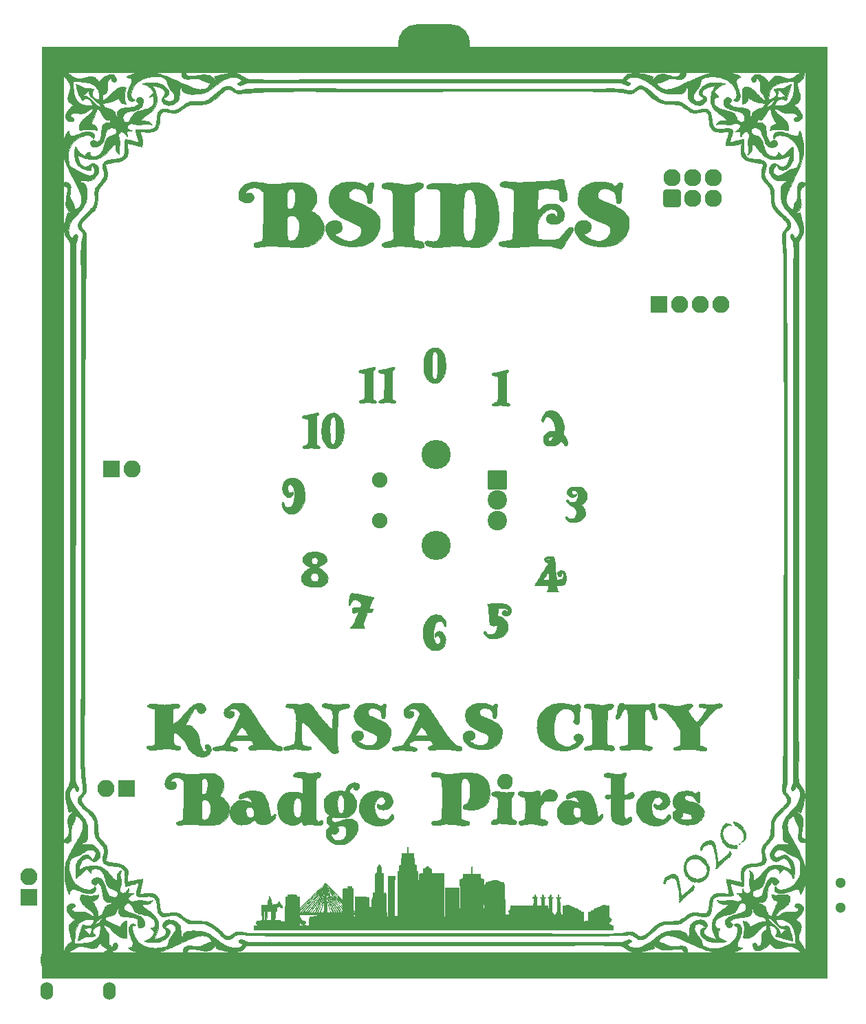
<source format=gbr>
%TF.GenerationSoftware,KiCad,Pcbnew,(6.0.7)*%
%TF.CreationDate,2022-09-02T13:45:54-05:00*%
%TF.ProjectId,BsidesKC-2022-Safe-Badge,42736964-6573-44b4-932d-323032322d53,0-c*%
%TF.SameCoordinates,Original*%
%TF.FileFunction,Soldermask,Top*%
%TF.FilePolarity,Negative*%
%FSLAX46Y46*%
G04 Gerber Fmt 4.6, Leading zero omitted, Abs format (unit mm)*
G04 Created by KiCad (PCBNEW (6.0.7)) date 2022-09-02 13:45:54*
%MOMM*%
%LPD*%
G01*
G04 APERTURE LIST*
G04 Aperture macros list*
%AMRoundRect*
0 Rectangle with rounded corners*
0 $1 Rounding radius*
0 $2 $3 $4 $5 $6 $7 $8 $9 X,Y pos of 4 corners*
0 Add a 4 corners polygon primitive as box body*
4,1,4,$2,$3,$4,$5,$6,$7,$8,$9,$2,$3,0*
0 Add four circle primitives for the rounded corners*
1,1,$1+$1,$2,$3*
1,1,$1+$1,$4,$5*
1,1,$1+$1,$6,$7*
1,1,$1+$1,$8,$9*
0 Add four rect primitives between the rounded corners*
20,1,$1+$1,$2,$3,$4,$5,0*
20,1,$1+$1,$4,$5,$6,$7,0*
20,1,$1+$1,$6,$7,$8,$9,0*
20,1,$1+$1,$8,$9,$2,$3,0*%
G04 Aperture macros list end*
%ADD10C,0.010000*%
%ADD11O,2.127200X2.127200*%
%ADD12RoundRect,0.200000X-0.863600X0.863600X-0.863600X-0.863600X0.863600X-0.863600X0.863600X0.863600X0*%
%ADD13C,2.127200*%
%ADD14O,8.900000X4.900000*%
%ADD15RoundRect,0.200000X-0.850000X0.850000X-0.850000X-0.850000X0.850000X-0.850000X0.850000X0.850000X0*%
%ADD16O,2.100000X2.100000*%
%ADD17RoundRect,0.200000X-0.850000X-0.850000X0.850000X-0.850000X0.850000X0.850000X-0.850000X0.850000X0*%
%ADD18C,1.300000*%
%ADD19RoundRect,0.200000X0.850000X-0.850000X0.850000X0.850000X-0.850000X0.850000X-0.850000X-0.850000X0*%
%ADD20O,1.200000X1.200000*%
%ADD21O,1.850000X2.400000*%
%ADD22O,1.550000X2.200000*%
%ADD23RoundRect,0.200000X1.000000X1.000000X-1.000000X1.000000X-1.000000X-1.000000X1.000000X-1.000000X0*%
%ADD24C,2.400000*%
%ADD25C,3.600000*%
%ADD26C,1.900000*%
G04 APERTURE END LIST*
%TO.C,G\u002A\u002A\u002A*%
G36*
X123023295Y-115486052D02*
G01*
X123118885Y-115327239D01*
X123201740Y-115186721D01*
X123268381Y-115070085D01*
X123315327Y-114982920D01*
X123316980Y-114979664D01*
X123396352Y-114820335D01*
X123483531Y-114641233D01*
X123575217Y-114449475D01*
X123668109Y-114252183D01*
X123758906Y-114056476D01*
X123844308Y-113869473D01*
X123921014Y-113698295D01*
X123985722Y-113550060D01*
X124035133Y-113431890D01*
X124038974Y-113422329D01*
X124091445Y-113286915D01*
X124126691Y-113182475D01*
X124145450Y-113101650D01*
X124148461Y-113037082D01*
X124136466Y-112981413D01*
X124110202Y-112927283D01*
X124091657Y-112898058D01*
X124022004Y-112809411D01*
X123928292Y-112711168D01*
X123822658Y-112614454D01*
X123717239Y-112530395D01*
X123625759Y-112470977D01*
X123563439Y-112439340D01*
X123512637Y-112422628D01*
X123456560Y-112417841D01*
X123378415Y-112421976D01*
X123360050Y-112423493D01*
X123224787Y-112440682D01*
X123117732Y-112469832D01*
X123025270Y-112516350D01*
X122933787Y-112585640D01*
X122919016Y-112598591D01*
X122856112Y-112657891D01*
X122820293Y-112702606D01*
X122804539Y-112743230D01*
X122801703Y-112773989D01*
X122802512Y-112820999D01*
X122811860Y-112831969D01*
X122836865Y-112813167D01*
X122841465Y-112809018D01*
X122929231Y-112753725D01*
X123033959Y-112733484D01*
X123160103Y-112747470D01*
X123165866Y-112748778D01*
X123240860Y-112767917D01*
X123303192Y-112787019D01*
X123333321Y-112799105D01*
X123387612Y-112851465D01*
X123421597Y-112936769D01*
X123434263Y-113050282D01*
X123424598Y-113187267D01*
X123421099Y-113209917D01*
X123404295Y-113266775D01*
X123369033Y-113324224D01*
X123308256Y-113393094D01*
X123289040Y-113412573D01*
X123219577Y-113477764D01*
X123160194Y-113520001D01*
X123094287Y-113549193D01*
X123025456Y-113569882D01*
X122937078Y-113590976D01*
X122866968Y-113598476D01*
X122793719Y-113593550D01*
X122741069Y-113585410D01*
X122594449Y-113540520D01*
X122459485Y-113461801D01*
X122343924Y-113356164D01*
X122255510Y-113230519D01*
X122206077Y-113108022D01*
X122187216Y-112974811D01*
X122194113Y-112827598D01*
X122224906Y-112684462D01*
X122258600Y-112598566D01*
X122343982Y-112463155D01*
X122465610Y-112326693D01*
X122617733Y-112193445D01*
X122794602Y-112067682D01*
X122990465Y-111953669D01*
X123199571Y-111855677D01*
X123323491Y-111808271D01*
X123383269Y-111787994D01*
X123435496Y-111773116D01*
X123488288Y-111762819D01*
X123549761Y-111756285D01*
X123628029Y-111752696D01*
X123731210Y-111751233D01*
X123867419Y-111751081D01*
X123890617Y-111751119D01*
X124033753Y-111751740D01*
X124143172Y-111753583D01*
X124227486Y-111757505D01*
X124295312Y-111764364D01*
X124355261Y-111775017D01*
X124415949Y-111790320D01*
X124482239Y-111809978D01*
X124682310Y-111882869D01*
X124868516Y-111972929D01*
X125029801Y-112074402D01*
X125106211Y-112135022D01*
X125160052Y-112186082D01*
X125219217Y-112250337D01*
X125285518Y-112330363D01*
X125360771Y-112428736D01*
X125446790Y-112548031D01*
X125545388Y-112690825D01*
X125658381Y-112859692D01*
X125787582Y-113057209D01*
X125934806Y-113285950D01*
X126101867Y-113548493D01*
X126101924Y-113548584D01*
X126293115Y-113849661D01*
X126464787Y-114118322D01*
X126619490Y-114358278D01*
X126759769Y-114573241D01*
X126888172Y-114766923D01*
X127007248Y-114943036D01*
X127119542Y-115105290D01*
X127227604Y-115257398D01*
X127333979Y-115403072D01*
X127441216Y-115546022D01*
X127551862Y-115689962D01*
X127668464Y-115838602D01*
X127706847Y-115887007D01*
X127909519Y-116137434D01*
X128092373Y-116353476D01*
X128257302Y-116537090D01*
X128406193Y-116690234D01*
X128540938Y-116814869D01*
X128663425Y-116912952D01*
X128757530Y-116975836D01*
X128843380Y-117020404D01*
X128928255Y-117045706D01*
X129020432Y-117057689D01*
X129161319Y-117079761D01*
X129265656Y-117120423D01*
X129335793Y-117181575D01*
X129374082Y-117265114D01*
X129383367Y-117350624D01*
X129365257Y-117439850D01*
X129310567Y-117509100D01*
X129218753Y-117558884D01*
X129139141Y-117581002D01*
X129080406Y-117590895D01*
X129016687Y-117596180D01*
X128942272Y-117596481D01*
X128851449Y-117591420D01*
X128738503Y-117580622D01*
X128597724Y-117563708D01*
X128423399Y-117540302D01*
X128335617Y-117527994D01*
X128123197Y-117498652D01*
X127942407Y-117475737D01*
X127783136Y-117458606D01*
X127635273Y-117446617D01*
X127488710Y-117439126D01*
X127333335Y-117435491D01*
X127159040Y-117435069D01*
X126955713Y-117437218D01*
X126917032Y-117437800D01*
X126739368Y-117440785D01*
X126597062Y-117443975D01*
X126483140Y-117447930D01*
X126390627Y-117453209D01*
X126312548Y-117460372D01*
X126241931Y-117469978D01*
X126171799Y-117482589D01*
X126095181Y-117498763D01*
X126060200Y-117506570D01*
X125860818Y-117545054D01*
X125687704Y-117565215D01*
X125544095Y-117566937D01*
X125433226Y-117550107D01*
X125382867Y-117530580D01*
X125274925Y-117460441D01*
X125208406Y-117386170D01*
X125182491Y-117306471D01*
X125193144Y-117229227D01*
X125235105Y-117152240D01*
X125307900Y-117088817D01*
X125415895Y-117035757D01*
X125492699Y-117009582D01*
X125602722Y-116974918D01*
X125678251Y-116946323D01*
X125725705Y-116919002D01*
X125751504Y-116888160D01*
X125762068Y-116849000D01*
X125763867Y-116807027D01*
X125743690Y-116672637D01*
X125686042Y-116551977D01*
X125595244Y-116452032D01*
X125509346Y-116395565D01*
X125461789Y-116373429D01*
X125410413Y-116355299D01*
X125350821Y-116340861D01*
X125278616Y-116329800D01*
X125189399Y-116321802D01*
X125078774Y-116316551D01*
X124942343Y-116313732D01*
X124775709Y-116313033D01*
X124574474Y-116314136D01*
X124397125Y-116315971D01*
X124190968Y-116318551D01*
X124022202Y-116321176D01*
X123885887Y-116324125D01*
X123777081Y-116327679D01*
X123690844Y-116332119D01*
X123622233Y-116337725D01*
X123566309Y-116344776D01*
X123518130Y-116353554D01*
X123472756Y-116364339D01*
X123453438Y-116369509D01*
X123263871Y-116434399D01*
X123113527Y-116514561D01*
X123002043Y-116610266D01*
X122929058Y-116721782D01*
X122909765Y-116773504D01*
X122890173Y-116865406D01*
X122887032Y-116947338D01*
X122900102Y-117007963D01*
X122915126Y-117028986D01*
X122945973Y-117042040D01*
X123009957Y-117060710D01*
X123098610Y-117082789D01*
X123203464Y-117106067D01*
X123237917Y-117113179D01*
X123423899Y-117154687D01*
X123570862Y-117196685D01*
X123682101Y-117240991D01*
X123760910Y-117289427D01*
X123810583Y-117343810D01*
X123834414Y-117405961D01*
X123837700Y-117444481D01*
X123817963Y-117529409D01*
X123762351Y-117599363D01*
X123676258Y-117648790D01*
X123624496Y-117663852D01*
X123581388Y-117673301D01*
X123547980Y-117679499D01*
X123516256Y-117681800D01*
X123478201Y-117679558D01*
X123425798Y-117672126D01*
X123351032Y-117658858D01*
X123245886Y-117639108D01*
X123192117Y-117628983D01*
X123109015Y-117614090D01*
X123030972Y-117602102D01*
X122951508Y-117592591D01*
X122864141Y-117585127D01*
X122762390Y-117579282D01*
X122639774Y-117574628D01*
X122489811Y-117570736D01*
X122306021Y-117567178D01*
X122240666Y-117566067D01*
X122025904Y-117563092D01*
X121849846Y-117562032D01*
X121708903Y-117562953D01*
X121599486Y-117565923D01*
X121518005Y-117571007D01*
X121460872Y-117578272D01*
X121448450Y-117580773D01*
X121293616Y-117605062D01*
X121146775Y-117608638D01*
X121018401Y-117591854D01*
X120934834Y-117563426D01*
X120846920Y-117504860D01*
X120796838Y-117436376D01*
X120785094Y-117363557D01*
X120812191Y-117291985D01*
X120878636Y-117227244D01*
X120903036Y-117211862D01*
X120965372Y-117179231D01*
X121031079Y-117153233D01*
X121108623Y-117131766D01*
X121206468Y-117112726D01*
X121333080Y-117094011D01*
X121424700Y-117082270D01*
X121613156Y-117056362D01*
X121765482Y-117028430D01*
X121887879Y-116995835D01*
X121986544Y-116955937D01*
X122067679Y-116906098D01*
X122137481Y-116843676D01*
X122202150Y-116766034D01*
X122217766Y-116744603D01*
X122289943Y-116640601D01*
X122377227Y-116510189D01*
X122476138Y-116358956D01*
X122583196Y-116192490D01*
X122694921Y-116016379D01*
X122807833Y-115836210D01*
X122867821Y-115739334D01*
X123667798Y-115739334D01*
X124408916Y-115739334D01*
X124581277Y-115739031D01*
X124739442Y-115738171D01*
X124878621Y-115736824D01*
X124994026Y-115735063D01*
X125080867Y-115732957D01*
X125134355Y-115730578D01*
X125150033Y-115728327D01*
X125139811Y-115697667D01*
X125111957Y-115638464D01*
X125070692Y-115558432D01*
X125020239Y-115465286D01*
X124964817Y-115366739D01*
X124908647Y-115270505D01*
X124855952Y-115184300D01*
X124831764Y-115146667D01*
X124764523Y-115051187D01*
X124689128Y-114955186D01*
X124611318Y-114864813D01*
X124536831Y-114786221D01*
X124471406Y-114725561D01*
X124420781Y-114688983D01*
X124397357Y-114681000D01*
X124360910Y-114696161D01*
X124309334Y-114742594D01*
X124241425Y-114821721D01*
X124155980Y-114934966D01*
X124051798Y-115083752D01*
X124030625Y-115114917D01*
X123933106Y-115260329D01*
X123856844Y-115377349D01*
X123798269Y-115471877D01*
X123753814Y-115549812D01*
X123719910Y-115617052D01*
X123700944Y-115659959D01*
X123667798Y-115739334D01*
X122867821Y-115739334D01*
X122918451Y-115657572D01*
X123023295Y-115486052D01*
G37*
D10*
X123023295Y-115486052D02*
X123118885Y-115327239D01*
X123201740Y-115186721D01*
X123268381Y-115070085D01*
X123315327Y-114982920D01*
X123316980Y-114979664D01*
X123396352Y-114820335D01*
X123483531Y-114641233D01*
X123575217Y-114449475D01*
X123668109Y-114252183D01*
X123758906Y-114056476D01*
X123844308Y-113869473D01*
X123921014Y-113698295D01*
X123985722Y-113550060D01*
X124035133Y-113431890D01*
X124038974Y-113422329D01*
X124091445Y-113286915D01*
X124126691Y-113182475D01*
X124145450Y-113101650D01*
X124148461Y-113037082D01*
X124136466Y-112981413D01*
X124110202Y-112927283D01*
X124091657Y-112898058D01*
X124022004Y-112809411D01*
X123928292Y-112711168D01*
X123822658Y-112614454D01*
X123717239Y-112530395D01*
X123625759Y-112470977D01*
X123563439Y-112439340D01*
X123512637Y-112422628D01*
X123456560Y-112417841D01*
X123378415Y-112421976D01*
X123360050Y-112423493D01*
X123224787Y-112440682D01*
X123117732Y-112469832D01*
X123025270Y-112516350D01*
X122933787Y-112585640D01*
X122919016Y-112598591D01*
X122856112Y-112657891D01*
X122820293Y-112702606D01*
X122804539Y-112743230D01*
X122801703Y-112773989D01*
X122802512Y-112820999D01*
X122811860Y-112831969D01*
X122836865Y-112813167D01*
X122841465Y-112809018D01*
X122929231Y-112753725D01*
X123033959Y-112733484D01*
X123160103Y-112747470D01*
X123165866Y-112748778D01*
X123240860Y-112767917D01*
X123303192Y-112787019D01*
X123333321Y-112799105D01*
X123387612Y-112851465D01*
X123421597Y-112936769D01*
X123434263Y-113050282D01*
X123424598Y-113187267D01*
X123421099Y-113209917D01*
X123404295Y-113266775D01*
X123369033Y-113324224D01*
X123308256Y-113393094D01*
X123289040Y-113412573D01*
X123219577Y-113477764D01*
X123160194Y-113520001D01*
X123094287Y-113549193D01*
X123025456Y-113569882D01*
X122937078Y-113590976D01*
X122866968Y-113598476D01*
X122793719Y-113593550D01*
X122741069Y-113585410D01*
X122594449Y-113540520D01*
X122459485Y-113461801D01*
X122343924Y-113356164D01*
X122255510Y-113230519D01*
X122206077Y-113108022D01*
X122187216Y-112974811D01*
X122194113Y-112827598D01*
X122224906Y-112684462D01*
X122258600Y-112598566D01*
X122343982Y-112463155D01*
X122465610Y-112326693D01*
X122617733Y-112193445D01*
X122794602Y-112067682D01*
X122990465Y-111953669D01*
X123199571Y-111855677D01*
X123323491Y-111808271D01*
X123383269Y-111787994D01*
X123435496Y-111773116D01*
X123488288Y-111762819D01*
X123549761Y-111756285D01*
X123628029Y-111752696D01*
X123731210Y-111751233D01*
X123867419Y-111751081D01*
X123890617Y-111751119D01*
X124033753Y-111751740D01*
X124143172Y-111753583D01*
X124227486Y-111757505D01*
X124295312Y-111764364D01*
X124355261Y-111775017D01*
X124415949Y-111790320D01*
X124482239Y-111809978D01*
X124682310Y-111882869D01*
X124868516Y-111972929D01*
X125029801Y-112074402D01*
X125106211Y-112135022D01*
X125160052Y-112186082D01*
X125219217Y-112250337D01*
X125285518Y-112330363D01*
X125360771Y-112428736D01*
X125446790Y-112548031D01*
X125545388Y-112690825D01*
X125658381Y-112859692D01*
X125787582Y-113057209D01*
X125934806Y-113285950D01*
X126101867Y-113548493D01*
X126101924Y-113548584D01*
X126293115Y-113849661D01*
X126464787Y-114118322D01*
X126619490Y-114358278D01*
X126759769Y-114573241D01*
X126888172Y-114766923D01*
X127007248Y-114943036D01*
X127119542Y-115105290D01*
X127227604Y-115257398D01*
X127333979Y-115403072D01*
X127441216Y-115546022D01*
X127551862Y-115689962D01*
X127668464Y-115838602D01*
X127706847Y-115887007D01*
X127909519Y-116137434D01*
X128092373Y-116353476D01*
X128257302Y-116537090D01*
X128406193Y-116690234D01*
X128540938Y-116814869D01*
X128663425Y-116912952D01*
X128757530Y-116975836D01*
X128843380Y-117020404D01*
X128928255Y-117045706D01*
X129020432Y-117057689D01*
X129161319Y-117079761D01*
X129265656Y-117120423D01*
X129335793Y-117181575D01*
X129374082Y-117265114D01*
X129383367Y-117350624D01*
X129365257Y-117439850D01*
X129310567Y-117509100D01*
X129218753Y-117558884D01*
X129139141Y-117581002D01*
X129080406Y-117590895D01*
X129016687Y-117596180D01*
X128942272Y-117596481D01*
X128851449Y-117591420D01*
X128738503Y-117580622D01*
X128597724Y-117563708D01*
X128423399Y-117540302D01*
X128335617Y-117527994D01*
X128123197Y-117498652D01*
X127942407Y-117475737D01*
X127783136Y-117458606D01*
X127635273Y-117446617D01*
X127488710Y-117439126D01*
X127333335Y-117435491D01*
X127159040Y-117435069D01*
X126955713Y-117437218D01*
X126917032Y-117437800D01*
X126739368Y-117440785D01*
X126597062Y-117443975D01*
X126483140Y-117447930D01*
X126390627Y-117453209D01*
X126312548Y-117460372D01*
X126241931Y-117469978D01*
X126171799Y-117482589D01*
X126095181Y-117498763D01*
X126060200Y-117506570D01*
X125860818Y-117545054D01*
X125687704Y-117565215D01*
X125544095Y-117566937D01*
X125433226Y-117550107D01*
X125382867Y-117530580D01*
X125274925Y-117460441D01*
X125208406Y-117386170D01*
X125182491Y-117306471D01*
X125193144Y-117229227D01*
X125235105Y-117152240D01*
X125307900Y-117088817D01*
X125415895Y-117035757D01*
X125492699Y-117009582D01*
X125602722Y-116974918D01*
X125678251Y-116946323D01*
X125725705Y-116919002D01*
X125751504Y-116888160D01*
X125762068Y-116849000D01*
X125763867Y-116807027D01*
X125743690Y-116672637D01*
X125686042Y-116551977D01*
X125595244Y-116452032D01*
X125509346Y-116395565D01*
X125461789Y-116373429D01*
X125410413Y-116355299D01*
X125350821Y-116340861D01*
X125278616Y-116329800D01*
X125189399Y-116321802D01*
X125078774Y-116316551D01*
X124942343Y-116313732D01*
X124775709Y-116313033D01*
X124574474Y-116314136D01*
X124397125Y-116315971D01*
X124190968Y-116318551D01*
X124022202Y-116321176D01*
X123885887Y-116324125D01*
X123777081Y-116327679D01*
X123690844Y-116332119D01*
X123622233Y-116337725D01*
X123566309Y-116344776D01*
X123518130Y-116353554D01*
X123472756Y-116364339D01*
X123453438Y-116369509D01*
X123263871Y-116434399D01*
X123113527Y-116514561D01*
X123002043Y-116610266D01*
X122929058Y-116721782D01*
X122909765Y-116773504D01*
X122890173Y-116865406D01*
X122887032Y-116947338D01*
X122900102Y-117007963D01*
X122915126Y-117028986D01*
X122945973Y-117042040D01*
X123009957Y-117060710D01*
X123098610Y-117082789D01*
X123203464Y-117106067D01*
X123237917Y-117113179D01*
X123423899Y-117154687D01*
X123570862Y-117196685D01*
X123682101Y-117240991D01*
X123760910Y-117289427D01*
X123810583Y-117343810D01*
X123834414Y-117405961D01*
X123837700Y-117444481D01*
X123817963Y-117529409D01*
X123762351Y-117599363D01*
X123676258Y-117648790D01*
X123624496Y-117663852D01*
X123581388Y-117673301D01*
X123547980Y-117679499D01*
X123516256Y-117681800D01*
X123478201Y-117679558D01*
X123425798Y-117672126D01*
X123351032Y-117658858D01*
X123245886Y-117639108D01*
X123192117Y-117628983D01*
X123109015Y-117614090D01*
X123030972Y-117602102D01*
X122951508Y-117592591D01*
X122864141Y-117585127D01*
X122762390Y-117579282D01*
X122639774Y-117574628D01*
X122489811Y-117570736D01*
X122306021Y-117567178D01*
X122240666Y-117566067D01*
X122025904Y-117563092D01*
X121849846Y-117562032D01*
X121708903Y-117562953D01*
X121599486Y-117565923D01*
X121518005Y-117571007D01*
X121460872Y-117578272D01*
X121448450Y-117580773D01*
X121293616Y-117605062D01*
X121146775Y-117608638D01*
X121018401Y-117591854D01*
X120934834Y-117563426D01*
X120846920Y-117504860D01*
X120796838Y-117436376D01*
X120785094Y-117363557D01*
X120812191Y-117291985D01*
X120878636Y-117227244D01*
X120903036Y-117211862D01*
X120965372Y-117179231D01*
X121031079Y-117153233D01*
X121108623Y-117131766D01*
X121206468Y-117112726D01*
X121333080Y-117094011D01*
X121424700Y-117082270D01*
X121613156Y-117056362D01*
X121765482Y-117028430D01*
X121887879Y-116995835D01*
X121986544Y-116955937D01*
X122067679Y-116906098D01*
X122137481Y-116843676D01*
X122202150Y-116766034D01*
X122217766Y-116744603D01*
X122289943Y-116640601D01*
X122377227Y-116510189D01*
X122476138Y-116358956D01*
X122583196Y-116192490D01*
X122694921Y-116016379D01*
X122807833Y-115836210D01*
X122867821Y-115739334D01*
X123667798Y-115739334D01*
X124408916Y-115739334D01*
X124581277Y-115739031D01*
X124739442Y-115738171D01*
X124878621Y-115736824D01*
X124994026Y-115735063D01*
X125080867Y-115732957D01*
X125134355Y-115730578D01*
X125150033Y-115728327D01*
X125139811Y-115697667D01*
X125111957Y-115638464D01*
X125070692Y-115558432D01*
X125020239Y-115465286D01*
X124964817Y-115366739D01*
X124908647Y-115270505D01*
X124855952Y-115184300D01*
X124831764Y-115146667D01*
X124764523Y-115051187D01*
X124689128Y-114955186D01*
X124611318Y-114864813D01*
X124536831Y-114786221D01*
X124471406Y-114725561D01*
X124420781Y-114688983D01*
X124397357Y-114681000D01*
X124360910Y-114696161D01*
X124309334Y-114742594D01*
X124241425Y-114821721D01*
X124155980Y-114934966D01*
X124051798Y-115083752D01*
X124030625Y-115114917D01*
X123933106Y-115260329D01*
X123856844Y-115377349D01*
X123798269Y-115471877D01*
X123753814Y-115549812D01*
X123719910Y-115617052D01*
X123700944Y-115659959D01*
X123667798Y-115739334D01*
X122867821Y-115739334D01*
X122918451Y-115657572D01*
X123023295Y-115486052D01*
G36*
X134729586Y-127709197D02*
G01*
X134746785Y-127565452D01*
X134774760Y-127461157D01*
X134856061Y-127296902D01*
X134972969Y-127149805D01*
X135127335Y-127017867D01*
X135268823Y-126927649D01*
X135348821Y-126882210D01*
X135212080Y-126811313D01*
X135077188Y-126727314D01*
X134962791Y-126628258D01*
X134877917Y-126522482D01*
X134854870Y-126481417D01*
X134835564Y-126434454D01*
X134823685Y-126382122D01*
X134817955Y-126313615D01*
X134817092Y-126218124D01*
X134817849Y-126168670D01*
X134821911Y-126069868D01*
X134829382Y-125982941D01*
X134839084Y-125919064D01*
X134846849Y-125893503D01*
X134872246Y-125854931D01*
X134916745Y-125796344D01*
X134971404Y-125729440D01*
X134979920Y-125719417D01*
X135035062Y-125654471D01*
X135081741Y-125598761D01*
X135111151Y-125562812D01*
X135113831Y-125559382D01*
X135121903Y-125539037D01*
X135109949Y-125516047D01*
X135072390Y-125484180D01*
X135005571Y-125438470D01*
X134872797Y-125334074D01*
X134761724Y-125207624D01*
X134668476Y-125053397D01*
X134589178Y-124865667D01*
X134561188Y-124782109D01*
X134498359Y-124518370D01*
X134473106Y-124250286D01*
X134478310Y-124134487D01*
X136145285Y-124134487D01*
X136154560Y-124413104D01*
X136155388Y-124427158D01*
X136170257Y-124624502D01*
X136189582Y-124785736D01*
X136214587Y-124916961D01*
X136246493Y-125024278D01*
X136286522Y-125113785D01*
X136296517Y-125131653D01*
X136342722Y-125199864D01*
X136393424Y-125242863D01*
X136463812Y-125271450D01*
X136509977Y-125283442D01*
X136574371Y-125297974D01*
X136614661Y-125302216D01*
X136648053Y-125295143D01*
X136691751Y-125275731D01*
X136699264Y-125272163D01*
X136774503Y-125214058D01*
X136839590Y-125117329D01*
X136892789Y-124984836D01*
X136909610Y-124925380D01*
X136924147Y-124844302D01*
X136936348Y-124729023D01*
X136946086Y-124587617D01*
X136953231Y-124428160D01*
X136957658Y-124258725D01*
X136959238Y-124087388D01*
X136957843Y-123922223D01*
X136953346Y-123771305D01*
X136945619Y-123642709D01*
X136934535Y-123544509D01*
X136931708Y-123528185D01*
X136889786Y-123360295D01*
X136834351Y-123231191D01*
X136764630Y-123139289D01*
X136726945Y-123108659D01*
X136672269Y-123077888D01*
X136618151Y-123067102D01*
X136548583Y-123071211D01*
X136474460Y-123086440D01*
X136409692Y-123110814D01*
X136389833Y-123122677D01*
X136315196Y-123202409D01*
X136253615Y-123320461D01*
X136205461Y-123474763D01*
X136171107Y-123663248D01*
X136150925Y-123883845D01*
X136145285Y-124134487D01*
X134478310Y-124134487D01*
X134485064Y-123984213D01*
X134533874Y-123726508D01*
X134619174Y-123483529D01*
X134637346Y-123444000D01*
X134684652Y-123352008D01*
X134734417Y-123273886D01*
X134795876Y-123197165D01*
X134878263Y-123109379D01*
X134905461Y-123081994D01*
X134998195Y-122992723D01*
X135077388Y-122926065D01*
X135156583Y-122872100D01*
X135249324Y-122820906D01*
X135288867Y-122801131D01*
X135531903Y-122701557D01*
X135802195Y-122626967D01*
X136091258Y-122579660D01*
X136115973Y-122577017D01*
X136277205Y-122564169D01*
X136445506Y-122557220D01*
X136609510Y-122556178D01*
X136757854Y-122561052D01*
X136879172Y-122571851D01*
X136909521Y-122576404D01*
X136988620Y-122589866D01*
X137059329Y-122601872D01*
X137093325Y-122607625D01*
X137133163Y-122610221D01*
X137148901Y-122591817D01*
X137151533Y-122548335D01*
X137162322Y-122449708D01*
X137191291Y-122332827D01*
X137233344Y-122214798D01*
X137279122Y-122120055D01*
X137374212Y-121984324D01*
X137496246Y-121856145D01*
X137635199Y-121743612D01*
X137781042Y-121654813D01*
X137923750Y-121597841D01*
X137927581Y-121596788D01*
X138096345Y-121562025D01*
X138266705Y-121546710D01*
X138424863Y-121551476D01*
X138529818Y-121569270D01*
X138658798Y-121612861D01*
X138751579Y-121672295D01*
X138813091Y-121753387D01*
X138848263Y-121861954D01*
X138859939Y-121958755D01*
X138862458Y-122045983D01*
X138854261Y-122110239D01*
X138832186Y-122170202D01*
X138819949Y-122194884D01*
X138742348Y-122300988D01*
X138637662Y-122376266D01*
X138511164Y-122417194D01*
X138481633Y-122421166D01*
X138352876Y-122420345D01*
X138250654Y-122389828D01*
X138177284Y-122331271D01*
X138135082Y-122246331D01*
X138125279Y-122166414D01*
X138122905Y-122114148D01*
X138110786Y-122094012D01*
X138081219Y-122095852D01*
X138073217Y-122097791D01*
X137989344Y-122123800D01*
X137919219Y-122159729D01*
X137847467Y-122214622D01*
X137798092Y-122259617D01*
X137701109Y-122368677D01*
X137636539Y-122479614D01*
X137607194Y-122586552D01*
X137608959Y-122654969D01*
X137619935Y-122697865D01*
X137641348Y-122733076D01*
X137681289Y-122769388D01*
X137747848Y-122815585D01*
X137770306Y-122830167D01*
X137954267Y-122972902D01*
X138122807Y-123153080D01*
X138273615Y-123367890D01*
X138389681Y-123583040D01*
X138447848Y-123733006D01*
X138483182Y-123893555D01*
X138495850Y-124070204D01*
X138486021Y-124268472D01*
X138453861Y-124493874D01*
X138422163Y-124652512D01*
X138392178Y-124778870D01*
X138360986Y-124878415D01*
X138322027Y-124966328D01*
X138268741Y-125057789D01*
X138207469Y-125149393D01*
X138048538Y-125346144D01*
X137866374Y-125508721D01*
X137657702Y-125639635D01*
X137450680Y-125730230D01*
X137244577Y-125794184D01*
X137030948Y-125837076D01*
X136803479Y-125859290D01*
X136555855Y-125861209D01*
X136281759Y-125843217D01*
X136045384Y-125815588D01*
X135911318Y-125797567D01*
X135811983Y-125785090D01*
X135740161Y-125778003D01*
X135688634Y-125776153D01*
X135650184Y-125779387D01*
X135617594Y-125787553D01*
X135583645Y-125800496D01*
X135571519Y-125805537D01*
X135478484Y-125863228D01*
X135420744Y-125942308D01*
X135400316Y-126039511D01*
X135402598Y-126079250D01*
X135415758Y-126135378D01*
X135445341Y-126184548D01*
X135500074Y-126240297D01*
X135514961Y-126253565D01*
X135629464Y-126339179D01*
X135740402Y-126388234D01*
X135857604Y-126404327D01*
X135918711Y-126401426D01*
X135973870Y-126391306D01*
X136061499Y-126369422D01*
X136174084Y-126337919D01*
X136304111Y-126298942D01*
X136444067Y-126254636D01*
X136516533Y-126230783D01*
X136721827Y-126162920D01*
X136893138Y-126108202D01*
X137036338Y-126065509D01*
X137157302Y-126033724D01*
X137261903Y-126011726D01*
X137356016Y-125998395D01*
X137445514Y-125992613D01*
X137536270Y-125993260D01*
X137634159Y-125999217D01*
X137700881Y-126005074D01*
X137905891Y-126033408D01*
X138077987Y-126078268D01*
X138224415Y-126142781D01*
X138352416Y-126230075D01*
X138459555Y-126332562D01*
X138546492Y-126445356D01*
X138610517Y-126571907D01*
X138655590Y-126721782D01*
X138680999Y-126867392D01*
X138692789Y-126998781D01*
X138689870Y-127122215D01*
X138670404Y-127247138D01*
X138632554Y-127382994D01*
X138574483Y-127539227D01*
X138529561Y-127645776D01*
X138465494Y-127786805D01*
X138405437Y-127902837D01*
X138340487Y-128009188D01*
X138261742Y-128121176D01*
X138224143Y-128171302D01*
X138019616Y-128419815D01*
X137813044Y-128628432D01*
X137601145Y-128799576D01*
X137380633Y-128935667D01*
X137148225Y-129039125D01*
X136970984Y-129094953D01*
X136816816Y-129125573D01*
X136638058Y-129144539D01*
X136450990Y-129151237D01*
X136271891Y-129145052D01*
X136124950Y-129126869D01*
X135943029Y-129084675D01*
X135757338Y-129026435D01*
X135583002Y-128957521D01*
X135435145Y-128883304D01*
X135428956Y-128879690D01*
X135267620Y-128766252D01*
X135112610Y-128622905D01*
X134972758Y-128459868D01*
X134856897Y-128287359D01*
X134778198Y-128126819D01*
X134745374Y-128005614D01*
X134740953Y-127966262D01*
X135383140Y-127966262D01*
X135390064Y-128053026D01*
X135426708Y-128143756D01*
X135495198Y-128242583D01*
X135597660Y-128353639D01*
X135694694Y-128444413D01*
X135799852Y-128531080D01*
X135895905Y-128590253D01*
X135994982Y-128626115D01*
X136109213Y-128642851D01*
X136250729Y-128644645D01*
X136273117Y-128643953D01*
X136382807Y-128637197D01*
X136470153Y-128622987D01*
X136555019Y-128597112D01*
X136624197Y-128569547D01*
X136783078Y-128497015D01*
X136906082Y-128427725D01*
X136999055Y-128357755D01*
X137067842Y-128283186D01*
X137082926Y-128261906D01*
X137148797Y-128141682D01*
X137198160Y-128000296D01*
X137232017Y-127832865D01*
X137251374Y-127634508D01*
X137257244Y-127413829D01*
X137257367Y-127139741D01*
X137146242Y-127035258D01*
X137067258Y-126963111D01*
X137005265Y-126914613D01*
X136947696Y-126883105D01*
X136881982Y-126861932D01*
X136795557Y-126844434D01*
X136781274Y-126841931D01*
X136568452Y-126826394D01*
X136346897Y-126852053D01*
X136169262Y-126900358D01*
X136095924Y-126925700D01*
X136057388Y-126942366D01*
X136048259Y-126954964D01*
X136063144Y-126968101D01*
X136079394Y-126977109D01*
X136116535Y-127010042D01*
X136161624Y-127068305D01*
X136202503Y-127135088D01*
X136253991Y-127262329D01*
X136275748Y-127391971D01*
X136267182Y-127513649D01*
X136229778Y-127613523D01*
X136152180Y-127708629D01*
X136046504Y-127786680D01*
X135926307Y-127838279D01*
X135893944Y-127846288D01*
X135829546Y-127857410D01*
X135776556Y-127858280D01*
X135718912Y-127847150D01*
X135640550Y-127822268D01*
X135625428Y-127817038D01*
X135550453Y-127792850D01*
X135491205Y-127777236D01*
X135458636Y-127773003D01*
X135456377Y-127773710D01*
X135439988Y-127797838D01*
X135416451Y-127847946D01*
X135403809Y-127879332D01*
X135383140Y-127966262D01*
X134740953Y-127966262D01*
X134729143Y-127861162D01*
X134729586Y-127709197D01*
G37*
X134729586Y-127709197D02*
X134746785Y-127565452D01*
X134774760Y-127461157D01*
X134856061Y-127296902D01*
X134972969Y-127149805D01*
X135127335Y-127017867D01*
X135268823Y-126927649D01*
X135348821Y-126882210D01*
X135212080Y-126811313D01*
X135077188Y-126727314D01*
X134962791Y-126628258D01*
X134877917Y-126522482D01*
X134854870Y-126481417D01*
X134835564Y-126434454D01*
X134823685Y-126382122D01*
X134817955Y-126313615D01*
X134817092Y-126218124D01*
X134817849Y-126168670D01*
X134821911Y-126069868D01*
X134829382Y-125982941D01*
X134839084Y-125919064D01*
X134846849Y-125893503D01*
X134872246Y-125854931D01*
X134916745Y-125796344D01*
X134971404Y-125729440D01*
X134979920Y-125719417D01*
X135035062Y-125654471D01*
X135081741Y-125598761D01*
X135111151Y-125562812D01*
X135113831Y-125559382D01*
X135121903Y-125539037D01*
X135109949Y-125516047D01*
X135072390Y-125484180D01*
X135005571Y-125438470D01*
X134872797Y-125334074D01*
X134761724Y-125207624D01*
X134668476Y-125053397D01*
X134589178Y-124865667D01*
X134561188Y-124782109D01*
X134498359Y-124518370D01*
X134473106Y-124250286D01*
X134478310Y-124134487D01*
X136145285Y-124134487D01*
X136154560Y-124413104D01*
X136155388Y-124427158D01*
X136170257Y-124624502D01*
X136189582Y-124785736D01*
X136214587Y-124916961D01*
X136246493Y-125024278D01*
X136286522Y-125113785D01*
X136296517Y-125131653D01*
X136342722Y-125199864D01*
X136393424Y-125242863D01*
X136463812Y-125271450D01*
X136509977Y-125283442D01*
X136574371Y-125297974D01*
X136614661Y-125302216D01*
X136648053Y-125295143D01*
X136691751Y-125275731D01*
X136699264Y-125272163D01*
X136774503Y-125214058D01*
X136839590Y-125117329D01*
X136892789Y-124984836D01*
X136909610Y-124925380D01*
X136924147Y-124844302D01*
X136936348Y-124729023D01*
X136946086Y-124587617D01*
X136953231Y-124428160D01*
X136957658Y-124258725D01*
X136959238Y-124087388D01*
X136957843Y-123922223D01*
X136953346Y-123771305D01*
X136945619Y-123642709D01*
X136934535Y-123544509D01*
X136931708Y-123528185D01*
X136889786Y-123360295D01*
X136834351Y-123231191D01*
X136764630Y-123139289D01*
X136726945Y-123108659D01*
X136672269Y-123077888D01*
X136618151Y-123067102D01*
X136548583Y-123071211D01*
X136474460Y-123086440D01*
X136409692Y-123110814D01*
X136389833Y-123122677D01*
X136315196Y-123202409D01*
X136253615Y-123320461D01*
X136205461Y-123474763D01*
X136171107Y-123663248D01*
X136150925Y-123883845D01*
X136145285Y-124134487D01*
X134478310Y-124134487D01*
X134485064Y-123984213D01*
X134533874Y-123726508D01*
X134619174Y-123483529D01*
X134637346Y-123444000D01*
X134684652Y-123352008D01*
X134734417Y-123273886D01*
X134795876Y-123197165D01*
X134878263Y-123109379D01*
X134905461Y-123081994D01*
X134998195Y-122992723D01*
X135077388Y-122926065D01*
X135156583Y-122872100D01*
X135249324Y-122820906D01*
X135288867Y-122801131D01*
X135531903Y-122701557D01*
X135802195Y-122626967D01*
X136091258Y-122579660D01*
X136115973Y-122577017D01*
X136277205Y-122564169D01*
X136445506Y-122557220D01*
X136609510Y-122556178D01*
X136757854Y-122561052D01*
X136879172Y-122571851D01*
X136909521Y-122576404D01*
X136988620Y-122589866D01*
X137059329Y-122601872D01*
X137093325Y-122607625D01*
X137133163Y-122610221D01*
X137148901Y-122591817D01*
X137151533Y-122548335D01*
X137162322Y-122449708D01*
X137191291Y-122332827D01*
X137233344Y-122214798D01*
X137279122Y-122120055D01*
X137374212Y-121984324D01*
X137496246Y-121856145D01*
X137635199Y-121743612D01*
X137781042Y-121654813D01*
X137923750Y-121597841D01*
X137927581Y-121596788D01*
X138096345Y-121562025D01*
X138266705Y-121546710D01*
X138424863Y-121551476D01*
X138529818Y-121569270D01*
X138658798Y-121612861D01*
X138751579Y-121672295D01*
X138813091Y-121753387D01*
X138848263Y-121861954D01*
X138859939Y-121958755D01*
X138862458Y-122045983D01*
X138854261Y-122110239D01*
X138832186Y-122170202D01*
X138819949Y-122194884D01*
X138742348Y-122300988D01*
X138637662Y-122376266D01*
X138511164Y-122417194D01*
X138481633Y-122421166D01*
X138352876Y-122420345D01*
X138250654Y-122389828D01*
X138177284Y-122331271D01*
X138135082Y-122246331D01*
X138125279Y-122166414D01*
X138122905Y-122114148D01*
X138110786Y-122094012D01*
X138081219Y-122095852D01*
X138073217Y-122097791D01*
X137989344Y-122123800D01*
X137919219Y-122159729D01*
X137847467Y-122214622D01*
X137798092Y-122259617D01*
X137701109Y-122368677D01*
X137636539Y-122479614D01*
X137607194Y-122586552D01*
X137608959Y-122654969D01*
X137619935Y-122697865D01*
X137641348Y-122733076D01*
X137681289Y-122769388D01*
X137747848Y-122815585D01*
X137770306Y-122830167D01*
X137954267Y-122972902D01*
X138122807Y-123153080D01*
X138273615Y-123367890D01*
X138389681Y-123583040D01*
X138447848Y-123733006D01*
X138483182Y-123893555D01*
X138495850Y-124070204D01*
X138486021Y-124268472D01*
X138453861Y-124493874D01*
X138422163Y-124652512D01*
X138392178Y-124778870D01*
X138360986Y-124878415D01*
X138322027Y-124966328D01*
X138268741Y-125057789D01*
X138207469Y-125149393D01*
X138048538Y-125346144D01*
X137866374Y-125508721D01*
X137657702Y-125639635D01*
X137450680Y-125730230D01*
X137244577Y-125794184D01*
X137030948Y-125837076D01*
X136803479Y-125859290D01*
X136555855Y-125861209D01*
X136281759Y-125843217D01*
X136045384Y-125815588D01*
X135911318Y-125797567D01*
X135811983Y-125785090D01*
X135740161Y-125778003D01*
X135688634Y-125776153D01*
X135650184Y-125779387D01*
X135617594Y-125787553D01*
X135583645Y-125800496D01*
X135571519Y-125805537D01*
X135478484Y-125863228D01*
X135420744Y-125942308D01*
X135400316Y-126039511D01*
X135402598Y-126079250D01*
X135415758Y-126135378D01*
X135445341Y-126184548D01*
X135500074Y-126240297D01*
X135514961Y-126253565D01*
X135629464Y-126339179D01*
X135740402Y-126388234D01*
X135857604Y-126404327D01*
X135918711Y-126401426D01*
X135973870Y-126391306D01*
X136061499Y-126369422D01*
X136174084Y-126337919D01*
X136304111Y-126298942D01*
X136444067Y-126254636D01*
X136516533Y-126230783D01*
X136721827Y-126162920D01*
X136893138Y-126108202D01*
X137036338Y-126065509D01*
X137157302Y-126033724D01*
X137261903Y-126011726D01*
X137356016Y-125998395D01*
X137445514Y-125992613D01*
X137536270Y-125993260D01*
X137634159Y-125999217D01*
X137700881Y-126005074D01*
X137905891Y-126033408D01*
X138077987Y-126078268D01*
X138224415Y-126142781D01*
X138352416Y-126230075D01*
X138459555Y-126332562D01*
X138546492Y-126445356D01*
X138610517Y-126571907D01*
X138655590Y-126721782D01*
X138680999Y-126867392D01*
X138692789Y-126998781D01*
X138689870Y-127122215D01*
X138670404Y-127247138D01*
X138632554Y-127382994D01*
X138574483Y-127539227D01*
X138529561Y-127645776D01*
X138465494Y-127786805D01*
X138405437Y-127902837D01*
X138340487Y-128009188D01*
X138261742Y-128121176D01*
X138224143Y-128171302D01*
X138019616Y-128419815D01*
X137813044Y-128628432D01*
X137601145Y-128799576D01*
X137380633Y-128935667D01*
X137148225Y-129039125D01*
X136970984Y-129094953D01*
X136816816Y-129125573D01*
X136638058Y-129144539D01*
X136450990Y-129151237D01*
X136271891Y-129145052D01*
X136124950Y-129126869D01*
X135943029Y-129084675D01*
X135757338Y-129026435D01*
X135583002Y-128957521D01*
X135435145Y-128883304D01*
X135428956Y-128879690D01*
X135267620Y-128766252D01*
X135112610Y-128622905D01*
X134972758Y-128459868D01*
X134856897Y-128287359D01*
X134778198Y-128126819D01*
X134745374Y-128005614D01*
X134740953Y-127966262D01*
X135383140Y-127966262D01*
X135390064Y-128053026D01*
X135426708Y-128143756D01*
X135495198Y-128242583D01*
X135597660Y-128353639D01*
X135694694Y-128444413D01*
X135799852Y-128531080D01*
X135895905Y-128590253D01*
X135994982Y-128626115D01*
X136109213Y-128642851D01*
X136250729Y-128644645D01*
X136273117Y-128643953D01*
X136382807Y-128637197D01*
X136470153Y-128622987D01*
X136555019Y-128597112D01*
X136624197Y-128569547D01*
X136783078Y-128497015D01*
X136906082Y-128427725D01*
X136999055Y-128357755D01*
X137067842Y-128283186D01*
X137082926Y-128261906D01*
X137148797Y-128141682D01*
X137198160Y-128000296D01*
X137232017Y-127832865D01*
X137251374Y-127634508D01*
X137257244Y-127413829D01*
X137257367Y-127139741D01*
X137146242Y-127035258D01*
X137067258Y-126963111D01*
X137005265Y-126914613D01*
X136947696Y-126883105D01*
X136881982Y-126861932D01*
X136795557Y-126844434D01*
X136781274Y-126841931D01*
X136568452Y-126826394D01*
X136346897Y-126852053D01*
X136169262Y-126900358D01*
X136095924Y-126925700D01*
X136057388Y-126942366D01*
X136048259Y-126954964D01*
X136063144Y-126968101D01*
X136079394Y-126977109D01*
X136116535Y-127010042D01*
X136161624Y-127068305D01*
X136202503Y-127135088D01*
X136253991Y-127262329D01*
X136275748Y-127391971D01*
X136267182Y-127513649D01*
X136229778Y-127613523D01*
X136152180Y-127708629D01*
X136046504Y-127786680D01*
X135926307Y-127838279D01*
X135893944Y-127846288D01*
X135829546Y-127857410D01*
X135776556Y-127858280D01*
X135718912Y-127847150D01*
X135640550Y-127822268D01*
X135625428Y-127817038D01*
X135550453Y-127792850D01*
X135491205Y-127777236D01*
X135458636Y-127773003D01*
X135456377Y-127773710D01*
X135439988Y-127797838D01*
X135416451Y-127847946D01*
X135403809Y-127879332D01*
X135383140Y-127966262D01*
X134740953Y-127966262D01*
X134729143Y-127861162D01*
X134729586Y-127709197D01*
G36*
X169914952Y-111835410D02*
G01*
X170025384Y-111868248D01*
X170106880Y-111918813D01*
X170156639Y-111983786D01*
X170171861Y-112059850D01*
X170149747Y-112143686D01*
X170105586Y-112211361D01*
X170050797Y-112265519D01*
X169966075Y-112333951D01*
X169859003Y-112411318D01*
X169737163Y-112492283D01*
X169608141Y-112571510D01*
X169531430Y-112615438D01*
X169461580Y-112655960D01*
X169406908Y-112690820D01*
X169377583Y-112713466D01*
X169375785Y-112715733D01*
X169372566Y-112741516D01*
X169369372Y-112806025D01*
X169366227Y-112905652D01*
X169363154Y-113036790D01*
X169360176Y-113195831D01*
X169357316Y-113379168D01*
X169354598Y-113583194D01*
X169352045Y-113804301D01*
X169349679Y-114038881D01*
X169347525Y-114283327D01*
X169345605Y-114534032D01*
X169343942Y-114787388D01*
X169342560Y-115039788D01*
X169341482Y-115287623D01*
X169340731Y-115527288D01*
X169340330Y-115755173D01*
X169340302Y-115967672D01*
X169340671Y-116161178D01*
X169341460Y-116332082D01*
X169342691Y-116476778D01*
X169344389Y-116591657D01*
X169346576Y-116673112D01*
X169349276Y-116717537D01*
X169350033Y-116722430D01*
X169379777Y-116809897D01*
X169423570Y-116878245D01*
X169428238Y-116883129D01*
X169457269Y-116908695D01*
X169489785Y-116925947D01*
X169535549Y-116937336D01*
X169604323Y-116945314D01*
X169703097Y-116952165D01*
X169863744Y-116969298D01*
X169987354Y-116999575D01*
X170077530Y-117044279D01*
X170137873Y-117104692D01*
X170139869Y-117107685D01*
X170162122Y-117157288D01*
X170183943Y-117231180D01*
X170197740Y-117297578D01*
X170209018Y-117401668D01*
X170200427Y-117474102D01*
X170169118Y-117521982D01*
X170112242Y-117552414D01*
X170093196Y-117558267D01*
X170013060Y-117571591D01*
X169905879Y-117577281D01*
X169786243Y-117575364D01*
X169668742Y-117565863D01*
X169610617Y-117557466D01*
X169465467Y-117535322D01*
X169285602Y-117512930D01*
X169078630Y-117491060D01*
X168852156Y-117470486D01*
X168613788Y-117451976D01*
X168482199Y-117443073D01*
X168328650Y-117433386D01*
X168207739Y-117426681D01*
X168109859Y-117423223D01*
X168025400Y-117423280D01*
X167944755Y-117427119D01*
X167858315Y-117435007D01*
X167756473Y-117447209D01*
X167629621Y-117463994D01*
X167603782Y-117467470D01*
X167343010Y-117498943D01*
X167119032Y-117518294D01*
X166932650Y-117525510D01*
X166784671Y-117520574D01*
X166675899Y-117503472D01*
X166626117Y-117485584D01*
X166545633Y-117430218D01*
X166506022Y-117364600D01*
X166506878Y-117287859D01*
X166518034Y-117254868D01*
X166556590Y-117196299D01*
X166621907Y-117146184D01*
X166717929Y-117102712D01*
X166848601Y-117064073D01*
X167007117Y-117030437D01*
X167163486Y-116997106D01*
X167283598Y-116960890D01*
X167373529Y-116919206D01*
X167439355Y-116869469D01*
X167470908Y-116833209D01*
X167478816Y-116823843D01*
X167485823Y-116816689D01*
X167491961Y-116809251D01*
X167497261Y-116799033D01*
X167501756Y-116783541D01*
X167505476Y-116760279D01*
X167508453Y-116726752D01*
X167510719Y-116680464D01*
X167512305Y-116618921D01*
X167513243Y-116539627D01*
X167513565Y-116440087D01*
X167513301Y-116317805D01*
X167512484Y-116170287D01*
X167511145Y-115995037D01*
X167509316Y-115789560D01*
X167507028Y-115551360D01*
X167504313Y-115277942D01*
X167501202Y-114966812D01*
X167498266Y-114670417D01*
X167495203Y-114384669D01*
X167491794Y-114112875D01*
X167488101Y-113858164D01*
X167484192Y-113623665D01*
X167480131Y-113412508D01*
X167475983Y-113227821D01*
X167471814Y-113072733D01*
X167467688Y-112950373D01*
X167463672Y-112863870D01*
X167459830Y-112816353D01*
X167459571Y-112814579D01*
X167423423Y-112673914D01*
X167364110Y-112559520D01*
X167284832Y-112476678D01*
X167237513Y-112448170D01*
X167181341Y-112429266D01*
X167095487Y-112409563D01*
X166992467Y-112391660D01*
X166917109Y-112381622D01*
X166772469Y-112361420D01*
X166664697Y-112337108D01*
X166588351Y-112305970D01*
X166537991Y-112265294D01*
X166508174Y-112212363D01*
X166497657Y-112172416D01*
X166497155Y-112091629D01*
X166530460Y-112021467D01*
X166600559Y-111957816D01*
X166691207Y-111905805D01*
X166759893Y-111873975D01*
X166819513Y-111853088D01*
X166883474Y-111840307D01*
X166965184Y-111832794D01*
X167056522Y-111828511D01*
X167133036Y-111826894D01*
X167211409Y-111828374D01*
X167298086Y-111833576D01*
X167399513Y-111843124D01*
X167522137Y-111857643D01*
X167672402Y-111877757D01*
X167856756Y-111904090D01*
X167896117Y-111909840D01*
X168124912Y-111942610D01*
X168318202Y-111968087D01*
X168482178Y-111986282D01*
X168623034Y-111997204D01*
X168746962Y-112000864D01*
X168860154Y-111997272D01*
X168968805Y-111986437D01*
X169079106Y-111968370D01*
X169197250Y-111943080D01*
X169323300Y-111912142D01*
X169447566Y-111882097D01*
X169565987Y-111856427D01*
X169668918Y-111837008D01*
X169746715Y-111825715D01*
X169778383Y-111823618D01*
X169914952Y-111835410D01*
G37*
X169914952Y-111835410D02*
X170025384Y-111868248D01*
X170106880Y-111918813D01*
X170156639Y-111983786D01*
X170171861Y-112059850D01*
X170149747Y-112143686D01*
X170105586Y-112211361D01*
X170050797Y-112265519D01*
X169966075Y-112333951D01*
X169859003Y-112411318D01*
X169737163Y-112492283D01*
X169608141Y-112571510D01*
X169531430Y-112615438D01*
X169461580Y-112655960D01*
X169406908Y-112690820D01*
X169377583Y-112713466D01*
X169375785Y-112715733D01*
X169372566Y-112741516D01*
X169369372Y-112806025D01*
X169366227Y-112905652D01*
X169363154Y-113036790D01*
X169360176Y-113195831D01*
X169357316Y-113379168D01*
X169354598Y-113583194D01*
X169352045Y-113804301D01*
X169349679Y-114038881D01*
X169347525Y-114283327D01*
X169345605Y-114534032D01*
X169343942Y-114787388D01*
X169342560Y-115039788D01*
X169341482Y-115287623D01*
X169340731Y-115527288D01*
X169340330Y-115755173D01*
X169340302Y-115967672D01*
X169340671Y-116161178D01*
X169341460Y-116332082D01*
X169342691Y-116476778D01*
X169344389Y-116591657D01*
X169346576Y-116673112D01*
X169349276Y-116717537D01*
X169350033Y-116722430D01*
X169379777Y-116809897D01*
X169423570Y-116878245D01*
X169428238Y-116883129D01*
X169457269Y-116908695D01*
X169489785Y-116925947D01*
X169535549Y-116937336D01*
X169604323Y-116945314D01*
X169703097Y-116952165D01*
X169863744Y-116969298D01*
X169987354Y-116999575D01*
X170077530Y-117044279D01*
X170137873Y-117104692D01*
X170139869Y-117107685D01*
X170162122Y-117157288D01*
X170183943Y-117231180D01*
X170197740Y-117297578D01*
X170209018Y-117401668D01*
X170200427Y-117474102D01*
X170169118Y-117521982D01*
X170112242Y-117552414D01*
X170093196Y-117558267D01*
X170013060Y-117571591D01*
X169905879Y-117577281D01*
X169786243Y-117575364D01*
X169668742Y-117565863D01*
X169610617Y-117557466D01*
X169465467Y-117535322D01*
X169285602Y-117512930D01*
X169078630Y-117491060D01*
X168852156Y-117470486D01*
X168613788Y-117451976D01*
X168482199Y-117443073D01*
X168328650Y-117433386D01*
X168207739Y-117426681D01*
X168109859Y-117423223D01*
X168025400Y-117423280D01*
X167944755Y-117427119D01*
X167858315Y-117435007D01*
X167756473Y-117447209D01*
X167629621Y-117463994D01*
X167603782Y-117467470D01*
X167343010Y-117498943D01*
X167119032Y-117518294D01*
X166932650Y-117525510D01*
X166784671Y-117520574D01*
X166675899Y-117503472D01*
X166626117Y-117485584D01*
X166545633Y-117430218D01*
X166506022Y-117364600D01*
X166506878Y-117287859D01*
X166518034Y-117254868D01*
X166556590Y-117196299D01*
X166621907Y-117146184D01*
X166717929Y-117102712D01*
X166848601Y-117064073D01*
X167007117Y-117030437D01*
X167163486Y-116997106D01*
X167283598Y-116960890D01*
X167373529Y-116919206D01*
X167439355Y-116869469D01*
X167470908Y-116833209D01*
X167478816Y-116823843D01*
X167485823Y-116816689D01*
X167491961Y-116809251D01*
X167497261Y-116799033D01*
X167501756Y-116783541D01*
X167505476Y-116760279D01*
X167508453Y-116726752D01*
X167510719Y-116680464D01*
X167512305Y-116618921D01*
X167513243Y-116539627D01*
X167513565Y-116440087D01*
X167513301Y-116317805D01*
X167512484Y-116170287D01*
X167511145Y-115995037D01*
X167509316Y-115789560D01*
X167507028Y-115551360D01*
X167504313Y-115277942D01*
X167501202Y-114966812D01*
X167498266Y-114670417D01*
X167495203Y-114384669D01*
X167491794Y-114112875D01*
X167488101Y-113858164D01*
X167484192Y-113623665D01*
X167480131Y-113412508D01*
X167475983Y-113227821D01*
X167471814Y-113072733D01*
X167467688Y-112950373D01*
X167463672Y-112863870D01*
X167459830Y-112816353D01*
X167459571Y-112814579D01*
X167423423Y-112673914D01*
X167364110Y-112559520D01*
X167284832Y-112476678D01*
X167237513Y-112448170D01*
X167181341Y-112429266D01*
X167095487Y-112409563D01*
X166992467Y-112391660D01*
X166917109Y-112381622D01*
X166772469Y-112361420D01*
X166664697Y-112337108D01*
X166588351Y-112305970D01*
X166537991Y-112265294D01*
X166508174Y-112212363D01*
X166497657Y-112172416D01*
X166497155Y-112091629D01*
X166530460Y-112021467D01*
X166600559Y-111957816D01*
X166691207Y-111905805D01*
X166759893Y-111873975D01*
X166819513Y-111853088D01*
X166883474Y-111840307D01*
X166965184Y-111832794D01*
X167056522Y-111828511D01*
X167133036Y-111826894D01*
X167211409Y-111828374D01*
X167298086Y-111833576D01*
X167399513Y-111843124D01*
X167522137Y-111857643D01*
X167672402Y-111877757D01*
X167856756Y-111904090D01*
X167896117Y-111909840D01*
X168124912Y-111942610D01*
X168318202Y-111968087D01*
X168482178Y-111986282D01*
X168623034Y-111997204D01*
X168746962Y-112000864D01*
X168860154Y-111997272D01*
X168968805Y-111986437D01*
X169079106Y-111968370D01*
X169197250Y-111943080D01*
X169323300Y-111912142D01*
X169447566Y-111882097D01*
X169565987Y-111856427D01*
X169668918Y-111837008D01*
X169746715Y-111825715D01*
X169778383Y-111823618D01*
X169914952Y-111835410D01*
G36*
X141377817Y-122566455D02*
G01*
X141681093Y-122600927D01*
X141950534Y-122659126D01*
X142187173Y-122741699D01*
X142392046Y-122849297D01*
X142566186Y-122982568D01*
X142710628Y-123142160D01*
X142826406Y-123328723D01*
X142914554Y-123542905D01*
X142972727Y-123767889D01*
X142984479Y-123841308D01*
X142984744Y-123901819D01*
X142972146Y-123968521D01*
X142953631Y-124033443D01*
X142897912Y-124167679D01*
X142813527Y-124308959D01*
X142708327Y-124448066D01*
X142590160Y-124575783D01*
X142466877Y-124682894D01*
X142346328Y-124760181D01*
X142326529Y-124769756D01*
X142178276Y-124820114D01*
X142005618Y-124849926D01*
X141821738Y-124858124D01*
X141639819Y-124843640D01*
X141569735Y-124831084D01*
X141388982Y-124779816D01*
X141239169Y-124710228D01*
X141122359Y-124624333D01*
X141040611Y-124524148D01*
X140995987Y-124411687D01*
X140990547Y-124288966D01*
X140993579Y-124267746D01*
X141007527Y-124212792D01*
X141032926Y-124185704D01*
X141076742Y-124173080D01*
X141131240Y-124171247D01*
X141194757Y-124188379D01*
X141270779Y-124222964D01*
X141386145Y-124277771D01*
X141474618Y-124310597D01*
X141544398Y-124323137D01*
X141603684Y-124317088D01*
X141647237Y-124300881D01*
X141722285Y-124254980D01*
X141810066Y-124185838D01*
X141898291Y-124104357D01*
X141974666Y-124021440D01*
X142002394Y-123985875D01*
X142049074Y-123898395D01*
X142062340Y-123806129D01*
X142042025Y-123702053D01*
X141992959Y-123588725D01*
X141909364Y-123465517D01*
X141806941Y-123376994D01*
X141690286Y-123322577D01*
X141563994Y-123301690D01*
X141432664Y-123313754D01*
X141300890Y-123358192D01*
X141173269Y-123434427D01*
X141054398Y-123541880D01*
X140948872Y-123679974D01*
X140922830Y-123723198D01*
X140837179Y-123903682D01*
X140770201Y-124107835D01*
X140727429Y-124318364D01*
X140713664Y-124510061D01*
X140722583Y-124709906D01*
X140752024Y-124912119D01*
X140799827Y-125110916D01*
X140863830Y-125300514D01*
X140941871Y-125475131D01*
X141031789Y-125628986D01*
X141131422Y-125756294D01*
X141238609Y-125851274D01*
X141316905Y-125895396D01*
X141525830Y-125967258D01*
X141763016Y-126016513D01*
X142009576Y-126040862D01*
X142120449Y-126045623D01*
X142198849Y-126046400D01*
X142254524Y-126042310D01*
X142297220Y-126032472D01*
X142336685Y-126016003D01*
X142348242Y-126010207D01*
X142411815Y-125972734D01*
X142464998Y-125927648D01*
X142515278Y-125866356D01*
X142570141Y-125780265D01*
X142610754Y-125708834D01*
X142691195Y-125579245D01*
X142766369Y-125490317D01*
X142835843Y-125442495D01*
X142877761Y-125433667D01*
X142927404Y-125448504D01*
X142987475Y-125487039D01*
X143007688Y-125504263D01*
X143054033Y-125552168D01*
X143079187Y-125598638D01*
X143091547Y-125662046D01*
X143094645Y-125694523D01*
X143096704Y-125777819D01*
X143083367Y-125846634D01*
X143049909Y-125925307D01*
X143049789Y-125925552D01*
X142960455Y-126069127D01*
X142836355Y-126213294D01*
X142684612Y-126352548D01*
X142512352Y-126481380D01*
X142326699Y-126594284D01*
X142134777Y-126685752D01*
X142006052Y-126732356D01*
X141816216Y-126778776D01*
X141597860Y-126810029D01*
X141362270Y-126825357D01*
X141120731Y-126824002D01*
X140898064Y-126806806D01*
X140591381Y-126752379D01*
X140296101Y-126662663D01*
X140017285Y-126540133D01*
X139759995Y-126387262D01*
X139529292Y-126206526D01*
X139391229Y-126070112D01*
X139228187Y-125871915D01*
X139086471Y-125658019D01*
X138970955Y-125437306D01*
X138886514Y-125218656D01*
X138851723Y-125087176D01*
X138833211Y-124955442D01*
X138825623Y-124795348D01*
X138828417Y-124619286D01*
X138841049Y-124439648D01*
X138862978Y-124268825D01*
X138893659Y-124119207D01*
X138894238Y-124116977D01*
X138988275Y-123832035D01*
X139114811Y-123569816D01*
X139271544Y-123332750D01*
X139456177Y-123123266D01*
X139666408Y-122943796D01*
X139899939Y-122796769D01*
X140154470Y-122684616D01*
X140289855Y-122642113D01*
X140452545Y-122603108D01*
X140614760Y-122576640D01*
X140789564Y-122561190D01*
X140990020Y-122555243D01*
X141039671Y-122555060D01*
X141377817Y-122566455D01*
G37*
X141377817Y-122566455D02*
X141681093Y-122600927D01*
X141950534Y-122659126D01*
X142187173Y-122741699D01*
X142392046Y-122849297D01*
X142566186Y-122982568D01*
X142710628Y-123142160D01*
X142826406Y-123328723D01*
X142914554Y-123542905D01*
X142972727Y-123767889D01*
X142984479Y-123841308D01*
X142984744Y-123901819D01*
X142972146Y-123968521D01*
X142953631Y-124033443D01*
X142897912Y-124167679D01*
X142813527Y-124308959D01*
X142708327Y-124448066D01*
X142590160Y-124575783D01*
X142466877Y-124682894D01*
X142346328Y-124760181D01*
X142326529Y-124769756D01*
X142178276Y-124820114D01*
X142005618Y-124849926D01*
X141821738Y-124858124D01*
X141639819Y-124843640D01*
X141569735Y-124831084D01*
X141388982Y-124779816D01*
X141239169Y-124710228D01*
X141122359Y-124624333D01*
X141040611Y-124524148D01*
X140995987Y-124411687D01*
X140990547Y-124288966D01*
X140993579Y-124267746D01*
X141007527Y-124212792D01*
X141032926Y-124185704D01*
X141076742Y-124173080D01*
X141131240Y-124171247D01*
X141194757Y-124188379D01*
X141270779Y-124222964D01*
X141386145Y-124277771D01*
X141474618Y-124310597D01*
X141544398Y-124323137D01*
X141603684Y-124317088D01*
X141647237Y-124300881D01*
X141722285Y-124254980D01*
X141810066Y-124185838D01*
X141898291Y-124104357D01*
X141974666Y-124021440D01*
X142002394Y-123985875D01*
X142049074Y-123898395D01*
X142062340Y-123806129D01*
X142042025Y-123702053D01*
X141992959Y-123588725D01*
X141909364Y-123465517D01*
X141806941Y-123376994D01*
X141690286Y-123322577D01*
X141563994Y-123301690D01*
X141432664Y-123313754D01*
X141300890Y-123358192D01*
X141173269Y-123434427D01*
X141054398Y-123541880D01*
X140948872Y-123679974D01*
X140922830Y-123723198D01*
X140837179Y-123903682D01*
X140770201Y-124107835D01*
X140727429Y-124318364D01*
X140713664Y-124510061D01*
X140722583Y-124709906D01*
X140752024Y-124912119D01*
X140799827Y-125110916D01*
X140863830Y-125300514D01*
X140941871Y-125475131D01*
X141031789Y-125628986D01*
X141131422Y-125756294D01*
X141238609Y-125851274D01*
X141316905Y-125895396D01*
X141525830Y-125967258D01*
X141763016Y-126016513D01*
X142009576Y-126040862D01*
X142120449Y-126045623D01*
X142198849Y-126046400D01*
X142254524Y-126042310D01*
X142297220Y-126032472D01*
X142336685Y-126016003D01*
X142348242Y-126010207D01*
X142411815Y-125972734D01*
X142464998Y-125927648D01*
X142515278Y-125866356D01*
X142570141Y-125780265D01*
X142610754Y-125708834D01*
X142691195Y-125579245D01*
X142766369Y-125490317D01*
X142835843Y-125442495D01*
X142877761Y-125433667D01*
X142927404Y-125448504D01*
X142987475Y-125487039D01*
X143007688Y-125504263D01*
X143054033Y-125552168D01*
X143079187Y-125598638D01*
X143091547Y-125662046D01*
X143094645Y-125694523D01*
X143096704Y-125777819D01*
X143083367Y-125846634D01*
X143049909Y-125925307D01*
X143049789Y-125925552D01*
X142960455Y-126069127D01*
X142836355Y-126213294D01*
X142684612Y-126352548D01*
X142512352Y-126481380D01*
X142326699Y-126594284D01*
X142134777Y-126685752D01*
X142006052Y-126732356D01*
X141816216Y-126778776D01*
X141597860Y-126810029D01*
X141362270Y-126825357D01*
X141120731Y-126824002D01*
X140898064Y-126806806D01*
X140591381Y-126752379D01*
X140296101Y-126662663D01*
X140017285Y-126540133D01*
X139759995Y-126387262D01*
X139529292Y-126206526D01*
X139391229Y-126070112D01*
X139228187Y-125871915D01*
X139086471Y-125658019D01*
X138970955Y-125437306D01*
X138886514Y-125218656D01*
X138851723Y-125087176D01*
X138833211Y-124955442D01*
X138825623Y-124795348D01*
X138828417Y-124619286D01*
X138841049Y-124439648D01*
X138862978Y-124268825D01*
X138893659Y-124119207D01*
X138894238Y-124116977D01*
X138988275Y-123832035D01*
X139114811Y-123569816D01*
X139271544Y-123332750D01*
X139456177Y-123123266D01*
X139666408Y-122943796D01*
X139899939Y-122796769D01*
X140154470Y-122684616D01*
X140289855Y-122642113D01*
X140452545Y-122603108D01*
X140614760Y-122576640D01*
X140789564Y-122561190D01*
X140990020Y-122555243D01*
X141039671Y-122555060D01*
X141377817Y-122566455D01*
G36*
X140426720Y-111769858D02*
G01*
X140622993Y-111787872D01*
X140797617Y-111815553D01*
X140941056Y-111852744D01*
X140948441Y-111855266D01*
X141035595Y-111890821D01*
X141139248Y-111940870D01*
X141240789Y-111996254D01*
X141268558Y-112012847D01*
X141349153Y-112059380D01*
X141421001Y-112095684D01*
X141473563Y-112116665D01*
X141490083Y-112119834D01*
X141530778Y-112104283D01*
X141592762Y-112060422D01*
X141670196Y-111992441D01*
X141677966Y-111985051D01*
X141760847Y-111907370D01*
X141822301Y-111855986D01*
X141870445Y-111826873D01*
X141913394Y-111816006D01*
X141959261Y-111819358D01*
X141995514Y-111827517D01*
X142087350Y-111866891D01*
X142143702Y-111929085D01*
X142164425Y-112013611D01*
X142149375Y-112119980D01*
X142111805Y-112219772D01*
X142094549Y-112258650D01*
X142081067Y-112295076D01*
X142070727Y-112335034D01*
X142062896Y-112384511D01*
X142056941Y-112449492D01*
X142052230Y-112535962D01*
X142048130Y-112649907D01*
X142044009Y-112797311D01*
X142041835Y-112881834D01*
X142036625Y-113064719D01*
X142030747Y-113210473D01*
X142023311Y-113324297D01*
X142013426Y-113411393D01*
X142000201Y-113476961D01*
X141982746Y-113526203D01*
X141960170Y-113564321D01*
X141931582Y-113596516D01*
X141917169Y-113609878D01*
X141866194Y-113637653D01*
X141794090Y-113656730D01*
X141771341Y-113659691D01*
X141706241Y-113662059D01*
X141658395Y-113651144D01*
X141624595Y-113621475D01*
X141601637Y-113567583D01*
X141586313Y-113483996D01*
X141575416Y-113365245D01*
X141572431Y-113320363D01*
X141552281Y-113114259D01*
X141517632Y-112943889D01*
X141464467Y-112803974D01*
X141388769Y-112689231D01*
X141286523Y-112594381D01*
X141153710Y-112514143D01*
X140986315Y-112443236D01*
X140876867Y-112405922D01*
X140703698Y-112360590D01*
X140554843Y-112344448D01*
X140424023Y-112357427D01*
X140304959Y-112399459D01*
X140304661Y-112399605D01*
X140197675Y-112465302D01*
X140095740Y-112551129D01*
X140010670Y-112645738D01*
X139955538Y-112734951D01*
X139936492Y-112784355D01*
X139928281Y-112832364D01*
X139930022Y-112893381D01*
X139940539Y-112979714D01*
X139954750Y-113066633D01*
X139971862Y-113125922D01*
X139998044Y-113172162D01*
X140039464Y-113219929D01*
X140044312Y-113224969D01*
X140116254Y-113287116D01*
X140213759Y-113349749D01*
X140340817Y-113414921D01*
X140501423Y-113484685D01*
X140694542Y-113559239D01*
X141017814Y-113684274D01*
X141309878Y-113809887D01*
X141581617Y-113941158D01*
X141843917Y-114083165D01*
X141950697Y-114145337D01*
X142107602Y-114253797D01*
X142261080Y-114388067D01*
X142403220Y-114539258D01*
X142526114Y-114698482D01*
X142621853Y-114856848D01*
X142661686Y-114944454D01*
X142684891Y-115029735D01*
X142702193Y-115145233D01*
X142713012Y-115279166D01*
X142716772Y-115419755D01*
X142712892Y-115555219D01*
X142700797Y-115673777D01*
X142698244Y-115689341D01*
X142671617Y-115811453D01*
X142631471Y-115957670D01*
X142582382Y-116113825D01*
X142528923Y-116265752D01*
X142475669Y-116399284D01*
X142452304Y-116451043D01*
X142360890Y-116603890D01*
X142233772Y-116757600D01*
X142077083Y-116906582D01*
X141896956Y-117045247D01*
X141699525Y-117168004D01*
X141619144Y-117210369D01*
X141429282Y-117298115D01*
X141256098Y-117360955D01*
X141085536Y-117403098D01*
X140903544Y-117428753D01*
X140883807Y-117430607D01*
X140716209Y-117442087D01*
X140528817Y-117448819D01*
X140332752Y-117450891D01*
X140139137Y-117448388D01*
X139959095Y-117441398D01*
X139803748Y-117430006D01*
X139730920Y-117421632D01*
X139406362Y-117360675D01*
X139106685Y-117270279D01*
X138833716Y-117151468D01*
X138589282Y-117005261D01*
X138375212Y-116832680D01*
X138193333Y-116634746D01*
X138106853Y-116514176D01*
X138006811Y-116336456D01*
X137943366Y-116162286D01*
X137913174Y-115981189D01*
X137909556Y-115895949D01*
X137923075Y-115715259D01*
X137968099Y-115561863D01*
X138046133Y-115433187D01*
X138158681Y-115326658D01*
X138287671Y-115249089D01*
X138366891Y-115213327D01*
X138437690Y-115191123D01*
X138517213Y-115178445D01*
X138617509Y-115171501D01*
X138814684Y-115174451D01*
X138979297Y-115204125D01*
X139112085Y-115261114D01*
X139213787Y-115346005D01*
X139285141Y-115459387D01*
X139326887Y-115601849D01*
X139339655Y-115747054D01*
X139339297Y-115838682D01*
X139332834Y-115902969D01*
X139317231Y-115954796D01*
X139289454Y-116009043D01*
X139284490Y-116017561D01*
X139186715Y-116144599D01*
X139062177Y-116238921D01*
X138911344Y-116300224D01*
X138818408Y-116319599D01*
X138759921Y-116331519D01*
X138723665Y-116345063D01*
X138717867Y-116351609D01*
X138735372Y-116387419D01*
X138783650Y-116439027D01*
X138856346Y-116501897D01*
X138947102Y-116571493D01*
X139049561Y-116643278D01*
X139157369Y-116712716D01*
X139264167Y-116775270D01*
X139363600Y-116826405D01*
X139414211Y-116848568D01*
X139622098Y-116915959D01*
X139836589Y-116955557D01*
X140049773Y-116967377D01*
X140253741Y-116951435D01*
X140440581Y-116907744D01*
X140584469Y-116846398D01*
X140708300Y-116760105D01*
X140819659Y-116646569D01*
X140914892Y-116513421D01*
X140990345Y-116368291D01*
X141042366Y-116218810D01*
X141067300Y-116072609D01*
X141061495Y-115937318D01*
X141047203Y-115879956D01*
X141008714Y-115801406D01*
X140944156Y-115724257D01*
X140850836Y-115646730D01*
X140726064Y-115567046D01*
X140567147Y-115483428D01*
X140371394Y-115394097D01*
X140210117Y-115326852D01*
X139859580Y-115177765D01*
X139549331Y-115030101D01*
X139277399Y-114882742D01*
X139041814Y-114734573D01*
X138840605Y-114584475D01*
X138729641Y-114487519D01*
X138540937Y-114289158D01*
X138393576Y-114084165D01*
X138286800Y-113870372D01*
X138219856Y-113645612D01*
X138191988Y-113407716D01*
X138202441Y-113154519D01*
X138220794Y-113027217D01*
X138261733Y-112835053D01*
X138313574Y-112674979D01*
X138380825Y-112537238D01*
X138467997Y-112412072D01*
X138545648Y-112324239D01*
X138699072Y-112188532D01*
X138885962Y-112064205D01*
X139098011Y-111955775D01*
X139326913Y-111867756D01*
X139454343Y-111830369D01*
X139615836Y-111797660D01*
X139803356Y-111775413D01*
X140007366Y-111763470D01*
X140218333Y-111761671D01*
X140426720Y-111769858D01*
G37*
X140426720Y-111769858D02*
X140622993Y-111787872D01*
X140797617Y-111815553D01*
X140941056Y-111852744D01*
X140948441Y-111855266D01*
X141035595Y-111890821D01*
X141139248Y-111940870D01*
X141240789Y-111996254D01*
X141268558Y-112012847D01*
X141349153Y-112059380D01*
X141421001Y-112095684D01*
X141473563Y-112116665D01*
X141490083Y-112119834D01*
X141530778Y-112104283D01*
X141592762Y-112060422D01*
X141670196Y-111992441D01*
X141677966Y-111985051D01*
X141760847Y-111907370D01*
X141822301Y-111855986D01*
X141870445Y-111826873D01*
X141913394Y-111816006D01*
X141959261Y-111819358D01*
X141995514Y-111827517D01*
X142087350Y-111866891D01*
X142143702Y-111929085D01*
X142164425Y-112013611D01*
X142149375Y-112119980D01*
X142111805Y-112219772D01*
X142094549Y-112258650D01*
X142081067Y-112295076D01*
X142070727Y-112335034D01*
X142062896Y-112384511D01*
X142056941Y-112449492D01*
X142052230Y-112535962D01*
X142048130Y-112649907D01*
X142044009Y-112797311D01*
X142041835Y-112881834D01*
X142036625Y-113064719D01*
X142030747Y-113210473D01*
X142023311Y-113324297D01*
X142013426Y-113411393D01*
X142000201Y-113476961D01*
X141982746Y-113526203D01*
X141960170Y-113564321D01*
X141931582Y-113596516D01*
X141917169Y-113609878D01*
X141866194Y-113637653D01*
X141794090Y-113656730D01*
X141771341Y-113659691D01*
X141706241Y-113662059D01*
X141658395Y-113651144D01*
X141624595Y-113621475D01*
X141601637Y-113567583D01*
X141586313Y-113483996D01*
X141575416Y-113365245D01*
X141572431Y-113320363D01*
X141552281Y-113114259D01*
X141517632Y-112943889D01*
X141464467Y-112803974D01*
X141388769Y-112689231D01*
X141286523Y-112594381D01*
X141153710Y-112514143D01*
X140986315Y-112443236D01*
X140876867Y-112405922D01*
X140703698Y-112360590D01*
X140554843Y-112344448D01*
X140424023Y-112357427D01*
X140304959Y-112399459D01*
X140304661Y-112399605D01*
X140197675Y-112465302D01*
X140095740Y-112551129D01*
X140010670Y-112645738D01*
X139955538Y-112734951D01*
X139936492Y-112784355D01*
X139928281Y-112832364D01*
X139930022Y-112893381D01*
X139940539Y-112979714D01*
X139954750Y-113066633D01*
X139971862Y-113125922D01*
X139998044Y-113172162D01*
X140039464Y-113219929D01*
X140044312Y-113224969D01*
X140116254Y-113287116D01*
X140213759Y-113349749D01*
X140340817Y-113414921D01*
X140501423Y-113484685D01*
X140694542Y-113559239D01*
X141017814Y-113684274D01*
X141309878Y-113809887D01*
X141581617Y-113941158D01*
X141843917Y-114083165D01*
X141950697Y-114145337D01*
X142107602Y-114253797D01*
X142261080Y-114388067D01*
X142403220Y-114539258D01*
X142526114Y-114698482D01*
X142621853Y-114856848D01*
X142661686Y-114944454D01*
X142684891Y-115029735D01*
X142702193Y-115145233D01*
X142713012Y-115279166D01*
X142716772Y-115419755D01*
X142712892Y-115555219D01*
X142700797Y-115673777D01*
X142698244Y-115689341D01*
X142671617Y-115811453D01*
X142631471Y-115957670D01*
X142582382Y-116113825D01*
X142528923Y-116265752D01*
X142475669Y-116399284D01*
X142452304Y-116451043D01*
X142360890Y-116603890D01*
X142233772Y-116757600D01*
X142077083Y-116906582D01*
X141896956Y-117045247D01*
X141699525Y-117168004D01*
X141619144Y-117210369D01*
X141429282Y-117298115D01*
X141256098Y-117360955D01*
X141085536Y-117403098D01*
X140903544Y-117428753D01*
X140883807Y-117430607D01*
X140716209Y-117442087D01*
X140528817Y-117448819D01*
X140332752Y-117450891D01*
X140139137Y-117448388D01*
X139959095Y-117441398D01*
X139803748Y-117430006D01*
X139730920Y-117421632D01*
X139406362Y-117360675D01*
X139106685Y-117270279D01*
X138833716Y-117151468D01*
X138589282Y-117005261D01*
X138375212Y-116832680D01*
X138193333Y-116634746D01*
X138106853Y-116514176D01*
X138006811Y-116336456D01*
X137943366Y-116162286D01*
X137913174Y-115981189D01*
X137909556Y-115895949D01*
X137923075Y-115715259D01*
X137968099Y-115561863D01*
X138046133Y-115433187D01*
X138158681Y-115326658D01*
X138287671Y-115249089D01*
X138366891Y-115213327D01*
X138437690Y-115191123D01*
X138517213Y-115178445D01*
X138617509Y-115171501D01*
X138814684Y-115174451D01*
X138979297Y-115204125D01*
X139112085Y-115261114D01*
X139213787Y-115346005D01*
X139285141Y-115459387D01*
X139326887Y-115601849D01*
X139339655Y-115747054D01*
X139339297Y-115838682D01*
X139332834Y-115902969D01*
X139317231Y-115954796D01*
X139289454Y-116009043D01*
X139284490Y-116017561D01*
X139186715Y-116144599D01*
X139062177Y-116238921D01*
X138911344Y-116300224D01*
X138818408Y-116319599D01*
X138759921Y-116331519D01*
X138723665Y-116345063D01*
X138717867Y-116351609D01*
X138735372Y-116387419D01*
X138783650Y-116439027D01*
X138856346Y-116501897D01*
X138947102Y-116571493D01*
X139049561Y-116643278D01*
X139157369Y-116712716D01*
X139264167Y-116775270D01*
X139363600Y-116826405D01*
X139414211Y-116848568D01*
X139622098Y-116915959D01*
X139836589Y-116955557D01*
X140049773Y-116967377D01*
X140253741Y-116951435D01*
X140440581Y-116907744D01*
X140584469Y-116846398D01*
X140708300Y-116760105D01*
X140819659Y-116646569D01*
X140914892Y-116513421D01*
X140990345Y-116368291D01*
X141042366Y-116218810D01*
X141067300Y-116072609D01*
X141061495Y-115937318D01*
X141047203Y-115879956D01*
X141008714Y-115801406D01*
X140944156Y-115724257D01*
X140850836Y-115646730D01*
X140726064Y-115567046D01*
X140567147Y-115483428D01*
X140371394Y-115394097D01*
X140210117Y-115326852D01*
X139859580Y-115177765D01*
X139549331Y-115030101D01*
X139277399Y-114882742D01*
X139041814Y-114734573D01*
X138840605Y-114584475D01*
X138729641Y-114487519D01*
X138540937Y-114289158D01*
X138393576Y-114084165D01*
X138286800Y-113870372D01*
X138219856Y-113645612D01*
X138191988Y-113407716D01*
X138202441Y-113154519D01*
X138220794Y-113027217D01*
X138261733Y-112835053D01*
X138313574Y-112674979D01*
X138380825Y-112537238D01*
X138467997Y-112412072D01*
X138545648Y-112324239D01*
X138699072Y-112188532D01*
X138885962Y-112064205D01*
X139098011Y-111955775D01*
X139326913Y-111867756D01*
X139454343Y-111830369D01*
X139615836Y-111797660D01*
X139803356Y-111775413D01*
X140007366Y-111763470D01*
X140218333Y-111761671D01*
X140426720Y-111769858D01*
G36*
X145138201Y-115469333D02*
G01*
X145226735Y-115318760D01*
X145307285Y-115176027D01*
X145382539Y-115036639D01*
X145455183Y-114896104D01*
X145527904Y-114749928D01*
X145534896Y-114735621D01*
X145680521Y-114434362D01*
X145811250Y-114157986D01*
X145926414Y-113908058D01*
X146025344Y-113686142D01*
X146107371Y-113493802D01*
X146171826Y-113332601D01*
X146218040Y-113204104D01*
X146245345Y-113109874D01*
X146253200Y-113056235D01*
X146234620Y-112979385D01*
X146179932Y-112885482D01*
X146090716Y-112776757D01*
X145971496Y-112658151D01*
X145860895Y-112560813D01*
X145768728Y-112492242D01*
X145686491Y-112448550D01*
X145605677Y-112425850D01*
X145517781Y-112420253D01*
X145458113Y-112423487D01*
X145320381Y-112441219D01*
X145211211Y-112471458D01*
X145117466Y-112519430D01*
X145026004Y-112590362D01*
X145016049Y-112599307D01*
X144952541Y-112661276D01*
X144916890Y-112709097D01*
X144902265Y-112752893D01*
X144900816Y-112770071D01*
X144898533Y-112838224D01*
X144975570Y-112785946D01*
X145040676Y-112749036D01*
X145105659Y-112731408D01*
X145181641Y-112732495D01*
X145279745Y-112751728D01*
X145338556Y-112767406D01*
X145429573Y-112806835D01*
X145491598Y-112867938D01*
X145526063Y-112954178D01*
X145534402Y-113069019D01*
X145519791Y-113205590D01*
X145490626Y-113282436D01*
X145432425Y-113366551D01*
X145354570Y-113447429D01*
X145266445Y-113514559D01*
X145221557Y-113539638D01*
X145109850Y-113576146D01*
X144979236Y-113591734D01*
X144846002Y-113586305D01*
X144726436Y-113559763D01*
X144685267Y-113542814D01*
X144535995Y-113448238D01*
X144415836Y-113326217D01*
X144358109Y-113238678D01*
X144328116Y-113180692D01*
X144309516Y-113129900D01*
X144299636Y-113072916D01*
X144295802Y-112996357D01*
X144295283Y-112924167D01*
X144296731Y-112823748D01*
X144302867Y-112751308D01*
X144316377Y-112692540D01*
X144339948Y-112633135D01*
X144356423Y-112598566D01*
X144438011Y-112469766D01*
X144554908Y-112338190D01*
X144700738Y-112208432D01*
X144869122Y-112085089D01*
X145053683Y-111972755D01*
X145248045Y-111876026D01*
X145445830Y-111799499D01*
X145480617Y-111788434D01*
X145535364Y-111773851D01*
X145595327Y-111763362D01*
X145668323Y-111756399D01*
X145762172Y-111752395D01*
X145884690Y-111750783D01*
X145999200Y-111750799D01*
X146140815Y-111751704D01*
X146248966Y-111753886D01*
X146332519Y-111758249D01*
X146400340Y-111765699D01*
X146461298Y-111777142D01*
X146524258Y-111793484D01*
X146580239Y-111810145D01*
X146785157Y-111884907D01*
X146974546Y-111977512D01*
X147137902Y-112082439D01*
X147211025Y-112141772D01*
X147264659Y-112193105D01*
X147322620Y-112256022D01*
X147386804Y-112333221D01*
X147459105Y-112427396D01*
X147541422Y-112541245D01*
X147635650Y-112677464D01*
X147743685Y-112838748D01*
X147867423Y-113027795D01*
X148008762Y-113247301D01*
X148169596Y-113499962D01*
X148200392Y-113548584D01*
X148319318Y-113735970D01*
X148440541Y-113926054D01*
X148560292Y-114112987D01*
X148674803Y-114290920D01*
X148780303Y-114454005D01*
X148873025Y-114596395D01*
X148949198Y-114712239D01*
X148984783Y-114765667D01*
X149152213Y-115010082D01*
X149326980Y-115255623D01*
X149505892Y-115498342D01*
X149685758Y-115734289D01*
X149863386Y-115959515D01*
X150035586Y-116170071D01*
X150199166Y-116362007D01*
X150350935Y-116531374D01*
X150487701Y-116674223D01*
X150606273Y-116786605D01*
X150643878Y-116818834D01*
X150759100Y-116910113D01*
X150854729Y-116974995D01*
X150939982Y-117018105D01*
X151024076Y-117044064D01*
X151116228Y-117057496D01*
X151120396Y-117057853D01*
X151260906Y-117080063D01*
X151364935Y-117121167D01*
X151434740Y-117183001D01*
X151472583Y-117267396D01*
X151481367Y-117350624D01*
X151463257Y-117439850D01*
X151408567Y-117509100D01*
X151316753Y-117558884D01*
X151237141Y-117581002D01*
X151178406Y-117590895D01*
X151114687Y-117596180D01*
X151040272Y-117596481D01*
X150949449Y-117591420D01*
X150836503Y-117580622D01*
X150695724Y-117563708D01*
X150521399Y-117540302D01*
X150433617Y-117527994D01*
X150221392Y-117498674D01*
X150040824Y-117475774D01*
X149881830Y-117458654D01*
X149734326Y-117446675D01*
X149588227Y-117439197D01*
X149433451Y-117435582D01*
X149259913Y-117435188D01*
X149057530Y-117437378D01*
X149015032Y-117438033D01*
X148837279Y-117441092D01*
X148694878Y-117444346D01*
X148580850Y-117448359D01*
X148488215Y-117453690D01*
X148409995Y-117460903D01*
X148339209Y-117470558D01*
X148268879Y-117483217D01*
X148192024Y-117499442D01*
X148158200Y-117506987D01*
X147939411Y-117548757D01*
X147756183Y-117567616D01*
X147608479Y-117563564D01*
X147496263Y-117536603D01*
X147470283Y-117524462D01*
X147366668Y-117454886D01*
X147302649Y-117379049D01*
X147279178Y-117298523D01*
X147291237Y-117229088D01*
X147323145Y-117165987D01*
X147370069Y-117115323D01*
X147439672Y-117071646D01*
X147539618Y-117029505D01*
X147602884Y-117007467D01*
X147714907Y-116968293D01*
X147791698Y-116934800D01*
X147838881Y-116901592D01*
X147862083Y-116863272D01*
X147866930Y-116814442D01*
X147860735Y-116760102D01*
X147822398Y-116620888D01*
X147754658Y-116509491D01*
X147655503Y-116424019D01*
X147522925Y-116362583D01*
X147405825Y-116332205D01*
X147341187Y-116324435D01*
X147240851Y-116318634D01*
X147111191Y-116314707D01*
X146958575Y-116312557D01*
X146789375Y-116312088D01*
X146609963Y-116313202D01*
X146426708Y-116315803D01*
X146245982Y-116319795D01*
X146074157Y-116325081D01*
X145917601Y-116331564D01*
X145782688Y-116339149D01*
X145675787Y-116347737D01*
X145603269Y-116357234D01*
X145591402Y-116359705D01*
X145397373Y-116419096D01*
X145239760Y-116497026D01*
X145119170Y-116592925D01*
X145036208Y-116706225D01*
X144991481Y-116836358D01*
X144983200Y-116929823D01*
X144991232Y-116987028D01*
X145010801Y-117026833D01*
X145013126Y-117028986D01*
X145043973Y-117042040D01*
X145107957Y-117060710D01*
X145196610Y-117082789D01*
X145301464Y-117106067D01*
X145335917Y-117113179D01*
X145521899Y-117154687D01*
X145668862Y-117196685D01*
X145780101Y-117240991D01*
X145858910Y-117289427D01*
X145908583Y-117343810D01*
X145932414Y-117405961D01*
X145935700Y-117444481D01*
X145915963Y-117529409D01*
X145860351Y-117599363D01*
X145774258Y-117648790D01*
X145722496Y-117663852D01*
X145679388Y-117673301D01*
X145645980Y-117679499D01*
X145614256Y-117681800D01*
X145576201Y-117679558D01*
X145523798Y-117672126D01*
X145449032Y-117658858D01*
X145343886Y-117639108D01*
X145290117Y-117628983D01*
X145207015Y-117614090D01*
X145128972Y-117602102D01*
X145049508Y-117592591D01*
X144962141Y-117585127D01*
X144860390Y-117579282D01*
X144737774Y-117574628D01*
X144587811Y-117570736D01*
X144404021Y-117567178D01*
X144338666Y-117566067D01*
X144123904Y-117563092D01*
X143947846Y-117562032D01*
X143806903Y-117562953D01*
X143697486Y-117565923D01*
X143616005Y-117571007D01*
X143558872Y-117578272D01*
X143546450Y-117580773D01*
X143391616Y-117605062D01*
X143244775Y-117608638D01*
X143116401Y-117591854D01*
X143032834Y-117563426D01*
X142944920Y-117504860D01*
X142894838Y-117436376D01*
X142883094Y-117363557D01*
X142910191Y-117291985D01*
X142976636Y-117227244D01*
X143001036Y-117211862D01*
X143063286Y-117179271D01*
X143128908Y-117153291D01*
X143206359Y-117131818D01*
X143304098Y-117112749D01*
X143430582Y-117093981D01*
X143522700Y-117082124D01*
X143704095Y-117058335D01*
X143850421Y-117034060D01*
X143968766Y-117004973D01*
X144066219Y-116966751D01*
X144149869Y-116915068D01*
X144226805Y-116845600D01*
X144304117Y-116754022D01*
X144388894Y-116636011D01*
X144481751Y-116497073D01*
X144650501Y-116239896D01*
X144797834Y-116013028D01*
X144926437Y-115811974D01*
X144971928Y-115739334D01*
X145765798Y-115739334D01*
X146506916Y-115739334D01*
X146679253Y-115738897D01*
X146837372Y-115737657D01*
X146976490Y-115735715D01*
X147091820Y-115733174D01*
X147178578Y-115730137D01*
X147231979Y-115726706D01*
X147247579Y-115723459D01*
X147237138Y-115694148D01*
X147209361Y-115636181D01*
X147168506Y-115557316D01*
X147118828Y-115465310D01*
X147064583Y-115367921D01*
X147010028Y-115272906D01*
X146959418Y-115188022D01*
X146917232Y-115121360D01*
X146858806Y-115040093D01*
X146789572Y-114954012D01*
X146715735Y-114869686D01*
X146643504Y-114793683D01*
X146579085Y-114732573D01*
X146528684Y-114692925D01*
X146501159Y-114681000D01*
X146468931Y-114695471D01*
X146421944Y-114732539D01*
X146390814Y-114762915D01*
X146331530Y-114832469D01*
X146257558Y-114929826D01*
X146174352Y-115046707D01*
X146087365Y-115174834D01*
X146002053Y-115305929D01*
X145923869Y-115431713D01*
X145858268Y-115543907D01*
X145810704Y-115634233D01*
X145797517Y-115663421D01*
X145765798Y-115739334D01*
X144971928Y-115739334D01*
X145038998Y-115632240D01*
X145138201Y-115469333D01*
G37*
X145138201Y-115469333D02*
X145226735Y-115318760D01*
X145307285Y-115176027D01*
X145382539Y-115036639D01*
X145455183Y-114896104D01*
X145527904Y-114749928D01*
X145534896Y-114735621D01*
X145680521Y-114434362D01*
X145811250Y-114157986D01*
X145926414Y-113908058D01*
X146025344Y-113686142D01*
X146107371Y-113493802D01*
X146171826Y-113332601D01*
X146218040Y-113204104D01*
X146245345Y-113109874D01*
X146253200Y-113056235D01*
X146234620Y-112979385D01*
X146179932Y-112885482D01*
X146090716Y-112776757D01*
X145971496Y-112658151D01*
X145860895Y-112560813D01*
X145768728Y-112492242D01*
X145686491Y-112448550D01*
X145605677Y-112425850D01*
X145517781Y-112420253D01*
X145458113Y-112423487D01*
X145320381Y-112441219D01*
X145211211Y-112471458D01*
X145117466Y-112519430D01*
X145026004Y-112590362D01*
X145016049Y-112599307D01*
X144952541Y-112661276D01*
X144916890Y-112709097D01*
X144902265Y-112752893D01*
X144900816Y-112770071D01*
X144898533Y-112838224D01*
X144975570Y-112785946D01*
X145040676Y-112749036D01*
X145105659Y-112731408D01*
X145181641Y-112732495D01*
X145279745Y-112751728D01*
X145338556Y-112767406D01*
X145429573Y-112806835D01*
X145491598Y-112867938D01*
X145526063Y-112954178D01*
X145534402Y-113069019D01*
X145519791Y-113205590D01*
X145490626Y-113282436D01*
X145432425Y-113366551D01*
X145354570Y-113447429D01*
X145266445Y-113514559D01*
X145221557Y-113539638D01*
X145109850Y-113576146D01*
X144979236Y-113591734D01*
X144846002Y-113586305D01*
X144726436Y-113559763D01*
X144685267Y-113542814D01*
X144535995Y-113448238D01*
X144415836Y-113326217D01*
X144358109Y-113238678D01*
X144328116Y-113180692D01*
X144309516Y-113129900D01*
X144299636Y-113072916D01*
X144295802Y-112996357D01*
X144295283Y-112924167D01*
X144296731Y-112823748D01*
X144302867Y-112751308D01*
X144316377Y-112692540D01*
X144339948Y-112633135D01*
X144356423Y-112598566D01*
X144438011Y-112469766D01*
X144554908Y-112338190D01*
X144700738Y-112208432D01*
X144869122Y-112085089D01*
X145053683Y-111972755D01*
X145248045Y-111876026D01*
X145445830Y-111799499D01*
X145480617Y-111788434D01*
X145535364Y-111773851D01*
X145595327Y-111763362D01*
X145668323Y-111756399D01*
X145762172Y-111752395D01*
X145884690Y-111750783D01*
X145999200Y-111750799D01*
X146140815Y-111751704D01*
X146248966Y-111753886D01*
X146332519Y-111758249D01*
X146400340Y-111765699D01*
X146461298Y-111777142D01*
X146524258Y-111793484D01*
X146580239Y-111810145D01*
X146785157Y-111884907D01*
X146974546Y-111977512D01*
X147137902Y-112082439D01*
X147211025Y-112141772D01*
X147264659Y-112193105D01*
X147322620Y-112256022D01*
X147386804Y-112333221D01*
X147459105Y-112427396D01*
X147541422Y-112541245D01*
X147635650Y-112677464D01*
X147743685Y-112838748D01*
X147867423Y-113027795D01*
X148008762Y-113247301D01*
X148169596Y-113499962D01*
X148200392Y-113548584D01*
X148319318Y-113735970D01*
X148440541Y-113926054D01*
X148560292Y-114112987D01*
X148674803Y-114290920D01*
X148780303Y-114454005D01*
X148873025Y-114596395D01*
X148949198Y-114712239D01*
X148984783Y-114765667D01*
X149152213Y-115010082D01*
X149326980Y-115255623D01*
X149505892Y-115498342D01*
X149685758Y-115734289D01*
X149863386Y-115959515D01*
X150035586Y-116170071D01*
X150199166Y-116362007D01*
X150350935Y-116531374D01*
X150487701Y-116674223D01*
X150606273Y-116786605D01*
X150643878Y-116818834D01*
X150759100Y-116910113D01*
X150854729Y-116974995D01*
X150939982Y-117018105D01*
X151024076Y-117044064D01*
X151116228Y-117057496D01*
X151120396Y-117057853D01*
X151260906Y-117080063D01*
X151364935Y-117121167D01*
X151434740Y-117183001D01*
X151472583Y-117267396D01*
X151481367Y-117350624D01*
X151463257Y-117439850D01*
X151408567Y-117509100D01*
X151316753Y-117558884D01*
X151237141Y-117581002D01*
X151178406Y-117590895D01*
X151114687Y-117596180D01*
X151040272Y-117596481D01*
X150949449Y-117591420D01*
X150836503Y-117580622D01*
X150695724Y-117563708D01*
X150521399Y-117540302D01*
X150433617Y-117527994D01*
X150221392Y-117498674D01*
X150040824Y-117475774D01*
X149881830Y-117458654D01*
X149734326Y-117446675D01*
X149588227Y-117439197D01*
X149433451Y-117435582D01*
X149259913Y-117435188D01*
X149057530Y-117437378D01*
X149015032Y-117438033D01*
X148837279Y-117441092D01*
X148694878Y-117444346D01*
X148580850Y-117448359D01*
X148488215Y-117453690D01*
X148409995Y-117460903D01*
X148339209Y-117470558D01*
X148268879Y-117483217D01*
X148192024Y-117499442D01*
X148158200Y-117506987D01*
X147939411Y-117548757D01*
X147756183Y-117567616D01*
X147608479Y-117563564D01*
X147496263Y-117536603D01*
X147470283Y-117524462D01*
X147366668Y-117454886D01*
X147302649Y-117379049D01*
X147279178Y-117298523D01*
X147291237Y-117229088D01*
X147323145Y-117165987D01*
X147370069Y-117115323D01*
X147439672Y-117071646D01*
X147539618Y-117029505D01*
X147602884Y-117007467D01*
X147714907Y-116968293D01*
X147791698Y-116934800D01*
X147838881Y-116901592D01*
X147862083Y-116863272D01*
X147866930Y-116814442D01*
X147860735Y-116760102D01*
X147822398Y-116620888D01*
X147754658Y-116509491D01*
X147655503Y-116424019D01*
X147522925Y-116362583D01*
X147405825Y-116332205D01*
X147341187Y-116324435D01*
X147240851Y-116318634D01*
X147111191Y-116314707D01*
X146958575Y-116312557D01*
X146789375Y-116312088D01*
X146609963Y-116313202D01*
X146426708Y-116315803D01*
X146245982Y-116319795D01*
X146074157Y-116325081D01*
X145917601Y-116331564D01*
X145782688Y-116339149D01*
X145675787Y-116347737D01*
X145603269Y-116357234D01*
X145591402Y-116359705D01*
X145397373Y-116419096D01*
X145239760Y-116497026D01*
X145119170Y-116592925D01*
X145036208Y-116706225D01*
X144991481Y-116836358D01*
X144983200Y-116929823D01*
X144991232Y-116987028D01*
X145010801Y-117026833D01*
X145013126Y-117028986D01*
X145043973Y-117042040D01*
X145107957Y-117060710D01*
X145196610Y-117082789D01*
X145301464Y-117106067D01*
X145335917Y-117113179D01*
X145521899Y-117154687D01*
X145668862Y-117196685D01*
X145780101Y-117240991D01*
X145858910Y-117289427D01*
X145908583Y-117343810D01*
X145932414Y-117405961D01*
X145935700Y-117444481D01*
X145915963Y-117529409D01*
X145860351Y-117599363D01*
X145774258Y-117648790D01*
X145722496Y-117663852D01*
X145679388Y-117673301D01*
X145645980Y-117679499D01*
X145614256Y-117681800D01*
X145576201Y-117679558D01*
X145523798Y-117672126D01*
X145449032Y-117658858D01*
X145343886Y-117639108D01*
X145290117Y-117628983D01*
X145207015Y-117614090D01*
X145128972Y-117602102D01*
X145049508Y-117592591D01*
X144962141Y-117585127D01*
X144860390Y-117579282D01*
X144737774Y-117574628D01*
X144587811Y-117570736D01*
X144404021Y-117567178D01*
X144338666Y-117566067D01*
X144123904Y-117563092D01*
X143947846Y-117562032D01*
X143806903Y-117562953D01*
X143697486Y-117565923D01*
X143616005Y-117571007D01*
X143558872Y-117578272D01*
X143546450Y-117580773D01*
X143391616Y-117605062D01*
X143244775Y-117608638D01*
X143116401Y-117591854D01*
X143032834Y-117563426D01*
X142944920Y-117504860D01*
X142894838Y-117436376D01*
X142883094Y-117363557D01*
X142910191Y-117291985D01*
X142976636Y-117227244D01*
X143001036Y-117211862D01*
X143063286Y-117179271D01*
X143128908Y-117153291D01*
X143206359Y-117131818D01*
X143304098Y-117112749D01*
X143430582Y-117093981D01*
X143522700Y-117082124D01*
X143704095Y-117058335D01*
X143850421Y-117034060D01*
X143968766Y-117004973D01*
X144066219Y-116966751D01*
X144149869Y-116915068D01*
X144226805Y-116845600D01*
X144304117Y-116754022D01*
X144388894Y-116636011D01*
X144481751Y-116497073D01*
X144650501Y-116239896D01*
X144797834Y-116013028D01*
X144926437Y-115811974D01*
X144971928Y-115739334D01*
X145765798Y-115739334D01*
X146506916Y-115739334D01*
X146679253Y-115738897D01*
X146837372Y-115737657D01*
X146976490Y-115735715D01*
X147091820Y-115733174D01*
X147178578Y-115730137D01*
X147231979Y-115726706D01*
X147247579Y-115723459D01*
X147237138Y-115694148D01*
X147209361Y-115636181D01*
X147168506Y-115557316D01*
X147118828Y-115465310D01*
X147064583Y-115367921D01*
X147010028Y-115272906D01*
X146959418Y-115188022D01*
X146917232Y-115121360D01*
X146858806Y-115040093D01*
X146789572Y-114954012D01*
X146715735Y-114869686D01*
X146643504Y-114793683D01*
X146579085Y-114732573D01*
X146528684Y-114692925D01*
X146501159Y-114681000D01*
X146468931Y-114695471D01*
X146421944Y-114732539D01*
X146390814Y-114762915D01*
X146331530Y-114832469D01*
X146257558Y-114929826D01*
X146174352Y-115046707D01*
X146087365Y-115174834D01*
X146002053Y-115305929D01*
X145923869Y-115431713D01*
X145858268Y-115543907D01*
X145810704Y-115634233D01*
X145797517Y-115663421D01*
X145765798Y-115739334D01*
X144971928Y-115739334D01*
X145038998Y-115632240D01*
X145138201Y-115469333D01*
G36*
X163886456Y-111802568D02*
G01*
X164022778Y-111803487D01*
X164139130Y-111806366D01*
X164241915Y-111812334D01*
X164337534Y-111822519D01*
X164432387Y-111838049D01*
X164532875Y-111860053D01*
X164645400Y-111889657D01*
X164776363Y-111927991D01*
X164932164Y-111976183D01*
X165119206Y-112035361D01*
X165211538Y-112064689D01*
X165245385Y-112066074D01*
X165287173Y-112046269D01*
X165345750Y-112000603D01*
X165365222Y-111983562D01*
X165467445Y-111900461D01*
X165555356Y-111847808D01*
X165638241Y-111820904D01*
X165698510Y-111814869D01*
X165778330Y-111824831D01*
X165851458Y-111861836D01*
X165925757Y-111930874D01*
X165974379Y-111990023D01*
X166015612Y-112049787D01*
X166042560Y-112107936D01*
X166055811Y-112172616D01*
X166055955Y-112251970D01*
X166043580Y-112354143D01*
X166019275Y-112487278D01*
X166012697Y-112519999D01*
X165994992Y-112610805D01*
X165980814Y-112694345D01*
X165969550Y-112777826D01*
X165960590Y-112868458D01*
X165953323Y-112973448D01*
X165947138Y-113100005D01*
X165941426Y-113255337D01*
X165936303Y-113421584D01*
X165931262Y-113582108D01*
X165925904Y-113731802D01*
X165920496Y-113864586D01*
X165915309Y-113974380D01*
X165910612Y-114055104D01*
X165906673Y-114100677D01*
X165906068Y-114104661D01*
X165870309Y-114193832D01*
X165803252Y-114269829D01*
X165715469Y-114325723D01*
X165617529Y-114354587D01*
X165529139Y-114351664D01*
X165412069Y-114311297D01*
X165310768Y-114247599D01*
X165233755Y-114167636D01*
X165189550Y-114078472D01*
X165186939Y-114067878D01*
X165184508Y-114025625D01*
X165196085Y-113971189D01*
X165224211Y-113895742D01*
X165259229Y-113816721D01*
X165301418Y-113720920D01*
X165327311Y-113647786D01*
X165340678Y-113582706D01*
X165345290Y-113511073D01*
X165345533Y-113482297D01*
X165325999Y-113277037D01*
X165269145Y-113069236D01*
X165228987Y-112971131D01*
X165169091Y-112870009D01*
X165083205Y-112763021D01*
X164983351Y-112662945D01*
X164881546Y-112582558D01*
X164839083Y-112556637D01*
X164699800Y-112496538D01*
X164535179Y-112450805D01*
X164360823Y-112423039D01*
X164230368Y-112416167D01*
X164073176Y-112426628D01*
X163927140Y-112460112D01*
X163785897Y-112519770D01*
X163643085Y-112608751D01*
X163492341Y-112730207D01*
X163375352Y-112839500D01*
X163278656Y-112938876D01*
X163197578Y-113034707D01*
X163129385Y-113133114D01*
X163071343Y-113240216D01*
X163020718Y-113362134D01*
X162974775Y-113504986D01*
X162930781Y-113674892D01*
X162886002Y-113877972D01*
X162864730Y-113982500D01*
X162851731Y-114050042D01*
X162841273Y-114112598D01*
X162833081Y-114175766D01*
X162826885Y-114245145D01*
X162822410Y-114326332D01*
X162819384Y-114424926D01*
X162817535Y-114546525D01*
X162816589Y-114696726D01*
X162816275Y-114881129D01*
X162816266Y-114977334D01*
X162816628Y-115197998D01*
X162818087Y-115381617D01*
X162821349Y-115533476D01*
X162827118Y-115658862D01*
X162836100Y-115763062D01*
X162848998Y-115851360D01*
X162866519Y-115929044D01*
X162889366Y-116001398D01*
X162918246Y-116073710D01*
X162953863Y-116151266D01*
X162979980Y-116205000D01*
X163025598Y-116291595D01*
X163073516Y-116366444D01*
X163131991Y-116440382D01*
X163209281Y-116524246D01*
X163270343Y-116586051D01*
X163437129Y-116739152D01*
X163598910Y-116858240D01*
X163765759Y-116948859D01*
X163947746Y-117016553D01*
X164137535Y-117063418D01*
X164325682Y-117087600D01*
X164520235Y-117088122D01*
X164705919Y-117065674D01*
X164837533Y-117031739D01*
X165019854Y-116962394D01*
X165181827Y-116885169D01*
X165319645Y-116802839D01*
X165429500Y-116718177D01*
X165507583Y-116633958D01*
X165550087Y-116552954D01*
X165556933Y-116507676D01*
X165541690Y-116475574D01*
X165501857Y-116427105D01*
X165445844Y-116372417D01*
X165442115Y-116369127D01*
X165345853Y-116267271D01*
X165274197Y-116155585D01*
X165229549Y-116041379D01*
X165214313Y-115931964D01*
X165230891Y-115834651D01*
X165252411Y-115791973D01*
X165301357Y-115738647D01*
X165377955Y-115678705D01*
X165470055Y-115619948D01*
X165565507Y-115570178D01*
X165646809Y-115538743D01*
X165782203Y-115519917D01*
X165919234Y-115541812D01*
X166054424Y-115603124D01*
X166184299Y-115702551D01*
X166242457Y-115762013D01*
X166329408Y-115883507D01*
X166378565Y-116014144D01*
X166390041Y-116156469D01*
X166363950Y-116313030D01*
X166300407Y-116486374D01*
X166277195Y-116535669D01*
X166176316Y-116698321D01*
X166037983Y-116856189D01*
X165867023Y-117006530D01*
X165668267Y-117146603D01*
X165446542Y-117273663D01*
X165206678Y-117384968D01*
X164953505Y-117477775D01*
X164691851Y-117549342D01*
X164426545Y-117596926D01*
X164403617Y-117599821D01*
X164204307Y-117615803D01*
X163985035Y-117619247D01*
X163766268Y-117610159D01*
X163652200Y-117599664D01*
X163379955Y-117558155D01*
X163092311Y-117495214D01*
X162803044Y-117414741D01*
X162525928Y-117320637D01*
X162274739Y-117216801D01*
X162236058Y-117198678D01*
X161923869Y-117030061D01*
X161647891Y-116839604D01*
X161407844Y-116626926D01*
X161203447Y-116391647D01*
X161034421Y-116133386D01*
X160900486Y-115851764D01*
X160801362Y-115546401D01*
X160736769Y-115216916D01*
X160728298Y-115150882D01*
X160720320Y-115051395D01*
X160715561Y-114922837D01*
X160713830Y-114774550D01*
X160714935Y-114615876D01*
X160718685Y-114456155D01*
X160724887Y-114304729D01*
X160733351Y-114170940D01*
X160743884Y-114064129D01*
X160751620Y-114014250D01*
X160784531Y-113871204D01*
X160828743Y-113715769D01*
X160879737Y-113561636D01*
X160932999Y-113422498D01*
X160982027Y-113315822D01*
X161110349Y-113103791D01*
X161272738Y-112889754D01*
X161461909Y-112680768D01*
X161670579Y-112483889D01*
X161891462Y-112306173D01*
X162117274Y-112154676D01*
X162265783Y-112072321D01*
X162372702Y-112022204D01*
X162495024Y-111970651D01*
X162607557Y-111928238D01*
X162615033Y-111925675D01*
X162723688Y-111890774D01*
X162826369Y-111862952D01*
X162929858Y-111841456D01*
X163040940Y-111825533D01*
X163166397Y-111814428D01*
X163313014Y-111807387D01*
X163487573Y-111803658D01*
X163696858Y-111802487D01*
X163723764Y-111802482D01*
X163886456Y-111802568D01*
G37*
X163886456Y-111802568D02*
X164022778Y-111803487D01*
X164139130Y-111806366D01*
X164241915Y-111812334D01*
X164337534Y-111822519D01*
X164432387Y-111838049D01*
X164532875Y-111860053D01*
X164645400Y-111889657D01*
X164776363Y-111927991D01*
X164932164Y-111976183D01*
X165119206Y-112035361D01*
X165211538Y-112064689D01*
X165245385Y-112066074D01*
X165287173Y-112046269D01*
X165345750Y-112000603D01*
X165365222Y-111983562D01*
X165467445Y-111900461D01*
X165555356Y-111847808D01*
X165638241Y-111820904D01*
X165698510Y-111814869D01*
X165778330Y-111824831D01*
X165851458Y-111861836D01*
X165925757Y-111930874D01*
X165974379Y-111990023D01*
X166015612Y-112049787D01*
X166042560Y-112107936D01*
X166055811Y-112172616D01*
X166055955Y-112251970D01*
X166043580Y-112354143D01*
X166019275Y-112487278D01*
X166012697Y-112519999D01*
X165994992Y-112610805D01*
X165980814Y-112694345D01*
X165969550Y-112777826D01*
X165960590Y-112868458D01*
X165953323Y-112973448D01*
X165947138Y-113100005D01*
X165941426Y-113255337D01*
X165936303Y-113421584D01*
X165931262Y-113582108D01*
X165925904Y-113731802D01*
X165920496Y-113864586D01*
X165915309Y-113974380D01*
X165910612Y-114055104D01*
X165906673Y-114100677D01*
X165906068Y-114104661D01*
X165870309Y-114193832D01*
X165803252Y-114269829D01*
X165715469Y-114325723D01*
X165617529Y-114354587D01*
X165529139Y-114351664D01*
X165412069Y-114311297D01*
X165310768Y-114247599D01*
X165233755Y-114167636D01*
X165189550Y-114078472D01*
X165186939Y-114067878D01*
X165184508Y-114025625D01*
X165196085Y-113971189D01*
X165224211Y-113895742D01*
X165259229Y-113816721D01*
X165301418Y-113720920D01*
X165327311Y-113647786D01*
X165340678Y-113582706D01*
X165345290Y-113511073D01*
X165345533Y-113482297D01*
X165325999Y-113277037D01*
X165269145Y-113069236D01*
X165228987Y-112971131D01*
X165169091Y-112870009D01*
X165083205Y-112763021D01*
X164983351Y-112662945D01*
X164881546Y-112582558D01*
X164839083Y-112556637D01*
X164699800Y-112496538D01*
X164535179Y-112450805D01*
X164360823Y-112423039D01*
X164230368Y-112416167D01*
X164073176Y-112426628D01*
X163927140Y-112460112D01*
X163785897Y-112519770D01*
X163643085Y-112608751D01*
X163492341Y-112730207D01*
X163375352Y-112839500D01*
X163278656Y-112938876D01*
X163197578Y-113034707D01*
X163129385Y-113133114D01*
X163071343Y-113240216D01*
X163020718Y-113362134D01*
X162974775Y-113504986D01*
X162930781Y-113674892D01*
X162886002Y-113877972D01*
X162864730Y-113982500D01*
X162851731Y-114050042D01*
X162841273Y-114112598D01*
X162833081Y-114175766D01*
X162826885Y-114245145D01*
X162822410Y-114326332D01*
X162819384Y-114424926D01*
X162817535Y-114546525D01*
X162816589Y-114696726D01*
X162816275Y-114881129D01*
X162816266Y-114977334D01*
X162816628Y-115197998D01*
X162818087Y-115381617D01*
X162821349Y-115533476D01*
X162827118Y-115658862D01*
X162836100Y-115763062D01*
X162848998Y-115851360D01*
X162866519Y-115929044D01*
X162889366Y-116001398D01*
X162918246Y-116073710D01*
X162953863Y-116151266D01*
X162979980Y-116205000D01*
X163025598Y-116291595D01*
X163073516Y-116366444D01*
X163131991Y-116440382D01*
X163209281Y-116524246D01*
X163270343Y-116586051D01*
X163437129Y-116739152D01*
X163598910Y-116858240D01*
X163765759Y-116948859D01*
X163947746Y-117016553D01*
X164137535Y-117063418D01*
X164325682Y-117087600D01*
X164520235Y-117088122D01*
X164705919Y-117065674D01*
X164837533Y-117031739D01*
X165019854Y-116962394D01*
X165181827Y-116885169D01*
X165319645Y-116802839D01*
X165429500Y-116718177D01*
X165507583Y-116633958D01*
X165550087Y-116552954D01*
X165556933Y-116507676D01*
X165541690Y-116475574D01*
X165501857Y-116427105D01*
X165445844Y-116372417D01*
X165442115Y-116369127D01*
X165345853Y-116267271D01*
X165274197Y-116155585D01*
X165229549Y-116041379D01*
X165214313Y-115931964D01*
X165230891Y-115834651D01*
X165252411Y-115791973D01*
X165301357Y-115738647D01*
X165377955Y-115678705D01*
X165470055Y-115619948D01*
X165565507Y-115570178D01*
X165646809Y-115538743D01*
X165782203Y-115519917D01*
X165919234Y-115541812D01*
X166054424Y-115603124D01*
X166184299Y-115702551D01*
X166242457Y-115762013D01*
X166329408Y-115883507D01*
X166378565Y-116014144D01*
X166390041Y-116156469D01*
X166363950Y-116313030D01*
X166300407Y-116486374D01*
X166277195Y-116535669D01*
X166176316Y-116698321D01*
X166037983Y-116856189D01*
X165867023Y-117006530D01*
X165668267Y-117146603D01*
X165446542Y-117273663D01*
X165206678Y-117384968D01*
X164953505Y-117477775D01*
X164691851Y-117549342D01*
X164426545Y-117596926D01*
X164403617Y-117599821D01*
X164204307Y-117615803D01*
X163985035Y-117619247D01*
X163766268Y-117610159D01*
X163652200Y-117599664D01*
X163379955Y-117558155D01*
X163092311Y-117495214D01*
X162803044Y-117414741D01*
X162525928Y-117320637D01*
X162274739Y-117216801D01*
X162236058Y-117198678D01*
X161923869Y-117030061D01*
X161647891Y-116839604D01*
X161407844Y-116626926D01*
X161203447Y-116391647D01*
X161034421Y-116133386D01*
X160900486Y-115851764D01*
X160801362Y-115546401D01*
X160736769Y-115216916D01*
X160728298Y-115150882D01*
X160720320Y-115051395D01*
X160715561Y-114922837D01*
X160713830Y-114774550D01*
X160714935Y-114615876D01*
X160718685Y-114456155D01*
X160724887Y-114304729D01*
X160733351Y-114170940D01*
X160743884Y-114064129D01*
X160751620Y-114014250D01*
X160784531Y-113871204D01*
X160828743Y-113715769D01*
X160879737Y-113561636D01*
X160932999Y-113422498D01*
X160982027Y-113315822D01*
X161110349Y-113103791D01*
X161272738Y-112889754D01*
X161461909Y-112680768D01*
X161670579Y-112483889D01*
X161891462Y-112306173D01*
X162117274Y-112154676D01*
X162265783Y-112072321D01*
X162372702Y-112022204D01*
X162495024Y-111970651D01*
X162607557Y-111928238D01*
X162615033Y-111925675D01*
X162723688Y-111890774D01*
X162826369Y-111862952D01*
X162929858Y-111841456D01*
X163040940Y-111825533D01*
X163166397Y-111814428D01*
X163313014Y-111807387D01*
X163487573Y-111803658D01*
X163696858Y-111802487D01*
X163723764Y-111802482D01*
X163886456Y-111802568D01*
G36*
X155794998Y-122590964D02*
G01*
X155868917Y-122598172D01*
X155960516Y-122611525D01*
X156076748Y-122631784D01*
X156224566Y-122659709D01*
X156296783Y-122673720D01*
X156637716Y-122724657D01*
X156966590Y-122740923D01*
X157295137Y-122722863D01*
X157424642Y-122706743D01*
X157567548Y-122687811D01*
X157674745Y-122678171D01*
X157752039Y-122678830D01*
X157805236Y-122690793D01*
X157840140Y-122715066D01*
X157862559Y-122752655D01*
X157873114Y-122784449D01*
X157885720Y-122830978D01*
X157890753Y-122866100D01*
X157885347Y-122899856D01*
X157866639Y-122942291D01*
X157831761Y-123003447D01*
X157791466Y-123070644D01*
X157733585Y-123167466D01*
X157683682Y-123253812D01*
X157641284Y-123333520D01*
X157605922Y-123410430D01*
X157577124Y-123488379D01*
X157554421Y-123571208D01*
X157537340Y-123662755D01*
X157525413Y-123766858D01*
X157518167Y-123887357D01*
X157515132Y-124028091D01*
X157515837Y-124192897D01*
X157519812Y-124385616D01*
X157526585Y-124610086D01*
X157535687Y-124870146D01*
X157543755Y-125090755D01*
X157550990Y-125297189D01*
X157557023Y-125465921D01*
X157563316Y-125601501D01*
X157571331Y-125708477D01*
X157582529Y-125791397D01*
X157598374Y-125854811D01*
X157620327Y-125903266D01*
X157649850Y-125941311D01*
X157688405Y-125973495D01*
X157737454Y-126004365D01*
X157798460Y-126038471D01*
X157859350Y-126072568D01*
X157993608Y-126154301D01*
X158090626Y-126226205D01*
X158153145Y-126292361D01*
X158183906Y-126356849D01*
X158185651Y-126423751D01*
X158161122Y-126497149D01*
X158154125Y-126511372D01*
X158122186Y-126564566D01*
X158084327Y-126603903D01*
X158034289Y-126631056D01*
X157965813Y-126647699D01*
X157872638Y-126655506D01*
X157748504Y-126656150D01*
X157625450Y-126652731D01*
X157477663Y-126645970D01*
X157314989Y-126636097D01*
X157155213Y-126624328D01*
X157016124Y-126611885D01*
X156990450Y-126609219D01*
X156848142Y-126594748D01*
X156685185Y-126579407D01*
X156523171Y-126565171D01*
X156401771Y-126555373D01*
X156104592Y-126532778D01*
X155851438Y-126599201D01*
X155665621Y-126642050D01*
X155498933Y-126668694D01*
X155356023Y-126678846D01*
X155241542Y-126672221D01*
X155160141Y-126648536D01*
X155149060Y-126642250D01*
X155087739Y-126581824D01*
X155059485Y-126504494D01*
X155062641Y-126417565D01*
X155095548Y-126328346D01*
X155156549Y-126244145D01*
X155243985Y-126172268D01*
X155257568Y-126163998D01*
X155317837Y-126133931D01*
X155379596Y-126117636D01*
X155459676Y-126111458D01*
X155501627Y-126111000D01*
X155629736Y-126101324D01*
X155720986Y-126072413D01*
X155774942Y-126024441D01*
X155787071Y-125996202D01*
X155799967Y-125929428D01*
X155813281Y-125825913D01*
X155826716Y-125691243D01*
X155839972Y-125531004D01*
X155852752Y-125350783D01*
X155864759Y-125156165D01*
X155875694Y-124952737D01*
X155885259Y-124746084D01*
X155893157Y-124541794D01*
X155899090Y-124345452D01*
X155902759Y-124162645D01*
X155903867Y-123998958D01*
X155902116Y-123859977D01*
X155901728Y-123846167D01*
X155897074Y-123719189D01*
X155891140Y-123626135D01*
X155882776Y-123558594D01*
X155870833Y-123508156D01*
X155854162Y-123466411D01*
X155848201Y-123454584D01*
X155795379Y-123373785D01*
X155726673Y-123308990D01*
X155634873Y-123255671D01*
X155512767Y-123209299D01*
X155410867Y-123179983D01*
X155294602Y-123137767D01*
X155200414Y-123080529D01*
X155134426Y-123013409D01*
X155102759Y-122941547D01*
X155100867Y-122919735D01*
X155121127Y-122843654D01*
X155178292Y-122771654D01*
X155266941Y-122707155D01*
X155381648Y-122653580D01*
X155516993Y-122614350D01*
X155609801Y-122598618D01*
X155672392Y-122591947D01*
X155731807Y-122589143D01*
X155794998Y-122590964D01*
G37*
X155794998Y-122590964D02*
X155868917Y-122598172D01*
X155960516Y-122611525D01*
X156076748Y-122631784D01*
X156224566Y-122659709D01*
X156296783Y-122673720D01*
X156637716Y-122724657D01*
X156966590Y-122740923D01*
X157295137Y-122722863D01*
X157424642Y-122706743D01*
X157567548Y-122687811D01*
X157674745Y-122678171D01*
X157752039Y-122678830D01*
X157805236Y-122690793D01*
X157840140Y-122715066D01*
X157862559Y-122752655D01*
X157873114Y-122784449D01*
X157885720Y-122830978D01*
X157890753Y-122866100D01*
X157885347Y-122899856D01*
X157866639Y-122942291D01*
X157831761Y-123003447D01*
X157791466Y-123070644D01*
X157733585Y-123167466D01*
X157683682Y-123253812D01*
X157641284Y-123333520D01*
X157605922Y-123410430D01*
X157577124Y-123488379D01*
X157554421Y-123571208D01*
X157537340Y-123662755D01*
X157525413Y-123766858D01*
X157518167Y-123887357D01*
X157515132Y-124028091D01*
X157515837Y-124192897D01*
X157519812Y-124385616D01*
X157526585Y-124610086D01*
X157535687Y-124870146D01*
X157543755Y-125090755D01*
X157550990Y-125297189D01*
X157557023Y-125465921D01*
X157563316Y-125601501D01*
X157571331Y-125708477D01*
X157582529Y-125791397D01*
X157598374Y-125854811D01*
X157620327Y-125903266D01*
X157649850Y-125941311D01*
X157688405Y-125973495D01*
X157737454Y-126004365D01*
X157798460Y-126038471D01*
X157859350Y-126072568D01*
X157993608Y-126154301D01*
X158090626Y-126226205D01*
X158153145Y-126292361D01*
X158183906Y-126356849D01*
X158185651Y-126423751D01*
X158161122Y-126497149D01*
X158154125Y-126511372D01*
X158122186Y-126564566D01*
X158084327Y-126603903D01*
X158034289Y-126631056D01*
X157965813Y-126647699D01*
X157872638Y-126655506D01*
X157748504Y-126656150D01*
X157625450Y-126652731D01*
X157477663Y-126645970D01*
X157314989Y-126636097D01*
X157155213Y-126624328D01*
X157016124Y-126611885D01*
X156990450Y-126609219D01*
X156848142Y-126594748D01*
X156685185Y-126579407D01*
X156523171Y-126565171D01*
X156401771Y-126555373D01*
X156104592Y-126532778D01*
X155851438Y-126599201D01*
X155665621Y-126642050D01*
X155498933Y-126668694D01*
X155356023Y-126678846D01*
X155241542Y-126672221D01*
X155160141Y-126648536D01*
X155149060Y-126642250D01*
X155087739Y-126581824D01*
X155059485Y-126504494D01*
X155062641Y-126417565D01*
X155095548Y-126328346D01*
X155156549Y-126244145D01*
X155243985Y-126172268D01*
X155257568Y-126163998D01*
X155317837Y-126133931D01*
X155379596Y-126117636D01*
X155459676Y-126111458D01*
X155501627Y-126111000D01*
X155629736Y-126101324D01*
X155720986Y-126072413D01*
X155774942Y-126024441D01*
X155787071Y-125996202D01*
X155799967Y-125929428D01*
X155813281Y-125825913D01*
X155826716Y-125691243D01*
X155839972Y-125531004D01*
X155852752Y-125350783D01*
X155864759Y-125156165D01*
X155875694Y-124952737D01*
X155885259Y-124746084D01*
X155893157Y-124541794D01*
X155899090Y-124345452D01*
X155902759Y-124162645D01*
X155903867Y-123998958D01*
X155902116Y-123859977D01*
X155901728Y-123846167D01*
X155897074Y-123719189D01*
X155891140Y-123626135D01*
X155882776Y-123558594D01*
X155870833Y-123508156D01*
X155854162Y-123466411D01*
X155848201Y-123454584D01*
X155795379Y-123373785D01*
X155726673Y-123308990D01*
X155634873Y-123255671D01*
X155512767Y-123209299D01*
X155410867Y-123179983D01*
X155294602Y-123137767D01*
X155200414Y-123080529D01*
X155134426Y-123013409D01*
X155102759Y-122941547D01*
X155100867Y-122919735D01*
X155121127Y-122843654D01*
X155178292Y-122771654D01*
X155266941Y-122707155D01*
X155381648Y-122653580D01*
X155516993Y-122614350D01*
X155609801Y-122598618D01*
X155672392Y-122591947D01*
X155731807Y-122589143D01*
X155794998Y-122590964D01*
G36*
X163200439Y-124910117D02*
G01*
X163215706Y-124841000D01*
X163300426Y-124611807D01*
X163423801Y-124391908D01*
X163582325Y-124186818D01*
X163720565Y-124047494D01*
X163901041Y-123904816D01*
X164086526Y-123801819D01*
X164283019Y-123735862D01*
X164496520Y-123704304D01*
X164500850Y-123704016D01*
X164630969Y-123700475D01*
X164762077Y-123707980D01*
X164901801Y-123727889D01*
X165057763Y-123761559D01*
X165237590Y-123810347D01*
X165429046Y-123869234D01*
X165551158Y-123908006D01*
X165659732Y-123941888D01*
X165748233Y-123968890D01*
X165810121Y-123987018D01*
X165838859Y-123994281D01*
X165839597Y-123994334D01*
X165851227Y-123976212D01*
X165850017Y-123928658D01*
X165837962Y-123861886D01*
X165817062Y-123786111D01*
X165789313Y-123711547D01*
X165780489Y-123692068D01*
X165698296Y-123550751D01*
X165601362Y-123445053D01*
X165489577Y-123371827D01*
X165417732Y-123340611D01*
X165347414Y-123322018D01*
X165271813Y-123316692D01*
X165184119Y-123325275D01*
X165077523Y-123348410D01*
X164945213Y-123386740D01*
X164789106Y-123437947D01*
X164660700Y-123481148D01*
X164565882Y-123511803D01*
X164498260Y-123531293D01*
X164451444Y-123540997D01*
X164419044Y-123542297D01*
X164394670Y-123536573D01*
X164375605Y-123527282D01*
X164325055Y-123477675D01*
X164288942Y-123400905D01*
X164272086Y-123311032D01*
X164276104Y-123236932D01*
X164312972Y-123148170D01*
X164389620Y-123058099D01*
X164503601Y-122968364D01*
X164652464Y-122880609D01*
X164833760Y-122796478D01*
X165045041Y-122717616D01*
X165054171Y-122714565D01*
X165272803Y-122644959D01*
X165461809Y-122592493D01*
X165629645Y-122555813D01*
X165784766Y-122533566D01*
X165935628Y-122524400D01*
X166090685Y-122526961D01*
X166186725Y-122533357D01*
X166461536Y-122564346D01*
X166699423Y-122609998D01*
X166903622Y-122671590D01*
X167077372Y-122750398D01*
X167223909Y-122847700D01*
X167346469Y-122964771D01*
X167378615Y-123003393D01*
X167456283Y-123117747D01*
X167538565Y-123268715D01*
X167623084Y-123451157D01*
X167707461Y-123659937D01*
X167789318Y-123889915D01*
X167790218Y-123892611D01*
X167860627Y-124110567D01*
X167919916Y-124311132D01*
X167970807Y-124505684D01*
X168016026Y-124705602D01*
X168058297Y-124922266D01*
X168100345Y-125167054D01*
X168110638Y-125230827D01*
X168132935Y-125369259D01*
X168153226Y-125493083D01*
X168170513Y-125596394D01*
X168183802Y-125673286D01*
X168192094Y-125717855D01*
X168194270Y-125726641D01*
X168221710Y-125729598D01*
X168272603Y-125702497D01*
X168343378Y-125647866D01*
X168430467Y-125568234D01*
X168462465Y-125536612D01*
X168548136Y-125453989D01*
X168613561Y-125401197D01*
X168665313Y-125375313D01*
X168709967Y-125373414D01*
X168754095Y-125392575D01*
X168767026Y-125401157D01*
X168812710Y-125458251D01*
X168827075Y-125543180D01*
X168810170Y-125655352D01*
X168762045Y-125794175D01*
X168728507Y-125868766D01*
X168644255Y-126012113D01*
X168531173Y-126147063D01*
X168385901Y-126276623D01*
X168205080Y-126403799D01*
X167991367Y-126528357D01*
X167888742Y-126577095D01*
X167781349Y-126613215D01*
X167660986Y-126638177D01*
X167519456Y-126653438D01*
X167348557Y-126660457D01*
X167243532Y-126661334D01*
X167019629Y-126651504D01*
X166829973Y-126621244D01*
X166671122Y-126569400D01*
X166539633Y-126494815D01*
X166432062Y-126396336D01*
X166423346Y-126386153D01*
X166365991Y-126317976D01*
X166311161Y-126253074D01*
X166276507Y-126212284D01*
X166223231Y-126149904D01*
X166013561Y-126281685D01*
X165773708Y-126421441D01*
X165546907Y-126529639D01*
X165323387Y-126610375D01*
X165093375Y-126667745D01*
X165091533Y-126668110D01*
X164931105Y-126692966D01*
X164757491Y-126708186D01*
X164587402Y-126712906D01*
X164437552Y-126706263D01*
X164410130Y-126703332D01*
X164173437Y-126654538D01*
X163955300Y-126568757D01*
X163758071Y-126448113D01*
X163584098Y-126294727D01*
X163435731Y-126110722D01*
X163315319Y-125898219D01*
X163225214Y-125659341D01*
X163215220Y-125624167D01*
X163192440Y-125504649D01*
X163179581Y-125358875D01*
X163176634Y-125201456D01*
X163181813Y-125086429D01*
X165139239Y-125086429D01*
X165152554Y-125251558D01*
X165190377Y-125413119D01*
X165229367Y-125514245D01*
X165289063Y-125626270D01*
X165354923Y-125708666D01*
X165437048Y-125773956D01*
X165440783Y-125776370D01*
X165502651Y-125798930D01*
X165592958Y-125811056D01*
X165699210Y-125813094D01*
X165808910Y-125805395D01*
X165909562Y-125788307D01*
X165988669Y-125762180D01*
X165991117Y-125760997D01*
X166040150Y-125731377D01*
X166076496Y-125693383D01*
X166101713Y-125640960D01*
X166117363Y-125568052D01*
X166125006Y-125468604D01*
X166126203Y-125336561D01*
X166124571Y-125243167D01*
X166120809Y-125116662D01*
X166115551Y-125023399D01*
X166107574Y-124954287D01*
X166095655Y-124900235D01*
X166078570Y-124852153D01*
X166069042Y-124830417D01*
X165990636Y-124699826D01*
X165891258Y-124605957D01*
X165770423Y-124548531D01*
X165627645Y-124527272D01*
X165544018Y-124530469D01*
X165417857Y-124551663D01*
X165324514Y-124590307D01*
X165256947Y-124649589D01*
X165244606Y-124666056D01*
X165185438Y-124784037D01*
X165150258Y-124927375D01*
X165139239Y-125086429D01*
X163181813Y-125086429D01*
X163183589Y-125047000D01*
X163200439Y-124910117D01*
G37*
X163200439Y-124910117D02*
X163215706Y-124841000D01*
X163300426Y-124611807D01*
X163423801Y-124391908D01*
X163582325Y-124186818D01*
X163720565Y-124047494D01*
X163901041Y-123904816D01*
X164086526Y-123801819D01*
X164283019Y-123735862D01*
X164496520Y-123704304D01*
X164500850Y-123704016D01*
X164630969Y-123700475D01*
X164762077Y-123707980D01*
X164901801Y-123727889D01*
X165057763Y-123761559D01*
X165237590Y-123810347D01*
X165429046Y-123869234D01*
X165551158Y-123908006D01*
X165659732Y-123941888D01*
X165748233Y-123968890D01*
X165810121Y-123987018D01*
X165838859Y-123994281D01*
X165839597Y-123994334D01*
X165851227Y-123976212D01*
X165850017Y-123928658D01*
X165837962Y-123861886D01*
X165817062Y-123786111D01*
X165789313Y-123711547D01*
X165780489Y-123692068D01*
X165698296Y-123550751D01*
X165601362Y-123445053D01*
X165489577Y-123371827D01*
X165417732Y-123340611D01*
X165347414Y-123322018D01*
X165271813Y-123316692D01*
X165184119Y-123325275D01*
X165077523Y-123348410D01*
X164945213Y-123386740D01*
X164789106Y-123437947D01*
X164660700Y-123481148D01*
X164565882Y-123511803D01*
X164498260Y-123531293D01*
X164451444Y-123540997D01*
X164419044Y-123542297D01*
X164394670Y-123536573D01*
X164375605Y-123527282D01*
X164325055Y-123477675D01*
X164288942Y-123400905D01*
X164272086Y-123311032D01*
X164276104Y-123236932D01*
X164312972Y-123148170D01*
X164389620Y-123058099D01*
X164503601Y-122968364D01*
X164652464Y-122880609D01*
X164833760Y-122796478D01*
X165045041Y-122717616D01*
X165054171Y-122714565D01*
X165272803Y-122644959D01*
X165461809Y-122592493D01*
X165629645Y-122555813D01*
X165784766Y-122533566D01*
X165935628Y-122524400D01*
X166090685Y-122526961D01*
X166186725Y-122533357D01*
X166461536Y-122564346D01*
X166699423Y-122609998D01*
X166903622Y-122671590D01*
X167077372Y-122750398D01*
X167223909Y-122847700D01*
X167346469Y-122964771D01*
X167378615Y-123003393D01*
X167456283Y-123117747D01*
X167538565Y-123268715D01*
X167623084Y-123451157D01*
X167707461Y-123659937D01*
X167789318Y-123889915D01*
X167790218Y-123892611D01*
X167860627Y-124110567D01*
X167919916Y-124311132D01*
X167970807Y-124505684D01*
X168016026Y-124705602D01*
X168058297Y-124922266D01*
X168100345Y-125167054D01*
X168110638Y-125230827D01*
X168132935Y-125369259D01*
X168153226Y-125493083D01*
X168170513Y-125596394D01*
X168183802Y-125673286D01*
X168192094Y-125717855D01*
X168194270Y-125726641D01*
X168221710Y-125729598D01*
X168272603Y-125702497D01*
X168343378Y-125647866D01*
X168430467Y-125568234D01*
X168462465Y-125536612D01*
X168548136Y-125453989D01*
X168613561Y-125401197D01*
X168665313Y-125375313D01*
X168709967Y-125373414D01*
X168754095Y-125392575D01*
X168767026Y-125401157D01*
X168812710Y-125458251D01*
X168827075Y-125543180D01*
X168810170Y-125655352D01*
X168762045Y-125794175D01*
X168728507Y-125868766D01*
X168644255Y-126012113D01*
X168531173Y-126147063D01*
X168385901Y-126276623D01*
X168205080Y-126403799D01*
X167991367Y-126528357D01*
X167888742Y-126577095D01*
X167781349Y-126613215D01*
X167660986Y-126638177D01*
X167519456Y-126653438D01*
X167348557Y-126660457D01*
X167243532Y-126661334D01*
X167019629Y-126651504D01*
X166829973Y-126621244D01*
X166671122Y-126569400D01*
X166539633Y-126494815D01*
X166432062Y-126396336D01*
X166423346Y-126386153D01*
X166365991Y-126317976D01*
X166311161Y-126253074D01*
X166276507Y-126212284D01*
X166223231Y-126149904D01*
X166013561Y-126281685D01*
X165773708Y-126421441D01*
X165546907Y-126529639D01*
X165323387Y-126610375D01*
X165093375Y-126667745D01*
X165091533Y-126668110D01*
X164931105Y-126692966D01*
X164757491Y-126708186D01*
X164587402Y-126712906D01*
X164437552Y-126706263D01*
X164410130Y-126703332D01*
X164173437Y-126654538D01*
X163955300Y-126568757D01*
X163758071Y-126448113D01*
X163584098Y-126294727D01*
X163435731Y-126110722D01*
X163315319Y-125898219D01*
X163225214Y-125659341D01*
X163215220Y-125624167D01*
X163192440Y-125504649D01*
X163179581Y-125358875D01*
X163176634Y-125201456D01*
X163181813Y-125086429D01*
X165139239Y-125086429D01*
X165152554Y-125251558D01*
X165190377Y-125413119D01*
X165229367Y-125514245D01*
X165289063Y-125626270D01*
X165354923Y-125708666D01*
X165437048Y-125773956D01*
X165440783Y-125776370D01*
X165502651Y-125798930D01*
X165592958Y-125811056D01*
X165699210Y-125813094D01*
X165808910Y-125805395D01*
X165909562Y-125788307D01*
X165988669Y-125762180D01*
X165991117Y-125760997D01*
X166040150Y-125731377D01*
X166076496Y-125693383D01*
X166101713Y-125640960D01*
X166117363Y-125568052D01*
X166125006Y-125468604D01*
X166126203Y-125336561D01*
X166124571Y-125243167D01*
X166120809Y-125116662D01*
X166115551Y-125023399D01*
X166107574Y-124954287D01*
X166095655Y-124900235D01*
X166078570Y-124852153D01*
X166069042Y-124830417D01*
X165990636Y-124699826D01*
X165891258Y-124605957D01*
X165770423Y-124548531D01*
X165627645Y-124527272D01*
X165544018Y-124530469D01*
X165417857Y-124551663D01*
X165324514Y-124590307D01*
X165256947Y-124649589D01*
X165244606Y-124666056D01*
X165185438Y-124784037D01*
X165150258Y-124927375D01*
X165139239Y-125086429D01*
X163181813Y-125086429D01*
X163183589Y-125047000D01*
X163200439Y-124910117D01*
G36*
X156933514Y-120461829D02*
G01*
X157083986Y-120508491D01*
X157239139Y-120591633D01*
X157384750Y-120701429D01*
X157480465Y-120786992D01*
X157548011Y-120855524D01*
X157592845Y-120915709D01*
X157620424Y-120976234D01*
X157636204Y-121045785D01*
X157644033Y-121114121D01*
X157649465Y-121256677D01*
X157643186Y-121410607D01*
X157626631Y-121561858D01*
X157601235Y-121696376D01*
X157575922Y-121781419D01*
X157500505Y-121936378D01*
X157400216Y-122059884D01*
X157270996Y-122155719D01*
X157108787Y-122227665D01*
X157090533Y-122233711D01*
X156884678Y-122280215D01*
X156677696Y-122289130D01*
X156573645Y-122278617D01*
X156425803Y-122240889D01*
X156279391Y-122177031D01*
X156150092Y-122094713D01*
X156089312Y-122041727D01*
X155987793Y-121914250D01*
X155909089Y-121762704D01*
X155856274Y-121597710D01*
X155832422Y-121429887D01*
X155840607Y-121269857D01*
X155851224Y-121219149D01*
X155909363Y-121053347D01*
X155994272Y-120894243D01*
X156099334Y-120751025D01*
X156217936Y-120632879D01*
X156327910Y-120557132D01*
X156430020Y-120515155D01*
X156557970Y-120482185D01*
X156695767Y-120460738D01*
X156827420Y-120453332D01*
X156933514Y-120461829D01*
G37*
X156933514Y-120461829D02*
X157083986Y-120508491D01*
X157239139Y-120591633D01*
X157384750Y-120701429D01*
X157480465Y-120786992D01*
X157548011Y-120855524D01*
X157592845Y-120915709D01*
X157620424Y-120976234D01*
X157636204Y-121045785D01*
X157644033Y-121114121D01*
X157649465Y-121256677D01*
X157643186Y-121410607D01*
X157626631Y-121561858D01*
X157601235Y-121696376D01*
X157575922Y-121781419D01*
X157500505Y-121936378D01*
X157400216Y-122059884D01*
X157270996Y-122155719D01*
X157108787Y-122227665D01*
X157090533Y-122233711D01*
X156884678Y-122280215D01*
X156677696Y-122289130D01*
X156573645Y-122278617D01*
X156425803Y-122240889D01*
X156279391Y-122177031D01*
X156150092Y-122094713D01*
X156089312Y-122041727D01*
X155987793Y-121914250D01*
X155909089Y-121762704D01*
X155856274Y-121597710D01*
X155832422Y-121429887D01*
X155840607Y-121269857D01*
X155851224Y-121219149D01*
X155909363Y-121053347D01*
X155994272Y-120894243D01*
X156099334Y-120751025D01*
X156217936Y-120632879D01*
X156327910Y-120557132D01*
X156430020Y-120515155D01*
X156557970Y-120482185D01*
X156695767Y-120460738D01*
X156827420Y-120453332D01*
X156933514Y-120461829D01*
G36*
X183190650Y-111809974D02*
G01*
X183288749Y-111830149D01*
X183374951Y-111858743D01*
X183430059Y-111888901D01*
X183485132Y-111953222D01*
X183513861Y-112031289D01*
X183511862Y-112108356D01*
X183502685Y-112133204D01*
X183471070Y-112182523D01*
X183425433Y-112223160D01*
X183358842Y-112258808D01*
X183264366Y-112293163D01*
X183135071Y-112329918D01*
X183132218Y-112330668D01*
X183023905Y-112361488D01*
X182918083Y-112395743D01*
X182828987Y-112428615D01*
X182783169Y-112448734D01*
X182717255Y-112491393D01*
X182628441Y-112563900D01*
X182519888Y-112662746D01*
X182394756Y-112784418D01*
X182256207Y-112925405D01*
X182107402Y-113082197D01*
X181951502Y-113251280D01*
X181791667Y-113429145D01*
X181631060Y-113612280D01*
X181472841Y-113797174D01*
X181320172Y-113980315D01*
X181176212Y-114158193D01*
X181044124Y-114327295D01*
X180927068Y-114484111D01*
X180841430Y-114605593D01*
X180712533Y-114794770D01*
X180712533Y-115855673D01*
X180712773Y-116108884D01*
X180713539Y-116322601D01*
X180714900Y-116499660D01*
X180716923Y-116642899D01*
X180719678Y-116755154D01*
X180723234Y-116839261D01*
X180727658Y-116898058D01*
X180733019Y-116934381D01*
X180738992Y-116950591D01*
X180769006Y-116969028D01*
X180831098Y-116994008D01*
X180916171Y-117022238D01*
X181014034Y-117050137D01*
X181199078Y-117101746D01*
X181345641Y-117149538D01*
X181457183Y-117195427D01*
X181537168Y-117241330D01*
X181589055Y-117289165D01*
X181616307Y-117340846D01*
X181622700Y-117387081D01*
X181605109Y-117454307D01*
X181559141Y-117525273D01*
X181494998Y-117586295D01*
X181456137Y-117610428D01*
X181413803Y-117628219D01*
X181366002Y-117639696D01*
X181307582Y-117644504D01*
X181233390Y-117642288D01*
X181138274Y-117632693D01*
X181017082Y-117615364D01*
X180864662Y-117589945D01*
X180680783Y-117556982D01*
X180517267Y-117527836D01*
X180352714Y-117499879D01*
X180196237Y-117474560D01*
X180056948Y-117453326D01*
X179943960Y-117437625D01*
X179887033Y-117430872D01*
X179703573Y-117417923D01*
X179489968Y-117413217D01*
X179257511Y-117416344D01*
X179017495Y-117426890D01*
X178781214Y-117444444D01*
X178559962Y-117468593D01*
X178458283Y-117483045D01*
X178250802Y-117513926D01*
X178080071Y-117535827D01*
X177941448Y-117548634D01*
X177830290Y-117552233D01*
X177741952Y-117546510D01*
X177671792Y-117531351D01*
X177615166Y-117506641D01*
X177567431Y-117472268D01*
X177555002Y-117460874D01*
X177506538Y-117395893D01*
X177500272Y-117334249D01*
X177536203Y-117275960D01*
X177542825Y-117269668D01*
X177580266Y-117238405D01*
X177620564Y-117213130D01*
X177672813Y-117189930D01*
X177746107Y-117164890D01*
X177849541Y-117134095D01*
X177874255Y-117127013D01*
X178041947Y-117073131D01*
X178172675Y-117018045D01*
X178264580Y-116962659D01*
X178311635Y-116914737D01*
X178330039Y-116872214D01*
X178345393Y-116803994D01*
X178357852Y-116707617D01*
X178367570Y-116580621D01*
X178374703Y-116420546D01*
X178379404Y-116224931D01*
X178381830Y-115991314D01*
X178382250Y-115792250D01*
X178381387Y-115575217D01*
X178379074Y-115398684D01*
X178375247Y-115260837D01*
X178369841Y-115159867D01*
X178362793Y-115093960D01*
X178356547Y-115066874D01*
X178337784Y-115032339D01*
X178296644Y-114967761D01*
X178235938Y-114877123D01*
X178158476Y-114764409D01*
X178067067Y-114633601D01*
X177964521Y-114488683D01*
X177853649Y-114333637D01*
X177737259Y-114172447D01*
X177618162Y-114009096D01*
X177499169Y-113847567D01*
X177444087Y-113773425D01*
X177320547Y-113612183D01*
X177184018Y-113441855D01*
X177041001Y-113270012D01*
X176897997Y-113104226D01*
X176761510Y-112952065D01*
X176638041Y-112821102D01*
X176556674Y-112740177D01*
X176419800Y-112615563D01*
X176298373Y-112520203D01*
X176183561Y-112448670D01*
X176066532Y-112395538D01*
X175938457Y-112355381D01*
X175924751Y-112351882D01*
X175808994Y-112317897D01*
X175728893Y-112280393D01*
X175677816Y-112233871D01*
X175649131Y-112172833D01*
X175638344Y-112114402D01*
X175635055Y-112052577D01*
X175647926Y-112012451D01*
X175684272Y-111974322D01*
X175693175Y-111966737D01*
X175761041Y-111926894D01*
X175858603Y-111891680D01*
X175973246Y-111864340D01*
X176092353Y-111848122D01*
X176165878Y-111845080D01*
X176299324Y-111852053D01*
X176471057Y-111871933D01*
X176679143Y-111904420D01*
X176921649Y-111949211D01*
X177193327Y-112005291D01*
X177653950Y-112104579D01*
X178024367Y-112092496D01*
X178145323Y-112088272D01*
X178243090Y-112083485D01*
X178326769Y-112076697D01*
X178405464Y-112066466D01*
X178488276Y-112051355D01*
X178584308Y-112029922D01*
X178702662Y-112000730D01*
X178852441Y-111962338D01*
X178860450Y-111960272D01*
X179020734Y-111919506D01*
X179148030Y-111888813D01*
X179250093Y-111866775D01*
X179334677Y-111851976D01*
X179409537Y-111842996D01*
X179482430Y-111838419D01*
X179534145Y-111837107D01*
X179742173Y-111834084D01*
X179804020Y-111903209D01*
X179854596Y-111986520D01*
X179864217Y-112075830D01*
X179833501Y-112169138D01*
X179763064Y-112264445D01*
X179666239Y-112350260D01*
X179528578Y-112460392D01*
X179428525Y-112553627D01*
X179365269Y-112630846D01*
X179337999Y-112692928D01*
X179336700Y-112707327D01*
X179351409Y-112779355D01*
X179393716Y-112876572D01*
X179460889Y-112994634D01*
X179550197Y-113129198D01*
X179658908Y-113275919D01*
X179784291Y-113430451D01*
X179811202Y-113461999D01*
X179871180Y-113534833D01*
X179943946Y-113627761D01*
X180018135Y-113726110D01*
X180056367Y-113778503D01*
X180119390Y-113861145D01*
X180181608Y-113934077D01*
X180234724Y-113988012D01*
X180263362Y-114010274D01*
X180315475Y-114035589D01*
X180357516Y-114037398D01*
X180400945Y-114022890D01*
X180455454Y-113989548D01*
X180529049Y-113928751D01*
X180615525Y-113846987D01*
X180708674Y-113750747D01*
X180802289Y-113646521D01*
X180890163Y-113540800D01*
X180966090Y-113440071D01*
X180986146Y-113411000D01*
X181056155Y-113308721D01*
X181139846Y-113189274D01*
X181225459Y-113069327D01*
X181284883Y-112987667D01*
X181405040Y-112816092D01*
X181492968Y-112671658D01*
X181548770Y-112554184D01*
X181566413Y-112498513D01*
X181568465Y-112451786D01*
X181547570Y-112413912D01*
X181500298Y-112383700D01*
X181423221Y-112359959D01*
X181312911Y-112341498D01*
X181165939Y-112327124D01*
X181051348Y-112319537D01*
X180941267Y-112312828D01*
X180864753Y-112306230D01*
X180813101Y-112297579D01*
X180777608Y-112284708D01*
X180749568Y-112265452D01*
X180720277Y-112237644D01*
X180719643Y-112237010D01*
X180658335Y-112152106D01*
X180634247Y-112062740D01*
X180646775Y-111976583D01*
X180695317Y-111901302D01*
X180749259Y-111859846D01*
X180808719Y-111834505D01*
X180881070Y-111823046D01*
X180973454Y-111825545D01*
X181093009Y-111842079D01*
X181209950Y-111864819D01*
X181364389Y-111893555D01*
X181539186Y-111919877D01*
X181721142Y-111942273D01*
X181897061Y-111959236D01*
X182053745Y-111969256D01*
X182141283Y-111971334D01*
X182233462Y-111967339D01*
X182339796Y-111954416D01*
X182468364Y-111931270D01*
X182627247Y-111896609D01*
X182668935Y-111886871D01*
X182791482Y-111858884D01*
X182904389Y-111834810D01*
X182999257Y-111816308D01*
X183067688Y-111805040D01*
X183096518Y-111802334D01*
X183190650Y-111809974D01*
G37*
X183190650Y-111809974D02*
X183288749Y-111830149D01*
X183374951Y-111858743D01*
X183430059Y-111888901D01*
X183485132Y-111953222D01*
X183513861Y-112031289D01*
X183511862Y-112108356D01*
X183502685Y-112133204D01*
X183471070Y-112182523D01*
X183425433Y-112223160D01*
X183358842Y-112258808D01*
X183264366Y-112293163D01*
X183135071Y-112329918D01*
X183132218Y-112330668D01*
X183023905Y-112361488D01*
X182918083Y-112395743D01*
X182828987Y-112428615D01*
X182783169Y-112448734D01*
X182717255Y-112491393D01*
X182628441Y-112563900D01*
X182519888Y-112662746D01*
X182394756Y-112784418D01*
X182256207Y-112925405D01*
X182107402Y-113082197D01*
X181951502Y-113251280D01*
X181791667Y-113429145D01*
X181631060Y-113612280D01*
X181472841Y-113797174D01*
X181320172Y-113980315D01*
X181176212Y-114158193D01*
X181044124Y-114327295D01*
X180927068Y-114484111D01*
X180841430Y-114605593D01*
X180712533Y-114794770D01*
X180712533Y-115855673D01*
X180712773Y-116108884D01*
X180713539Y-116322601D01*
X180714900Y-116499660D01*
X180716923Y-116642899D01*
X180719678Y-116755154D01*
X180723234Y-116839261D01*
X180727658Y-116898058D01*
X180733019Y-116934381D01*
X180738992Y-116950591D01*
X180769006Y-116969028D01*
X180831098Y-116994008D01*
X180916171Y-117022238D01*
X181014034Y-117050137D01*
X181199078Y-117101746D01*
X181345641Y-117149538D01*
X181457183Y-117195427D01*
X181537168Y-117241330D01*
X181589055Y-117289165D01*
X181616307Y-117340846D01*
X181622700Y-117387081D01*
X181605109Y-117454307D01*
X181559141Y-117525273D01*
X181494998Y-117586295D01*
X181456137Y-117610428D01*
X181413803Y-117628219D01*
X181366002Y-117639696D01*
X181307582Y-117644504D01*
X181233390Y-117642288D01*
X181138274Y-117632693D01*
X181017082Y-117615364D01*
X180864662Y-117589945D01*
X180680783Y-117556982D01*
X180517267Y-117527836D01*
X180352714Y-117499879D01*
X180196237Y-117474560D01*
X180056948Y-117453326D01*
X179943960Y-117437625D01*
X179887033Y-117430872D01*
X179703573Y-117417923D01*
X179489968Y-117413217D01*
X179257511Y-117416344D01*
X179017495Y-117426890D01*
X178781214Y-117444444D01*
X178559962Y-117468593D01*
X178458283Y-117483045D01*
X178250802Y-117513926D01*
X178080071Y-117535827D01*
X177941448Y-117548634D01*
X177830290Y-117552233D01*
X177741952Y-117546510D01*
X177671792Y-117531351D01*
X177615166Y-117506641D01*
X177567431Y-117472268D01*
X177555002Y-117460874D01*
X177506538Y-117395893D01*
X177500272Y-117334249D01*
X177536203Y-117275960D01*
X177542825Y-117269668D01*
X177580266Y-117238405D01*
X177620564Y-117213130D01*
X177672813Y-117189930D01*
X177746107Y-117164890D01*
X177849541Y-117134095D01*
X177874255Y-117127013D01*
X178041947Y-117073131D01*
X178172675Y-117018045D01*
X178264580Y-116962659D01*
X178311635Y-116914737D01*
X178330039Y-116872214D01*
X178345393Y-116803994D01*
X178357852Y-116707617D01*
X178367570Y-116580621D01*
X178374703Y-116420546D01*
X178379404Y-116224931D01*
X178381830Y-115991314D01*
X178382250Y-115792250D01*
X178381387Y-115575217D01*
X178379074Y-115398684D01*
X178375247Y-115260837D01*
X178369841Y-115159867D01*
X178362793Y-115093960D01*
X178356547Y-115066874D01*
X178337784Y-115032339D01*
X178296644Y-114967761D01*
X178235938Y-114877123D01*
X178158476Y-114764409D01*
X178067067Y-114633601D01*
X177964521Y-114488683D01*
X177853649Y-114333637D01*
X177737259Y-114172447D01*
X177618162Y-114009096D01*
X177499169Y-113847567D01*
X177444087Y-113773425D01*
X177320547Y-113612183D01*
X177184018Y-113441855D01*
X177041001Y-113270012D01*
X176897997Y-113104226D01*
X176761510Y-112952065D01*
X176638041Y-112821102D01*
X176556674Y-112740177D01*
X176419800Y-112615563D01*
X176298373Y-112520203D01*
X176183561Y-112448670D01*
X176066532Y-112395538D01*
X175938457Y-112355381D01*
X175924751Y-112351882D01*
X175808994Y-112317897D01*
X175728893Y-112280393D01*
X175677816Y-112233871D01*
X175649131Y-112172833D01*
X175638344Y-112114402D01*
X175635055Y-112052577D01*
X175647926Y-112012451D01*
X175684272Y-111974322D01*
X175693175Y-111966737D01*
X175761041Y-111926894D01*
X175858603Y-111891680D01*
X175973246Y-111864340D01*
X176092353Y-111848122D01*
X176165878Y-111845080D01*
X176299324Y-111852053D01*
X176471057Y-111871933D01*
X176679143Y-111904420D01*
X176921649Y-111949211D01*
X177193327Y-112005291D01*
X177653950Y-112104579D01*
X178024367Y-112092496D01*
X178145323Y-112088272D01*
X178243090Y-112083485D01*
X178326769Y-112076697D01*
X178405464Y-112066466D01*
X178488276Y-112051355D01*
X178584308Y-112029922D01*
X178702662Y-112000730D01*
X178852441Y-111962338D01*
X178860450Y-111960272D01*
X179020734Y-111919506D01*
X179148030Y-111888813D01*
X179250093Y-111866775D01*
X179334677Y-111851976D01*
X179409537Y-111842996D01*
X179482430Y-111838419D01*
X179534145Y-111837107D01*
X179742173Y-111834084D01*
X179804020Y-111903209D01*
X179854596Y-111986520D01*
X179864217Y-112075830D01*
X179833501Y-112169138D01*
X179763064Y-112264445D01*
X179666239Y-112350260D01*
X179528578Y-112460392D01*
X179428525Y-112553627D01*
X179365269Y-112630846D01*
X179337999Y-112692928D01*
X179336700Y-112707327D01*
X179351409Y-112779355D01*
X179393716Y-112876572D01*
X179460889Y-112994634D01*
X179550197Y-113129198D01*
X179658908Y-113275919D01*
X179784291Y-113430451D01*
X179811202Y-113461999D01*
X179871180Y-113534833D01*
X179943946Y-113627761D01*
X180018135Y-113726110D01*
X180056367Y-113778503D01*
X180119390Y-113861145D01*
X180181608Y-113934077D01*
X180234724Y-113988012D01*
X180263362Y-114010274D01*
X180315475Y-114035589D01*
X180357516Y-114037398D01*
X180400945Y-114022890D01*
X180455454Y-113989548D01*
X180529049Y-113928751D01*
X180615525Y-113846987D01*
X180708674Y-113750747D01*
X180802289Y-113646521D01*
X180890163Y-113540800D01*
X180966090Y-113440071D01*
X180986146Y-113411000D01*
X181056155Y-113308721D01*
X181139846Y-113189274D01*
X181225459Y-113069327D01*
X181284883Y-112987667D01*
X181405040Y-112816092D01*
X181492968Y-112671658D01*
X181548770Y-112554184D01*
X181566413Y-112498513D01*
X181568465Y-112451786D01*
X181547570Y-112413912D01*
X181500298Y-112383700D01*
X181423221Y-112359959D01*
X181312911Y-112341498D01*
X181165939Y-112327124D01*
X181051348Y-112319537D01*
X180941267Y-112312828D01*
X180864753Y-112306230D01*
X180813101Y-112297579D01*
X180777608Y-112284708D01*
X180749568Y-112265452D01*
X180720277Y-112237644D01*
X180719643Y-112237010D01*
X180658335Y-112152106D01*
X180634247Y-112062740D01*
X180646775Y-111976583D01*
X180695317Y-111901302D01*
X180749259Y-111859846D01*
X180808719Y-111834505D01*
X180881070Y-111823046D01*
X180973454Y-111825545D01*
X181093009Y-111842079D01*
X181209950Y-111864819D01*
X181364389Y-111893555D01*
X181539186Y-111919877D01*
X181721142Y-111942273D01*
X181897061Y-111959236D01*
X182053745Y-111969256D01*
X182141283Y-111971334D01*
X182233462Y-111967339D01*
X182339796Y-111954416D01*
X182468364Y-111931270D01*
X182627247Y-111896609D01*
X182668935Y-111886871D01*
X182791482Y-111858884D01*
X182904389Y-111834810D01*
X182999257Y-111816308D01*
X183067688Y-111805040D01*
X183096518Y-111802334D01*
X183190650Y-111809974D01*
G36*
X123032695Y-124607743D02*
G01*
X123146421Y-124406135D01*
X123300009Y-124210898D01*
X123343150Y-124164271D01*
X123510370Y-124004223D01*
X123673852Y-123881850D01*
X123840234Y-123793786D01*
X124016154Y-123736665D01*
X124208251Y-123707121D01*
X124250450Y-123704152D01*
X124381902Y-123701937D01*
X124517139Y-123711407D01*
X124663343Y-123733882D01*
X124827696Y-123770685D01*
X125017379Y-123823136D01*
X125193530Y-123877682D01*
X125311335Y-123915109D01*
X125415595Y-123947555D01*
X125499471Y-123972948D01*
X125556125Y-123989213D01*
X125578235Y-123994334D01*
X125589290Y-123975700D01*
X125586246Y-123925591D01*
X125584681Y-123916701D01*
X125530855Y-123735829D01*
X125442275Y-123575150D01*
X125380567Y-123498431D01*
X125296580Y-123417762D01*
X125210683Y-123361300D01*
X125117206Y-123328607D01*
X125010483Y-123319245D01*
X124884842Y-123332777D01*
X124734616Y-123368764D01*
X124554136Y-123426768D01*
X124535845Y-123433184D01*
X124404178Y-123479260D01*
X124305948Y-123512006D01*
X124234783Y-123532494D01*
X124184310Y-123541793D01*
X124148159Y-123540977D01*
X124119958Y-123531114D01*
X124093334Y-123513278D01*
X124087305Y-123508587D01*
X124042063Y-123449201D01*
X124015070Y-123364111D01*
X124009625Y-123267219D01*
X124017191Y-123213105D01*
X124056687Y-123127418D01*
X124136906Y-123040516D01*
X124256297Y-122953368D01*
X124413306Y-122866941D01*
X124606379Y-122782201D01*
X124833964Y-122700116D01*
X124848742Y-122695278D01*
X125032850Y-122637238D01*
X125187000Y-122593616D01*
X125320357Y-122562661D01*
X125442085Y-122542621D01*
X125561351Y-122531743D01*
X125687319Y-122528278D01*
X125722101Y-122528373D01*
X126002213Y-122541459D01*
X126262915Y-122575491D01*
X126499878Y-122629346D01*
X126708775Y-122701900D01*
X126885275Y-122792029D01*
X126972490Y-122853015D01*
X127062968Y-122943506D01*
X127156442Y-123072458D01*
X127251314Y-123236250D01*
X127345987Y-123431259D01*
X127438866Y-123653863D01*
X127528353Y-123900440D01*
X127612852Y-124167367D01*
X127690767Y-124451023D01*
X127708948Y-124523791D01*
X127725284Y-124596552D01*
X127745945Y-124697802D01*
X127769697Y-124820538D01*
X127795304Y-124957759D01*
X127821531Y-125102463D01*
X127847143Y-125247648D01*
X127870904Y-125386312D01*
X127891581Y-125511453D01*
X127907937Y-125616070D01*
X127918738Y-125693161D01*
X127922748Y-125735723D01*
X127922748Y-125735835D01*
X127936784Y-125743960D01*
X127975153Y-125725439D01*
X128032733Y-125684039D01*
X128104407Y-125623524D01*
X128185053Y-125547657D01*
X128202988Y-125529787D01*
X128291585Y-125445553D01*
X128360748Y-125393227D01*
X128416250Y-125370702D01*
X128463860Y-125375873D01*
X128509350Y-125406634D01*
X128517906Y-125414873D01*
X128550692Y-125476748D01*
X128556150Y-125566363D01*
X128534792Y-125679569D01*
X128487133Y-125812216D01*
X128461883Y-125867584D01*
X128382803Y-126006603D01*
X128284526Y-126129957D01*
X128159828Y-126245261D01*
X128001487Y-126360132D01*
X127983676Y-126371790D01*
X127833055Y-126465910D01*
X127701903Y-126537585D01*
X127580042Y-126589732D01*
X127457292Y-126625264D01*
X127323476Y-126647098D01*
X127168414Y-126658148D01*
X126981929Y-126661329D01*
X126972696Y-126661334D01*
X126848864Y-126660156D01*
X126754516Y-126655583D01*
X126676841Y-126646050D01*
X126603030Y-126629994D01*
X126521667Y-126606289D01*
X126403809Y-126566555D01*
X126315462Y-126527484D01*
X126244732Y-126480923D01*
X126179728Y-126418717D01*
X126108554Y-126332715D01*
X126092769Y-126312249D01*
X126039185Y-126243604D01*
X125995326Y-126189870D01*
X125967328Y-126158438D01*
X125960860Y-126153334D01*
X125939945Y-126163922D01*
X125890836Y-126192680D01*
X125821085Y-126235094D01*
X125746143Y-126281686D01*
X125559564Y-126393093D01*
X125390358Y-126481092D01*
X125225751Y-126551991D01*
X125123768Y-126588984D01*
X124927748Y-126644193D01*
X124714576Y-126684417D01*
X124498424Y-126707995D01*
X124293465Y-126713265D01*
X124148397Y-126703345D01*
X123905825Y-126654139D01*
X123685226Y-126569052D01*
X123487821Y-126449100D01*
X123314829Y-126295297D01*
X123167468Y-126108658D01*
X123046959Y-125890199D01*
X122984469Y-125734105D01*
X122953508Y-125637917D01*
X122932991Y-125551427D01*
X122920226Y-125458891D01*
X122912519Y-125344562D01*
X122910775Y-125303251D01*
X122916864Y-125051054D01*
X122916936Y-125050637D01*
X124878041Y-125050637D01*
X124880273Y-125146655D01*
X124905114Y-125340265D01*
X124955701Y-125505708D01*
X125030931Y-125640593D01*
X125129703Y-125742528D01*
X125166764Y-125768210D01*
X125208436Y-125791312D01*
X125250120Y-125805130D01*
X125303414Y-125811392D01*
X125379917Y-125811826D01*
X125446367Y-125809843D01*
X125552326Y-125803973D01*
X125628344Y-125793710D01*
X125686765Y-125776643D01*
X125734265Y-125753607D01*
X125789711Y-125716732D01*
X125821607Y-125675130D01*
X125842533Y-125611328D01*
X125845390Y-125599254D01*
X125859849Y-125502990D01*
X125867318Y-125380179D01*
X125867896Y-125246009D01*
X125861681Y-125115670D01*
X125848772Y-125004350D01*
X125841267Y-124966446D01*
X125789785Y-124810740D01*
X125716142Y-124690151D01*
X125618725Y-124602788D01*
X125495924Y-124546758D01*
X125480211Y-124542267D01*
X125390890Y-124529655D01*
X125285028Y-124531318D01*
X125181014Y-124545689D01*
X125097238Y-124571199D01*
X125087871Y-124575725D01*
X124998490Y-124645417D01*
X124933383Y-124748737D01*
X124893064Y-124884279D01*
X124878041Y-125050637D01*
X122916936Y-125050637D01*
X122956840Y-124820967D01*
X123032695Y-124607743D01*
G37*
X123032695Y-124607743D02*
X123146421Y-124406135D01*
X123300009Y-124210898D01*
X123343150Y-124164271D01*
X123510370Y-124004223D01*
X123673852Y-123881850D01*
X123840234Y-123793786D01*
X124016154Y-123736665D01*
X124208251Y-123707121D01*
X124250450Y-123704152D01*
X124381902Y-123701937D01*
X124517139Y-123711407D01*
X124663343Y-123733882D01*
X124827696Y-123770685D01*
X125017379Y-123823136D01*
X125193530Y-123877682D01*
X125311335Y-123915109D01*
X125415595Y-123947555D01*
X125499471Y-123972948D01*
X125556125Y-123989213D01*
X125578235Y-123994334D01*
X125589290Y-123975700D01*
X125586246Y-123925591D01*
X125584681Y-123916701D01*
X125530855Y-123735829D01*
X125442275Y-123575150D01*
X125380567Y-123498431D01*
X125296580Y-123417762D01*
X125210683Y-123361300D01*
X125117206Y-123328607D01*
X125010483Y-123319245D01*
X124884842Y-123332777D01*
X124734616Y-123368764D01*
X124554136Y-123426768D01*
X124535845Y-123433184D01*
X124404178Y-123479260D01*
X124305948Y-123512006D01*
X124234783Y-123532494D01*
X124184310Y-123541793D01*
X124148159Y-123540977D01*
X124119958Y-123531114D01*
X124093334Y-123513278D01*
X124087305Y-123508587D01*
X124042063Y-123449201D01*
X124015070Y-123364111D01*
X124009625Y-123267219D01*
X124017191Y-123213105D01*
X124056687Y-123127418D01*
X124136906Y-123040516D01*
X124256297Y-122953368D01*
X124413306Y-122866941D01*
X124606379Y-122782201D01*
X124833964Y-122700116D01*
X124848742Y-122695278D01*
X125032850Y-122637238D01*
X125187000Y-122593616D01*
X125320357Y-122562661D01*
X125442085Y-122542621D01*
X125561351Y-122531743D01*
X125687319Y-122528278D01*
X125722101Y-122528373D01*
X126002213Y-122541459D01*
X126262915Y-122575491D01*
X126499878Y-122629346D01*
X126708775Y-122701900D01*
X126885275Y-122792029D01*
X126972490Y-122853015D01*
X127062968Y-122943506D01*
X127156442Y-123072458D01*
X127251314Y-123236250D01*
X127345987Y-123431259D01*
X127438866Y-123653863D01*
X127528353Y-123900440D01*
X127612852Y-124167367D01*
X127690767Y-124451023D01*
X127708948Y-124523791D01*
X127725284Y-124596552D01*
X127745945Y-124697802D01*
X127769697Y-124820538D01*
X127795304Y-124957759D01*
X127821531Y-125102463D01*
X127847143Y-125247648D01*
X127870904Y-125386312D01*
X127891581Y-125511453D01*
X127907937Y-125616070D01*
X127918738Y-125693161D01*
X127922748Y-125735723D01*
X127922748Y-125735835D01*
X127936784Y-125743960D01*
X127975153Y-125725439D01*
X128032733Y-125684039D01*
X128104407Y-125623524D01*
X128185053Y-125547657D01*
X128202988Y-125529787D01*
X128291585Y-125445553D01*
X128360748Y-125393227D01*
X128416250Y-125370702D01*
X128463860Y-125375873D01*
X128509350Y-125406634D01*
X128517906Y-125414873D01*
X128550692Y-125476748D01*
X128556150Y-125566363D01*
X128534792Y-125679569D01*
X128487133Y-125812216D01*
X128461883Y-125867584D01*
X128382803Y-126006603D01*
X128284526Y-126129957D01*
X128159828Y-126245261D01*
X128001487Y-126360132D01*
X127983676Y-126371790D01*
X127833055Y-126465910D01*
X127701903Y-126537585D01*
X127580042Y-126589732D01*
X127457292Y-126625264D01*
X127323476Y-126647098D01*
X127168414Y-126658148D01*
X126981929Y-126661329D01*
X126972696Y-126661334D01*
X126848864Y-126660156D01*
X126754516Y-126655583D01*
X126676841Y-126646050D01*
X126603030Y-126629994D01*
X126521667Y-126606289D01*
X126403809Y-126566555D01*
X126315462Y-126527484D01*
X126244732Y-126480923D01*
X126179728Y-126418717D01*
X126108554Y-126332715D01*
X126092769Y-126312249D01*
X126039185Y-126243604D01*
X125995326Y-126189870D01*
X125967328Y-126158438D01*
X125960860Y-126153334D01*
X125939945Y-126163922D01*
X125890836Y-126192680D01*
X125821085Y-126235094D01*
X125746143Y-126281686D01*
X125559564Y-126393093D01*
X125390358Y-126481092D01*
X125225751Y-126551991D01*
X125123768Y-126588984D01*
X124927748Y-126644193D01*
X124714576Y-126684417D01*
X124498424Y-126707995D01*
X124293465Y-126713265D01*
X124148397Y-126703345D01*
X123905825Y-126654139D01*
X123685226Y-126569052D01*
X123487821Y-126449100D01*
X123314829Y-126295297D01*
X123167468Y-126108658D01*
X123046959Y-125890199D01*
X122984469Y-125734105D01*
X122953508Y-125637917D01*
X122932991Y-125551427D01*
X122920226Y-125458891D01*
X122912519Y-125344562D01*
X122910775Y-125303251D01*
X122916864Y-125051054D01*
X122916936Y-125050637D01*
X124878041Y-125050637D01*
X124880273Y-125146655D01*
X124905114Y-125340265D01*
X124955701Y-125505708D01*
X125030931Y-125640593D01*
X125129703Y-125742528D01*
X125166764Y-125768210D01*
X125208436Y-125791312D01*
X125250120Y-125805130D01*
X125303414Y-125811392D01*
X125379917Y-125811826D01*
X125446367Y-125809843D01*
X125552326Y-125803973D01*
X125628344Y-125793710D01*
X125686765Y-125776643D01*
X125734265Y-125753607D01*
X125789711Y-125716732D01*
X125821607Y-125675130D01*
X125842533Y-125611328D01*
X125845390Y-125599254D01*
X125859849Y-125502990D01*
X125867318Y-125380179D01*
X125867896Y-125246009D01*
X125861681Y-125115670D01*
X125848772Y-125004350D01*
X125841267Y-124966446D01*
X125789785Y-124810740D01*
X125716142Y-124690151D01*
X125618725Y-124602788D01*
X125495924Y-124546758D01*
X125480211Y-124542267D01*
X125390890Y-124529655D01*
X125285028Y-124531318D01*
X125181014Y-124545689D01*
X125097238Y-124571199D01*
X125087871Y-124575725D01*
X124998490Y-124645417D01*
X124933383Y-124748737D01*
X124893064Y-124884279D01*
X124878041Y-125050637D01*
X122916936Y-125050637D01*
X122956840Y-124820967D01*
X123032695Y-124607743D01*
G36*
X128772475Y-124408111D02*
G01*
X128775167Y-124273926D01*
X128787179Y-124159933D01*
X128810388Y-124055247D01*
X128846672Y-123948979D01*
X128897909Y-123830244D01*
X128909784Y-123804748D01*
X129016970Y-123599629D01*
X129140714Y-123401927D01*
X129273563Y-123222436D01*
X129408066Y-123071946D01*
X129431764Y-123048878D01*
X129509309Y-122977800D01*
X129574968Y-122926184D01*
X129642589Y-122885387D01*
X129726019Y-122846766D01*
X129809228Y-122813273D01*
X130000587Y-122744572D01*
X130173804Y-122697113D01*
X130344669Y-122667996D01*
X130528973Y-122654323D01*
X130685117Y-122652456D01*
X130912805Y-122661417D01*
X131120553Y-122686602D01*
X131320874Y-122730860D01*
X131526282Y-122797040D01*
X131749290Y-122887994D01*
X131780492Y-122901905D01*
X131902200Y-122956633D01*
X131902200Y-122852343D01*
X131900354Y-122797174D01*
X131895237Y-122709012D01*
X131887474Y-122597018D01*
X131877696Y-122470351D01*
X131868485Y-122360484D01*
X131851204Y-122114560D01*
X131843822Y-121877414D01*
X131845754Y-121626688D01*
X131847596Y-121560167D01*
X131850748Y-121427957D01*
X131851859Y-121306532D01*
X131850998Y-121203685D01*
X131848234Y-121127204D01*
X131843636Y-121084883D01*
X131843390Y-121083917D01*
X131827709Y-121043935D01*
X131801208Y-121010380D01*
X131759605Y-120981982D01*
X131698614Y-120957468D01*
X131613954Y-120935571D01*
X131501339Y-120915019D01*
X131356488Y-120894541D01*
X131175116Y-120872868D01*
X131105680Y-120865145D01*
X130973612Y-120844188D01*
X130863816Y-120813850D01*
X130782447Y-120776458D01*
X130735664Y-120734337D01*
X130730060Y-120723254D01*
X130716711Y-120641322D01*
X130730201Y-120554911D01*
X130761350Y-120493324D01*
X130838370Y-120423545D01*
X130951416Y-120360394D01*
X131094441Y-120305788D01*
X131261403Y-120261644D01*
X131446254Y-120229876D01*
X131642952Y-120212403D01*
X131648200Y-120212156D01*
X131832688Y-120209840D01*
X131986280Y-120222691D01*
X132118175Y-120252302D01*
X132237578Y-120300272D01*
X132277376Y-120321278D01*
X132317171Y-120341343D01*
X132359079Y-120356004D01*
X132411397Y-120366548D01*
X132482417Y-120374261D01*
X132580434Y-120380428D01*
X132690887Y-120385406D01*
X132812664Y-120389970D01*
X132908050Y-120391516D01*
X132988883Y-120389001D01*
X133067003Y-120381381D01*
X133154249Y-120367614D01*
X133262460Y-120346658D01*
X133360503Y-120326427D01*
X133490535Y-120299755D01*
X133587646Y-120281381D01*
X133660254Y-120270493D01*
X133716779Y-120266277D01*
X133765639Y-120267923D01*
X133815255Y-120274616D01*
X133843883Y-120279771D01*
X133954964Y-120310060D01*
X134030505Y-120355325D01*
X134076181Y-120420872D01*
X134097664Y-120512008D01*
X134098232Y-120517610D01*
X134099376Y-120601134D01*
X134082337Y-120672786D01*
X134042730Y-120738127D01*
X133976170Y-120802718D01*
X133878273Y-120872118D01*
X133764867Y-120940352D01*
X133677390Y-120994527D01*
X133608501Y-121044940D01*
X133566507Y-121085296D01*
X133559772Y-121095732D01*
X133545717Y-121130922D01*
X133533368Y-121176647D01*
X133522518Y-121236127D01*
X133512958Y-121312583D01*
X133504481Y-121409236D01*
X133496879Y-121529307D01*
X133489943Y-121676016D01*
X133483465Y-121852584D01*
X133477238Y-122062232D01*
X133471054Y-122308180D01*
X133465528Y-122555000D01*
X133460759Y-122824334D01*
X133457571Y-123108935D01*
X133455901Y-123404040D01*
X133455686Y-123704889D01*
X133456864Y-124006720D01*
X133459370Y-124304774D01*
X133463143Y-124594289D01*
X133468118Y-124870503D01*
X133474232Y-125128657D01*
X133481423Y-125363988D01*
X133489627Y-125571737D01*
X133498782Y-125747141D01*
X133508823Y-125885440D01*
X133509837Y-125896645D01*
X133528169Y-126095040D01*
X133630643Y-126199155D01*
X133689278Y-126253845D01*
X133742915Y-126295564D01*
X133778557Y-126314714D01*
X133826462Y-126309628D01*
X133904532Y-126278993D01*
X133984623Y-126238003D01*
X134064322Y-126195450D01*
X134118358Y-126171329D01*
X134157573Y-126162646D01*
X134192814Y-126166403D01*
X134217454Y-126173676D01*
X134278919Y-126207980D01*
X134316831Y-126265565D01*
X134333239Y-126351631D01*
X134330983Y-126461940D01*
X134318020Y-126557842D01*
X134291791Y-126623802D01*
X134243610Y-126671965D01*
X134164791Y-126714474D01*
X134143740Y-126723730D01*
X134038291Y-126758247D01*
X133918556Y-126775345D01*
X133777493Y-126775241D01*
X133608060Y-126758155D01*
X133510867Y-126743372D01*
X133346265Y-126721725D01*
X133159332Y-126706467D01*
X132960400Y-126697678D01*
X132759805Y-126695440D01*
X132567882Y-126699834D01*
X132394966Y-126710941D01*
X132251391Y-126728842D01*
X132226823Y-126733299D01*
X132134099Y-126750531D01*
X132071598Y-126759048D01*
X132028141Y-126758946D01*
X131992544Y-126750324D01*
X131958584Y-126735644D01*
X131895537Y-126691210D01*
X131850718Y-126623091D01*
X131820860Y-126524783D01*
X131807032Y-126433792D01*
X131798418Y-126365390D01*
X131790582Y-126317598D01*
X131785654Y-126301500D01*
X131766555Y-126312546D01*
X131719535Y-126342579D01*
X131651785Y-126386939D01*
X131575007Y-126437953D01*
X131352413Y-126569245D01*
X131128565Y-126664273D01*
X130891771Y-126727804D01*
X130839803Y-126737503D01*
X130617664Y-126758021D01*
X130391451Y-126742143D01*
X130157424Y-126689177D01*
X129911846Y-126598435D01*
X129796117Y-126544870D01*
X129586122Y-126428145D01*
X129403947Y-126295908D01*
X129248114Y-126145299D01*
X129117144Y-125973458D01*
X129009560Y-125777524D01*
X128923882Y-125554636D01*
X128858632Y-125301935D01*
X128812333Y-125016559D01*
X128783505Y-124695648D01*
X128778289Y-124594069D01*
X130718001Y-124594069D01*
X130718737Y-124771336D01*
X130724381Y-124938194D01*
X130735228Y-125085870D01*
X130736212Y-125095477D01*
X130765286Y-125303250D01*
X130805897Y-125472762D01*
X130859712Y-125606917D01*
X130928394Y-125708619D01*
X131013608Y-125780774D01*
X131117021Y-125826285D01*
X131161367Y-125837183D01*
X131244517Y-125850762D01*
X131304979Y-125849587D01*
X131360464Y-125831562D01*
X131404783Y-125808387D01*
X131462879Y-125766062D01*
X131512315Y-125705548D01*
X131558693Y-125623527D01*
X131597328Y-125540746D01*
X131628355Y-125457422D01*
X131652564Y-125367702D01*
X131670751Y-125265738D01*
X131683708Y-125145680D01*
X131692228Y-125001676D01*
X131697104Y-124827877D01*
X131699131Y-124618432D01*
X131699229Y-124587000D01*
X131699005Y-124387094D01*
X131696732Y-124223557D01*
X131691685Y-124090447D01*
X131683135Y-123981819D01*
X131670355Y-123891732D01*
X131652618Y-123814241D01*
X131629196Y-123743404D01*
X131599361Y-123673276D01*
X131583266Y-123639584D01*
X131517639Y-123529006D01*
X131444269Y-123455803D01*
X131355982Y-123415019D01*
X131245602Y-123401701D01*
X131238710Y-123401667D01*
X131112374Y-123417425D01*
X131005884Y-123465955D01*
X130917343Y-123549134D01*
X130844852Y-123668845D01*
X130786516Y-123826967D01*
X130777663Y-123858568D01*
X130758265Y-123956320D01*
X130742306Y-124087517D01*
X130730080Y-124243388D01*
X130721880Y-124415162D01*
X130718001Y-124594069D01*
X128778289Y-124594069D01*
X128777226Y-124573375D01*
X128772475Y-124408111D01*
G37*
X128772475Y-124408111D02*
X128775167Y-124273926D01*
X128787179Y-124159933D01*
X128810388Y-124055247D01*
X128846672Y-123948979D01*
X128897909Y-123830244D01*
X128909784Y-123804748D01*
X129016970Y-123599629D01*
X129140714Y-123401927D01*
X129273563Y-123222436D01*
X129408066Y-123071946D01*
X129431764Y-123048878D01*
X129509309Y-122977800D01*
X129574968Y-122926184D01*
X129642589Y-122885387D01*
X129726019Y-122846766D01*
X129809228Y-122813273D01*
X130000587Y-122744572D01*
X130173804Y-122697113D01*
X130344669Y-122667996D01*
X130528973Y-122654323D01*
X130685117Y-122652456D01*
X130912805Y-122661417D01*
X131120553Y-122686602D01*
X131320874Y-122730860D01*
X131526282Y-122797040D01*
X131749290Y-122887994D01*
X131780492Y-122901905D01*
X131902200Y-122956633D01*
X131902200Y-122852343D01*
X131900354Y-122797174D01*
X131895237Y-122709012D01*
X131887474Y-122597018D01*
X131877696Y-122470351D01*
X131868485Y-122360484D01*
X131851204Y-122114560D01*
X131843822Y-121877414D01*
X131845754Y-121626688D01*
X131847596Y-121560167D01*
X131850748Y-121427957D01*
X131851859Y-121306532D01*
X131850998Y-121203685D01*
X131848234Y-121127204D01*
X131843636Y-121084883D01*
X131843390Y-121083917D01*
X131827709Y-121043935D01*
X131801208Y-121010380D01*
X131759605Y-120981982D01*
X131698614Y-120957468D01*
X131613954Y-120935571D01*
X131501339Y-120915019D01*
X131356488Y-120894541D01*
X131175116Y-120872868D01*
X131105680Y-120865145D01*
X130973612Y-120844188D01*
X130863816Y-120813850D01*
X130782447Y-120776458D01*
X130735664Y-120734337D01*
X130730060Y-120723254D01*
X130716711Y-120641322D01*
X130730201Y-120554911D01*
X130761350Y-120493324D01*
X130838370Y-120423545D01*
X130951416Y-120360394D01*
X131094441Y-120305788D01*
X131261403Y-120261644D01*
X131446254Y-120229876D01*
X131642952Y-120212403D01*
X131648200Y-120212156D01*
X131832688Y-120209840D01*
X131986280Y-120222691D01*
X132118175Y-120252302D01*
X132237578Y-120300272D01*
X132277376Y-120321278D01*
X132317171Y-120341343D01*
X132359079Y-120356004D01*
X132411397Y-120366548D01*
X132482417Y-120374261D01*
X132580434Y-120380428D01*
X132690887Y-120385406D01*
X132812664Y-120389970D01*
X132908050Y-120391516D01*
X132988883Y-120389001D01*
X133067003Y-120381381D01*
X133154249Y-120367614D01*
X133262460Y-120346658D01*
X133360503Y-120326427D01*
X133490535Y-120299755D01*
X133587646Y-120281381D01*
X133660254Y-120270493D01*
X133716779Y-120266277D01*
X133765639Y-120267923D01*
X133815255Y-120274616D01*
X133843883Y-120279771D01*
X133954964Y-120310060D01*
X134030505Y-120355325D01*
X134076181Y-120420872D01*
X134097664Y-120512008D01*
X134098232Y-120517610D01*
X134099376Y-120601134D01*
X134082337Y-120672786D01*
X134042730Y-120738127D01*
X133976170Y-120802718D01*
X133878273Y-120872118D01*
X133764867Y-120940352D01*
X133677390Y-120994527D01*
X133608501Y-121044940D01*
X133566507Y-121085296D01*
X133559772Y-121095732D01*
X133545717Y-121130922D01*
X133533368Y-121176647D01*
X133522518Y-121236127D01*
X133512958Y-121312583D01*
X133504481Y-121409236D01*
X133496879Y-121529307D01*
X133489943Y-121676016D01*
X133483465Y-121852584D01*
X133477238Y-122062232D01*
X133471054Y-122308180D01*
X133465528Y-122555000D01*
X133460759Y-122824334D01*
X133457571Y-123108935D01*
X133455901Y-123404040D01*
X133455686Y-123704889D01*
X133456864Y-124006720D01*
X133459370Y-124304774D01*
X133463143Y-124594289D01*
X133468118Y-124870503D01*
X133474232Y-125128657D01*
X133481423Y-125363988D01*
X133489627Y-125571737D01*
X133498782Y-125747141D01*
X133508823Y-125885440D01*
X133509837Y-125896645D01*
X133528169Y-126095040D01*
X133630643Y-126199155D01*
X133689278Y-126253845D01*
X133742915Y-126295564D01*
X133778557Y-126314714D01*
X133826462Y-126309628D01*
X133904532Y-126278993D01*
X133984623Y-126238003D01*
X134064322Y-126195450D01*
X134118358Y-126171329D01*
X134157573Y-126162646D01*
X134192814Y-126166403D01*
X134217454Y-126173676D01*
X134278919Y-126207980D01*
X134316831Y-126265565D01*
X134333239Y-126351631D01*
X134330983Y-126461940D01*
X134318020Y-126557842D01*
X134291791Y-126623802D01*
X134243610Y-126671965D01*
X134164791Y-126714474D01*
X134143740Y-126723730D01*
X134038291Y-126758247D01*
X133918556Y-126775345D01*
X133777493Y-126775241D01*
X133608060Y-126758155D01*
X133510867Y-126743372D01*
X133346265Y-126721725D01*
X133159332Y-126706467D01*
X132960400Y-126697678D01*
X132759805Y-126695440D01*
X132567882Y-126699834D01*
X132394966Y-126710941D01*
X132251391Y-126728842D01*
X132226823Y-126733299D01*
X132134099Y-126750531D01*
X132071598Y-126759048D01*
X132028141Y-126758946D01*
X131992544Y-126750324D01*
X131958584Y-126735644D01*
X131895537Y-126691210D01*
X131850718Y-126623091D01*
X131820860Y-126524783D01*
X131807032Y-126433792D01*
X131798418Y-126365390D01*
X131790582Y-126317598D01*
X131785654Y-126301500D01*
X131766555Y-126312546D01*
X131719535Y-126342579D01*
X131651785Y-126386939D01*
X131575007Y-126437953D01*
X131352413Y-126569245D01*
X131128565Y-126664273D01*
X130891771Y-126727804D01*
X130839803Y-126737503D01*
X130617664Y-126758021D01*
X130391451Y-126742143D01*
X130157424Y-126689177D01*
X129911846Y-126598435D01*
X129796117Y-126544870D01*
X129586122Y-126428145D01*
X129403947Y-126295908D01*
X129248114Y-126145299D01*
X129117144Y-125973458D01*
X129009560Y-125777524D01*
X128923882Y-125554636D01*
X128858632Y-125301935D01*
X128812333Y-125016559D01*
X128783505Y-124695648D01*
X128778289Y-124594069D01*
X130718001Y-124594069D01*
X130718737Y-124771336D01*
X130724381Y-124938194D01*
X130735228Y-125085870D01*
X130736212Y-125095477D01*
X130765286Y-125303250D01*
X130805897Y-125472762D01*
X130859712Y-125606917D01*
X130928394Y-125708619D01*
X131013608Y-125780774D01*
X131117021Y-125826285D01*
X131161367Y-125837183D01*
X131244517Y-125850762D01*
X131304979Y-125849587D01*
X131360464Y-125831562D01*
X131404783Y-125808387D01*
X131462879Y-125766062D01*
X131512315Y-125705548D01*
X131558693Y-125623527D01*
X131597328Y-125540746D01*
X131628355Y-125457422D01*
X131652564Y-125367702D01*
X131670751Y-125265738D01*
X131683708Y-125145680D01*
X131692228Y-125001676D01*
X131697104Y-124827877D01*
X131699131Y-124618432D01*
X131699229Y-124587000D01*
X131699005Y-124387094D01*
X131696732Y-124223557D01*
X131691685Y-124090447D01*
X131683135Y-123981819D01*
X131670355Y-123891732D01*
X131652618Y-123814241D01*
X131629196Y-123743404D01*
X131599361Y-123673276D01*
X131583266Y-123639584D01*
X131517639Y-123529006D01*
X131444269Y-123455803D01*
X131355982Y-123415019D01*
X131245602Y-123401701D01*
X131238710Y-123401667D01*
X131112374Y-123417425D01*
X131005884Y-123465955D01*
X130917343Y-123549134D01*
X130844852Y-123668845D01*
X130786516Y-123826967D01*
X130777663Y-123858568D01*
X130758265Y-123956320D01*
X130742306Y-124087517D01*
X130730080Y-124243388D01*
X130721880Y-124415162D01*
X130718001Y-124594069D01*
X128778289Y-124594069D01*
X128777226Y-124573375D01*
X128772475Y-124408111D01*
G36*
X119133610Y-111777701D02*
G01*
X119286661Y-111784627D01*
X119409454Y-111806863D01*
X119512497Y-111848307D01*
X119606298Y-111912853D01*
X119677473Y-111979349D01*
X119795362Y-112116936D01*
X119873779Y-112249173D01*
X119914602Y-112379790D01*
X119921867Y-112464939D01*
X119909470Y-112583399D01*
X119868905Y-112686463D01*
X119795107Y-112784649D01*
X119743093Y-112836187D01*
X119627707Y-112926953D01*
X119513239Y-112981501D01*
X119388246Y-113004102D01*
X119294525Y-113003599D01*
X119167451Y-112987436D01*
X119070108Y-112953088D01*
X118997061Y-112895305D01*
X118942872Y-112808839D01*
X118902104Y-112688441D01*
X118883647Y-112606925D01*
X118865508Y-112520867D01*
X118849259Y-112451568D01*
X118837272Y-112408788D01*
X118833389Y-112400134D01*
X118802448Y-112395790D01*
X118746490Y-112409406D01*
X118676451Y-112436595D01*
X118603266Y-112472968D01*
X118537874Y-112514136D01*
X118525038Y-112523859D01*
X118475225Y-112568125D01*
X118430451Y-112620833D01*
X118384556Y-112690814D01*
X118331380Y-112786901D01*
X118302313Y-112843215D01*
X118166042Y-113108901D01*
X118039337Y-113351611D01*
X117923374Y-113569233D01*
X117819330Y-113759653D01*
X117728381Y-113920760D01*
X117651705Y-114050438D01*
X117590479Y-114146576D01*
X117545879Y-114207061D01*
X117537757Y-114216061D01*
X117475719Y-114291430D01*
X117447959Y-114351750D01*
X117455041Y-114394507D01*
X117492992Y-114416212D01*
X117532309Y-114424082D01*
X117602992Y-114436981D01*
X117694637Y-114453048D01*
X117786093Y-114468620D01*
X117934590Y-114495087D01*
X118050217Y-114521232D01*
X118142132Y-114551801D01*
X118219495Y-114591539D01*
X118291465Y-114645191D01*
X118367200Y-114717503D01*
X118455859Y-114813219D01*
X118459930Y-114817743D01*
X118589629Y-114966144D01*
X118695048Y-115097508D01*
X118783814Y-115222621D01*
X118863555Y-115352268D01*
X118941898Y-115497236D01*
X118945773Y-115504803D01*
X118994642Y-115605127D01*
X119030137Y-115692473D01*
X119057208Y-115782175D01*
X119080801Y-115889567D01*
X119095146Y-115967736D01*
X119158491Y-116307670D01*
X119221904Y-116606450D01*
X119285786Y-116865257D01*
X119350538Y-117085269D01*
X119416559Y-117267665D01*
X119484251Y-117413625D01*
X119554014Y-117524326D01*
X119626249Y-117600949D01*
X119657433Y-117623259D01*
X119736321Y-117655256D01*
X119825153Y-117665636D01*
X119913108Y-117656341D01*
X119989365Y-117629312D01*
X120043104Y-117586492D01*
X120060897Y-117550851D01*
X120069416Y-117471208D01*
X120046312Y-117416965D01*
X119989385Y-117383087D01*
X119987349Y-117382404D01*
X119904399Y-117334851D01*
X119849760Y-117256157D01*
X119823179Y-117145942D01*
X119821961Y-117131920D01*
X119826431Y-117023080D01*
X119860509Y-116942440D01*
X119927542Y-116884992D01*
X120009387Y-116851697D01*
X120107681Y-116827023D01*
X120183464Y-116821445D01*
X120252233Y-116835425D01*
X120312059Y-116860731D01*
X120409338Y-116931383D01*
X120487965Y-117038575D01*
X120546675Y-117180250D01*
X120572388Y-117283844D01*
X120594253Y-117440820D01*
X120590292Y-117573838D01*
X120558237Y-117694114D01*
X120495818Y-117812864D01*
X120452884Y-117874670D01*
X120336586Y-118018026D01*
X120221517Y-118129397D01*
X120097516Y-118217569D01*
X119989717Y-118275104D01*
X119919746Y-118307404D01*
X119863089Y-118329366D01*
X119808217Y-118343231D01*
X119743602Y-118351239D01*
X119657716Y-118355629D01*
X119562451Y-118358120D01*
X119430660Y-118359253D01*
X119327774Y-118355131D01*
X119240568Y-118344634D01*
X119155816Y-118326641D01*
X119138700Y-118322231D01*
X118963366Y-118262570D01*
X118770942Y-118173239D01*
X118569168Y-118058851D01*
X118365785Y-117924021D01*
X118168534Y-117773366D01*
X118054992Y-117676084D01*
X117994814Y-117612332D01*
X117927026Y-117521393D01*
X117850022Y-117400640D01*
X117762194Y-117247445D01*
X117661935Y-117059181D01*
X117583935Y-116905996D01*
X117462208Y-116683803D01*
X117322726Y-116464544D01*
X117170030Y-116253426D01*
X117008656Y-116055656D01*
X116843143Y-115876442D01*
X116678029Y-115720991D01*
X116517853Y-115594509D01*
X116367152Y-115502203D01*
X116355283Y-115496275D01*
X116236652Y-115444170D01*
X116147130Y-115419205D01*
X116083595Y-115421068D01*
X116042930Y-115449450D01*
X116034117Y-115464330D01*
X116007314Y-115548980D01*
X115988851Y-115672088D01*
X115978920Y-115830573D01*
X115977718Y-116021349D01*
X115985327Y-116239219D01*
X115994965Y-116422621D01*
X116004570Y-116568785D01*
X116017028Y-116682709D01*
X116035227Y-116769388D01*
X116062054Y-116833817D01*
X116100396Y-116880993D01*
X116153140Y-116915911D01*
X116223173Y-116943567D01*
X116313382Y-116968957D01*
X116422743Y-116996108D01*
X116588987Y-117042695D01*
X116712988Y-117089772D01*
X116794833Y-117137376D01*
X116830825Y-117177344D01*
X116853516Y-117259820D01*
X116839031Y-117341519D01*
X116791700Y-117413327D01*
X116715850Y-117466131D01*
X116688617Y-117476760D01*
X116602071Y-117493733D01*
X116481634Y-117500470D01*
X116334417Y-117497266D01*
X116167534Y-117484413D01*
X115988095Y-117462205D01*
X115868450Y-117442954D01*
X115737657Y-117419955D01*
X115602906Y-117396264D01*
X115478365Y-117374371D01*
X115378205Y-117356768D01*
X115360718Y-117353696D01*
X115300611Y-117343620D01*
X115246295Y-117336435D01*
X115192290Y-117332534D01*
X115133120Y-117332307D01*
X115063304Y-117336146D01*
X114977365Y-117344444D01*
X114869824Y-117357592D01*
X114735201Y-117375982D01*
X114568020Y-117400006D01*
X114429117Y-117420322D01*
X114183307Y-117453558D01*
X113947482Y-117479986D01*
X113726645Y-117499329D01*
X113525800Y-117511313D01*
X113349951Y-117515660D01*
X113204100Y-117512096D01*
X113093251Y-117500344D01*
X113068282Y-117495346D01*
X112942195Y-117455052D01*
X112837614Y-117399818D01*
X112757483Y-117334103D01*
X112704745Y-117262366D01*
X112682345Y-117189066D01*
X112693225Y-117118659D01*
X112740331Y-117055606D01*
X112765323Y-117036501D01*
X112796728Y-117017372D01*
X112829638Y-117004128D01*
X112872221Y-116995743D01*
X112932644Y-116991190D01*
X113019076Y-116989441D01*
X113139387Y-116989469D01*
X113262838Y-116989287D01*
X113352563Y-116986944D01*
X113417155Y-116981497D01*
X113465204Y-116972003D01*
X113505302Y-116957520D01*
X113527454Y-116946894D01*
X113554777Y-116933536D01*
X113578629Y-116921333D01*
X113599282Y-116907480D01*
X113617006Y-116889170D01*
X113632071Y-116863601D01*
X113644749Y-116827965D01*
X113655310Y-116779459D01*
X113664025Y-116715277D01*
X113671164Y-116632613D01*
X113676999Y-116528664D01*
X113681799Y-116400623D01*
X113685836Y-116245685D01*
X113689380Y-116061046D01*
X113692703Y-115843900D01*
X113696074Y-115591442D01*
X113699765Y-115300867D01*
X113701818Y-115140131D01*
X113706794Y-114738180D01*
X113710817Y-114376729D01*
X113713870Y-114053953D01*
X113715939Y-113768028D01*
X113717008Y-113517132D01*
X113717063Y-113299440D01*
X113716089Y-113113128D01*
X113714069Y-112956373D01*
X113710990Y-112827352D01*
X113706835Y-112724240D01*
X113701590Y-112645213D01*
X113695240Y-112588448D01*
X113687769Y-112552121D01*
X113680176Y-112535515D01*
X113649197Y-112515800D01*
X113586616Y-112488285D01*
X113501581Y-112456642D01*
X113405009Y-112425083D01*
X113223498Y-112368524D01*
X113078990Y-112320677D01*
X112967530Y-112279554D01*
X112885163Y-112243161D01*
X112827935Y-112209510D01*
X112791891Y-112176607D01*
X112773076Y-112142462D01*
X112767536Y-112105085D01*
X112767533Y-112104135D01*
X112786052Y-112057854D01*
X112835654Y-112004925D01*
X112907405Y-111952515D01*
X112992371Y-111907789D01*
X113031446Y-111892458D01*
X113136767Y-111868483D01*
X113278130Y-111856419D01*
X113450989Y-111856149D01*
X113650797Y-111867553D01*
X113873008Y-111890515D01*
X114079867Y-111919622D01*
X114282873Y-111948383D01*
X114475504Y-111968482D01*
X114664181Y-111979686D01*
X114855323Y-111981759D01*
X115055351Y-111974467D01*
X115270682Y-111957576D01*
X115507739Y-111930851D01*
X115772940Y-111894058D01*
X116072705Y-111846963D01*
X116073542Y-111846826D01*
X116228275Y-111826093D01*
X116352515Y-111821810D01*
X116455465Y-111835723D01*
X116546332Y-111869582D01*
X116634322Y-111925136D01*
X116680829Y-111962196D01*
X116734851Y-112031227D01*
X116749662Y-112110578D01*
X116725192Y-112194441D01*
X116684383Y-112253025D01*
X116619150Y-112309759D01*
X116536250Y-112347220D01*
X116427972Y-112367784D01*
X116292209Y-112373834D01*
X116158118Y-112383613D01*
X116055377Y-112415053D01*
X115977263Y-112471307D01*
X115921325Y-112547765D01*
X115907519Y-112572840D01*
X115896217Y-112597062D01*
X115887282Y-112624555D01*
X115880573Y-112659445D01*
X115875951Y-112705857D01*
X115873277Y-112767916D01*
X115872411Y-112849748D01*
X115873214Y-112955477D01*
X115875546Y-113089228D01*
X115879268Y-113255128D01*
X115884241Y-113457300D01*
X115886946Y-113565053D01*
X115905442Y-114301189D01*
X115950446Y-114288052D01*
X116069149Y-114239460D01*
X116208240Y-114157629D01*
X116312950Y-114083823D01*
X116390636Y-114020621D01*
X116491535Y-113930525D01*
X116610835Y-113818368D01*
X116743723Y-113688985D01*
X116885387Y-113547208D01*
X117031014Y-113397873D01*
X117175792Y-113245812D01*
X117314908Y-113095860D01*
X117443550Y-112952849D01*
X117478004Y-112913601D01*
X117653071Y-112714690D01*
X117805558Y-112545730D01*
X117939078Y-112403416D01*
X118057245Y-112284441D01*
X118163671Y-112185500D01*
X118261970Y-112103287D01*
X118355756Y-112034496D01*
X118448640Y-111975822D01*
X118544237Y-111923958D01*
X118577783Y-111907393D01*
X118720964Y-111844533D01*
X118848750Y-111804642D01*
X118978362Y-111783699D01*
X119127022Y-111777688D01*
X119133610Y-111777701D01*
G37*
X119133610Y-111777701D02*
X119286661Y-111784627D01*
X119409454Y-111806863D01*
X119512497Y-111848307D01*
X119606298Y-111912853D01*
X119677473Y-111979349D01*
X119795362Y-112116936D01*
X119873779Y-112249173D01*
X119914602Y-112379790D01*
X119921867Y-112464939D01*
X119909470Y-112583399D01*
X119868905Y-112686463D01*
X119795107Y-112784649D01*
X119743093Y-112836187D01*
X119627707Y-112926953D01*
X119513239Y-112981501D01*
X119388246Y-113004102D01*
X119294525Y-113003599D01*
X119167451Y-112987436D01*
X119070108Y-112953088D01*
X118997061Y-112895305D01*
X118942872Y-112808839D01*
X118902104Y-112688441D01*
X118883647Y-112606925D01*
X118865508Y-112520867D01*
X118849259Y-112451568D01*
X118837272Y-112408788D01*
X118833389Y-112400134D01*
X118802448Y-112395790D01*
X118746490Y-112409406D01*
X118676451Y-112436595D01*
X118603266Y-112472968D01*
X118537874Y-112514136D01*
X118525038Y-112523859D01*
X118475225Y-112568125D01*
X118430451Y-112620833D01*
X118384556Y-112690814D01*
X118331380Y-112786901D01*
X118302313Y-112843215D01*
X118166042Y-113108901D01*
X118039337Y-113351611D01*
X117923374Y-113569233D01*
X117819330Y-113759653D01*
X117728381Y-113920760D01*
X117651705Y-114050438D01*
X117590479Y-114146576D01*
X117545879Y-114207061D01*
X117537757Y-114216061D01*
X117475719Y-114291430D01*
X117447959Y-114351750D01*
X117455041Y-114394507D01*
X117492992Y-114416212D01*
X117532309Y-114424082D01*
X117602992Y-114436981D01*
X117694637Y-114453048D01*
X117786093Y-114468620D01*
X117934590Y-114495087D01*
X118050217Y-114521232D01*
X118142132Y-114551801D01*
X118219495Y-114591539D01*
X118291465Y-114645191D01*
X118367200Y-114717503D01*
X118455859Y-114813219D01*
X118459930Y-114817743D01*
X118589629Y-114966144D01*
X118695048Y-115097508D01*
X118783814Y-115222621D01*
X118863555Y-115352268D01*
X118941898Y-115497236D01*
X118945773Y-115504803D01*
X118994642Y-115605127D01*
X119030137Y-115692473D01*
X119057208Y-115782175D01*
X119080801Y-115889567D01*
X119095146Y-115967736D01*
X119158491Y-116307670D01*
X119221904Y-116606450D01*
X119285786Y-116865257D01*
X119350538Y-117085269D01*
X119416559Y-117267665D01*
X119484251Y-117413625D01*
X119554014Y-117524326D01*
X119626249Y-117600949D01*
X119657433Y-117623259D01*
X119736321Y-117655256D01*
X119825153Y-117665636D01*
X119913108Y-117656341D01*
X119989365Y-117629312D01*
X120043104Y-117586492D01*
X120060897Y-117550851D01*
X120069416Y-117471208D01*
X120046312Y-117416965D01*
X119989385Y-117383087D01*
X119987349Y-117382404D01*
X119904399Y-117334851D01*
X119849760Y-117256157D01*
X119823179Y-117145942D01*
X119821961Y-117131920D01*
X119826431Y-117023080D01*
X119860509Y-116942440D01*
X119927542Y-116884992D01*
X120009387Y-116851697D01*
X120107681Y-116827023D01*
X120183464Y-116821445D01*
X120252233Y-116835425D01*
X120312059Y-116860731D01*
X120409338Y-116931383D01*
X120487965Y-117038575D01*
X120546675Y-117180250D01*
X120572388Y-117283844D01*
X120594253Y-117440820D01*
X120590292Y-117573838D01*
X120558237Y-117694114D01*
X120495818Y-117812864D01*
X120452884Y-117874670D01*
X120336586Y-118018026D01*
X120221517Y-118129397D01*
X120097516Y-118217569D01*
X119989717Y-118275104D01*
X119919746Y-118307404D01*
X119863089Y-118329366D01*
X119808217Y-118343231D01*
X119743602Y-118351239D01*
X119657716Y-118355629D01*
X119562451Y-118358120D01*
X119430660Y-118359253D01*
X119327774Y-118355131D01*
X119240568Y-118344634D01*
X119155816Y-118326641D01*
X119138700Y-118322231D01*
X118963366Y-118262570D01*
X118770942Y-118173239D01*
X118569168Y-118058851D01*
X118365785Y-117924021D01*
X118168534Y-117773366D01*
X118054992Y-117676084D01*
X117994814Y-117612332D01*
X117927026Y-117521393D01*
X117850022Y-117400640D01*
X117762194Y-117247445D01*
X117661935Y-117059181D01*
X117583935Y-116905996D01*
X117462208Y-116683803D01*
X117322726Y-116464544D01*
X117170030Y-116253426D01*
X117008656Y-116055656D01*
X116843143Y-115876442D01*
X116678029Y-115720991D01*
X116517853Y-115594509D01*
X116367152Y-115502203D01*
X116355283Y-115496275D01*
X116236652Y-115444170D01*
X116147130Y-115419205D01*
X116083595Y-115421068D01*
X116042930Y-115449450D01*
X116034117Y-115464330D01*
X116007314Y-115548980D01*
X115988851Y-115672088D01*
X115978920Y-115830573D01*
X115977718Y-116021349D01*
X115985327Y-116239219D01*
X115994965Y-116422621D01*
X116004570Y-116568785D01*
X116017028Y-116682709D01*
X116035227Y-116769388D01*
X116062054Y-116833817D01*
X116100396Y-116880993D01*
X116153140Y-116915911D01*
X116223173Y-116943567D01*
X116313382Y-116968957D01*
X116422743Y-116996108D01*
X116588987Y-117042695D01*
X116712988Y-117089772D01*
X116794833Y-117137376D01*
X116830825Y-117177344D01*
X116853516Y-117259820D01*
X116839031Y-117341519D01*
X116791700Y-117413327D01*
X116715850Y-117466131D01*
X116688617Y-117476760D01*
X116602071Y-117493733D01*
X116481634Y-117500470D01*
X116334417Y-117497266D01*
X116167534Y-117484413D01*
X115988095Y-117462205D01*
X115868450Y-117442954D01*
X115737657Y-117419955D01*
X115602906Y-117396264D01*
X115478365Y-117374371D01*
X115378205Y-117356768D01*
X115360718Y-117353696D01*
X115300611Y-117343620D01*
X115246295Y-117336435D01*
X115192290Y-117332534D01*
X115133120Y-117332307D01*
X115063304Y-117336146D01*
X114977365Y-117344444D01*
X114869824Y-117357592D01*
X114735201Y-117375982D01*
X114568020Y-117400006D01*
X114429117Y-117420322D01*
X114183307Y-117453558D01*
X113947482Y-117479986D01*
X113726645Y-117499329D01*
X113525800Y-117511313D01*
X113349951Y-117515660D01*
X113204100Y-117512096D01*
X113093251Y-117500344D01*
X113068282Y-117495346D01*
X112942195Y-117455052D01*
X112837614Y-117399818D01*
X112757483Y-117334103D01*
X112704745Y-117262366D01*
X112682345Y-117189066D01*
X112693225Y-117118659D01*
X112740331Y-117055606D01*
X112765323Y-117036501D01*
X112796728Y-117017372D01*
X112829638Y-117004128D01*
X112872221Y-116995743D01*
X112932644Y-116991190D01*
X113019076Y-116989441D01*
X113139387Y-116989469D01*
X113262838Y-116989287D01*
X113352563Y-116986944D01*
X113417155Y-116981497D01*
X113465204Y-116972003D01*
X113505302Y-116957520D01*
X113527454Y-116946894D01*
X113554777Y-116933536D01*
X113578629Y-116921333D01*
X113599282Y-116907480D01*
X113617006Y-116889170D01*
X113632071Y-116863601D01*
X113644749Y-116827965D01*
X113655310Y-116779459D01*
X113664025Y-116715277D01*
X113671164Y-116632613D01*
X113676999Y-116528664D01*
X113681799Y-116400623D01*
X113685836Y-116245685D01*
X113689380Y-116061046D01*
X113692703Y-115843900D01*
X113696074Y-115591442D01*
X113699765Y-115300867D01*
X113701818Y-115140131D01*
X113706794Y-114738180D01*
X113710817Y-114376729D01*
X113713870Y-114053953D01*
X113715939Y-113768028D01*
X113717008Y-113517132D01*
X113717063Y-113299440D01*
X113716089Y-113113128D01*
X113714069Y-112956373D01*
X113710990Y-112827352D01*
X113706835Y-112724240D01*
X113701590Y-112645213D01*
X113695240Y-112588448D01*
X113687769Y-112552121D01*
X113680176Y-112535515D01*
X113649197Y-112515800D01*
X113586616Y-112488285D01*
X113501581Y-112456642D01*
X113405009Y-112425083D01*
X113223498Y-112368524D01*
X113078990Y-112320677D01*
X112967530Y-112279554D01*
X112885163Y-112243161D01*
X112827935Y-112209510D01*
X112791891Y-112176607D01*
X112773076Y-112142462D01*
X112767536Y-112105085D01*
X112767533Y-112104135D01*
X112786052Y-112057854D01*
X112835654Y-112004925D01*
X112907405Y-111952515D01*
X112992371Y-111907789D01*
X113031446Y-111892458D01*
X113136767Y-111868483D01*
X113278130Y-111856419D01*
X113450989Y-111856149D01*
X113650797Y-111867553D01*
X113873008Y-111890515D01*
X114079867Y-111919622D01*
X114282873Y-111948383D01*
X114475504Y-111968482D01*
X114664181Y-111979686D01*
X114855323Y-111981759D01*
X115055351Y-111974467D01*
X115270682Y-111957576D01*
X115507739Y-111930851D01*
X115772940Y-111894058D01*
X116072705Y-111846963D01*
X116073542Y-111846826D01*
X116228275Y-111826093D01*
X116352515Y-111821810D01*
X116455465Y-111835723D01*
X116546332Y-111869582D01*
X116634322Y-111925136D01*
X116680829Y-111962196D01*
X116734851Y-112031227D01*
X116749662Y-112110578D01*
X116725192Y-112194441D01*
X116684383Y-112253025D01*
X116619150Y-112309759D01*
X116536250Y-112347220D01*
X116427972Y-112367784D01*
X116292209Y-112373834D01*
X116158118Y-112383613D01*
X116055377Y-112415053D01*
X115977263Y-112471307D01*
X115921325Y-112547765D01*
X115907519Y-112572840D01*
X115896217Y-112597062D01*
X115887282Y-112624555D01*
X115880573Y-112659445D01*
X115875951Y-112705857D01*
X115873277Y-112767916D01*
X115872411Y-112849748D01*
X115873214Y-112955477D01*
X115875546Y-113089228D01*
X115879268Y-113255128D01*
X115884241Y-113457300D01*
X115886946Y-113565053D01*
X115905442Y-114301189D01*
X115950446Y-114288052D01*
X116069149Y-114239460D01*
X116208240Y-114157629D01*
X116312950Y-114083823D01*
X116390636Y-114020621D01*
X116491535Y-113930525D01*
X116610835Y-113818368D01*
X116743723Y-113688985D01*
X116885387Y-113547208D01*
X117031014Y-113397873D01*
X117175792Y-113245812D01*
X117314908Y-113095860D01*
X117443550Y-112952849D01*
X117478004Y-112913601D01*
X117653071Y-112714690D01*
X117805558Y-112545730D01*
X117939078Y-112403416D01*
X118057245Y-112284441D01*
X118163671Y-112185500D01*
X118261970Y-112103287D01*
X118355756Y-112034496D01*
X118448640Y-111975822D01*
X118544237Y-111923958D01*
X118577783Y-111907393D01*
X118720964Y-111844533D01*
X118848750Y-111804642D01*
X118978362Y-111783699D01*
X119127022Y-111777688D01*
X119133610Y-111777701D01*
G36*
X117205110Y-124350884D02*
G01*
X117210890Y-124080901D01*
X117217044Y-123779256D01*
X117223644Y-123443917D01*
X117230756Y-123072855D01*
X117238453Y-122664037D01*
X117246802Y-122215433D01*
X117249005Y-122096475D01*
X117252207Y-121918434D01*
X117254297Y-121777464D01*
X117254544Y-121739799D01*
X119416538Y-121739799D01*
X119416539Y-121740084D01*
X119417802Y-121869721D01*
X119420397Y-122026954D01*
X119424021Y-122197077D01*
X119428368Y-122365384D01*
X119431787Y-122477515D01*
X119436692Y-122620937D01*
X119441189Y-122728073D01*
X119446114Y-122804955D01*
X119452303Y-122857613D01*
X119460591Y-122892076D01*
X119471814Y-122914376D01*
X119486809Y-122930542D01*
X119495586Y-122937890D01*
X119567280Y-122970693D01*
X119659589Y-122976061D01*
X119761108Y-122954250D01*
X119816840Y-122930709D01*
X119911694Y-122859926D01*
X119993267Y-122751608D01*
X120060700Y-122608688D01*
X120113136Y-122434099D01*
X120149715Y-122230775D01*
X120169581Y-122001651D01*
X120171874Y-121749659D01*
X120170996Y-121720050D01*
X120158857Y-121527310D01*
X120135593Y-121371478D01*
X120099586Y-121248213D01*
X120049219Y-121153171D01*
X119982876Y-121082010D01*
X119917626Y-121039572D01*
X119832913Y-121014759D01*
X119732627Y-121013270D01*
X119636140Y-121034540D01*
X119604036Y-121048717D01*
X119564729Y-121073915D01*
X119534870Y-121107654D01*
X119507885Y-121160269D01*
X119477197Y-121242088D01*
X119472702Y-121255092D01*
X119450044Y-121324253D01*
X119434290Y-121384371D01*
X119424251Y-121445715D01*
X119418739Y-121518556D01*
X119416565Y-121613161D01*
X119416538Y-121739799D01*
X117254544Y-121739799D01*
X117255014Y-121668313D01*
X117254100Y-121585726D01*
X117251296Y-121524450D01*
X117246341Y-121479233D01*
X117238978Y-121444820D01*
X117228945Y-121415958D01*
X117215985Y-121387393D01*
X117213774Y-121382814D01*
X117143809Y-121276393D01*
X117041161Y-121170622D01*
X116915016Y-121072403D01*
X116774560Y-120988634D01*
X116628980Y-120926217D01*
X116589284Y-120913718D01*
X116436544Y-120886977D01*
X116269383Y-120886630D01*
X116104823Y-120911500D01*
X115968038Y-120956674D01*
X115822955Y-121044130D01*
X115697347Y-121164590D01*
X115597303Y-121310896D01*
X115530240Y-121471410D01*
X115524009Y-121497035D01*
X115530545Y-121505478D01*
X115557228Y-121495564D01*
X115611439Y-121466123D01*
X115630229Y-121455535D01*
X115701339Y-121419271D01*
X115764114Y-121399595D01*
X115837937Y-121391787D01*
X115895883Y-121390834D01*
X115977798Y-121392460D01*
X116031977Y-121400185D01*
X116072976Y-121418272D01*
X116115355Y-121450987D01*
X116122522Y-121457237D01*
X116181250Y-121518592D01*
X116237372Y-121592392D01*
X116252624Y-121616591D01*
X116311688Y-121743988D01*
X116330877Y-121860100D01*
X116309652Y-121969295D01*
X116247469Y-122075943D01*
X116187326Y-122143486D01*
X116047879Y-122258894D01*
X115901128Y-122333226D01*
X115745943Y-122366623D01*
X115581197Y-122359224D01*
X115405760Y-122311169D01*
X115280983Y-122255949D01*
X115150408Y-122177083D01*
X115042453Y-122085890D01*
X114965207Y-121989692D01*
X114944856Y-121951750D01*
X114922084Y-121872487D01*
X114909123Y-121764108D01*
X114906114Y-121638710D01*
X114913195Y-121508393D01*
X114930504Y-121385252D01*
X114937959Y-121350470D01*
X115002074Y-121166337D01*
X115103349Y-120988852D01*
X115236662Y-120822582D01*
X115396889Y-120672096D01*
X115578910Y-120541961D01*
X115777601Y-120436744D01*
X115987840Y-120361013D01*
X116070278Y-120340791D01*
X116147402Y-120327003D01*
X116227721Y-120318841D01*
X116316757Y-120316666D01*
X116420032Y-120320837D01*
X116543065Y-120331715D01*
X116691378Y-120349659D01*
X116870492Y-120375030D01*
X117073321Y-120406200D01*
X117558526Y-120482631D01*
X118311571Y-120475597D01*
X118517432Y-120473445D01*
X118686993Y-120470993D01*
X118826289Y-120467910D01*
X118941354Y-120463867D01*
X119038222Y-120458535D01*
X119122927Y-120451585D01*
X119201503Y-120442687D01*
X119279985Y-120431512D01*
X119360950Y-120418318D01*
X119465351Y-120401574D01*
X119560855Y-120388880D01*
X119656274Y-120379677D01*
X119760421Y-120373407D01*
X119882111Y-120369512D01*
X120030155Y-120367434D01*
X120175867Y-120366697D01*
X120338543Y-120366435D01*
X120465944Y-120366987D01*
X120565123Y-120368905D01*
X120643138Y-120372744D01*
X120707044Y-120379057D01*
X120763896Y-120388398D01*
X120820752Y-120401318D01*
X120884666Y-120418373D01*
X120904300Y-120423829D01*
X121178860Y-120513277D01*
X121415866Y-120618894D01*
X121617623Y-120742575D01*
X121786430Y-120886218D01*
X121924592Y-121051719D01*
X122034410Y-121240975D01*
X122103829Y-121412000D01*
X122140364Y-121560231D01*
X122160195Y-121733375D01*
X122162957Y-121917294D01*
X122148283Y-122097848D01*
X122124882Y-122225646D01*
X122056891Y-122443006D01*
X121957130Y-122666811D01*
X121831683Y-122884550D01*
X121741435Y-123014003D01*
X121683446Y-123091834D01*
X121636191Y-123156555D01*
X121604718Y-123201165D01*
X121594033Y-123218515D01*
X121612626Y-123226827D01*
X121658896Y-123237122D01*
X121675255Y-123239911D01*
X121817457Y-123281429D01*
X121966153Y-123358605D01*
X122116621Y-123466278D01*
X122264139Y-123599284D01*
X122403986Y-123752463D01*
X122531439Y-123920651D01*
X122641777Y-124098686D01*
X122730278Y-124281407D01*
X122791261Y-124460000D01*
X122809682Y-124559769D01*
X122821981Y-124688449D01*
X122827980Y-124833040D01*
X122827499Y-124980538D01*
X122820359Y-125117941D01*
X122806380Y-125232247D01*
X122802211Y-125253750D01*
X122729078Y-125497653D01*
X122616893Y-125727872D01*
X122467239Y-125942603D01*
X122281695Y-126140041D01*
X122061842Y-126318384D01*
X121809261Y-126475827D01*
X121668347Y-126547497D01*
X121433219Y-126642086D01*
X121177595Y-126712029D01*
X120897933Y-126757841D01*
X120590693Y-126780042D01*
X120252335Y-126779147D01*
X120122950Y-126773311D01*
X120071275Y-126770077D01*
X119983445Y-126764148D01*
X119865524Y-126755952D01*
X119723575Y-126745918D01*
X119563661Y-126734471D01*
X119391845Y-126722040D01*
X119279094Y-126713813D01*
X118827558Y-126684681D01*
X118415241Y-126666354D01*
X118040433Y-126658833D01*
X117701422Y-126662120D01*
X117396494Y-126676217D01*
X117123940Y-126701126D01*
X117008524Y-126716280D01*
X116879506Y-126733686D01*
X116758214Y-126747588D01*
X116653608Y-126757144D01*
X116574649Y-126761511D01*
X116535886Y-126760694D01*
X116443251Y-126733122D01*
X116375628Y-126679470D01*
X116334719Y-126608395D01*
X116322226Y-126528553D01*
X116339849Y-126448599D01*
X116389289Y-126377190D01*
X116451756Y-126332618D01*
X116496487Y-126315161D01*
X116571880Y-126291609D01*
X116667281Y-126265091D01*
X116768603Y-126239556D01*
X116869212Y-126214122D01*
X116956200Y-126189584D01*
X117020417Y-126168696D01*
X117052712Y-126154213D01*
X117053050Y-126153942D01*
X117072400Y-126121857D01*
X117094863Y-126061135D01*
X117115670Y-125984732D01*
X117116217Y-125982343D01*
X117124700Y-125943556D01*
X117132518Y-125903575D01*
X117139739Y-125860367D01*
X117146432Y-125811901D01*
X117152668Y-125756147D01*
X117158515Y-125691073D01*
X117164043Y-125614648D01*
X117169321Y-125524841D01*
X117174420Y-125419621D01*
X117179407Y-125296957D01*
X117184353Y-125154817D01*
X117189327Y-124991171D01*
X117194398Y-124803988D01*
X117198940Y-124619492D01*
X119398269Y-124619492D01*
X119399872Y-124793667D01*
X119403385Y-124976177D01*
X119408572Y-125160454D01*
X119415200Y-125339931D01*
X119423035Y-125508039D01*
X119431842Y-125658211D01*
X119441388Y-125783879D01*
X119451438Y-125878476D01*
X119458800Y-125923402D01*
X119495178Y-126018656D01*
X119557572Y-126083378D01*
X119647044Y-126117882D01*
X119764657Y-126122484D01*
X119911473Y-126097499D01*
X119981278Y-126078504D01*
X120099223Y-126021910D01*
X120207762Y-125926583D01*
X120305421Y-125795371D01*
X120390728Y-125631126D01*
X120462209Y-125436696D01*
X120518393Y-125214931D01*
X120557806Y-124968681D01*
X120558674Y-124961285D01*
X120573018Y-124719667D01*
X120559319Y-124492922D01*
X120518915Y-124284737D01*
X120453147Y-124098797D01*
X120363353Y-123938791D01*
X120250871Y-123808405D01*
X120117042Y-123711326D01*
X120101783Y-123703203D01*
X119986659Y-123662443D01*
X119856536Y-123645939D01*
X119726414Y-123653771D01*
X119611297Y-123686018D01*
X119581895Y-123700484D01*
X119531282Y-123731622D01*
X119492011Y-123765463D01*
X119462408Y-123807785D01*
X119440801Y-123864365D01*
X119425515Y-123940977D01*
X119414878Y-124043400D01*
X119407215Y-124177408D01*
X119401726Y-124322417D01*
X119398809Y-124460219D01*
X119398269Y-124619492D01*
X117198940Y-124619492D01*
X117199636Y-124591236D01*
X117205110Y-124350884D01*
G37*
X117205110Y-124350884D02*
X117210890Y-124080901D01*
X117217044Y-123779256D01*
X117223644Y-123443917D01*
X117230756Y-123072855D01*
X117238453Y-122664037D01*
X117246802Y-122215433D01*
X117249005Y-122096475D01*
X117252207Y-121918434D01*
X117254297Y-121777464D01*
X117254544Y-121739799D01*
X119416538Y-121739799D01*
X119416539Y-121740084D01*
X119417802Y-121869721D01*
X119420397Y-122026954D01*
X119424021Y-122197077D01*
X119428368Y-122365384D01*
X119431787Y-122477515D01*
X119436692Y-122620937D01*
X119441189Y-122728073D01*
X119446114Y-122804955D01*
X119452303Y-122857613D01*
X119460591Y-122892076D01*
X119471814Y-122914376D01*
X119486809Y-122930542D01*
X119495586Y-122937890D01*
X119567280Y-122970693D01*
X119659589Y-122976061D01*
X119761108Y-122954250D01*
X119816840Y-122930709D01*
X119911694Y-122859926D01*
X119993267Y-122751608D01*
X120060700Y-122608688D01*
X120113136Y-122434099D01*
X120149715Y-122230775D01*
X120169581Y-122001651D01*
X120171874Y-121749659D01*
X120170996Y-121720050D01*
X120158857Y-121527310D01*
X120135593Y-121371478D01*
X120099586Y-121248213D01*
X120049219Y-121153171D01*
X119982876Y-121082010D01*
X119917626Y-121039572D01*
X119832913Y-121014759D01*
X119732627Y-121013270D01*
X119636140Y-121034540D01*
X119604036Y-121048717D01*
X119564729Y-121073915D01*
X119534870Y-121107654D01*
X119507885Y-121160269D01*
X119477197Y-121242088D01*
X119472702Y-121255092D01*
X119450044Y-121324253D01*
X119434290Y-121384371D01*
X119424251Y-121445715D01*
X119418739Y-121518556D01*
X119416565Y-121613161D01*
X119416538Y-121739799D01*
X117254544Y-121739799D01*
X117255014Y-121668313D01*
X117254100Y-121585726D01*
X117251296Y-121524450D01*
X117246341Y-121479233D01*
X117238978Y-121444820D01*
X117228945Y-121415958D01*
X117215985Y-121387393D01*
X117213774Y-121382814D01*
X117143809Y-121276393D01*
X117041161Y-121170622D01*
X116915016Y-121072403D01*
X116774560Y-120988634D01*
X116628980Y-120926217D01*
X116589284Y-120913718D01*
X116436544Y-120886977D01*
X116269383Y-120886630D01*
X116104823Y-120911500D01*
X115968038Y-120956674D01*
X115822955Y-121044130D01*
X115697347Y-121164590D01*
X115597303Y-121310896D01*
X115530240Y-121471410D01*
X115524009Y-121497035D01*
X115530545Y-121505478D01*
X115557228Y-121495564D01*
X115611439Y-121466123D01*
X115630229Y-121455535D01*
X115701339Y-121419271D01*
X115764114Y-121399595D01*
X115837937Y-121391787D01*
X115895883Y-121390834D01*
X115977798Y-121392460D01*
X116031977Y-121400185D01*
X116072976Y-121418272D01*
X116115355Y-121450987D01*
X116122522Y-121457237D01*
X116181250Y-121518592D01*
X116237372Y-121592392D01*
X116252624Y-121616591D01*
X116311688Y-121743988D01*
X116330877Y-121860100D01*
X116309652Y-121969295D01*
X116247469Y-122075943D01*
X116187326Y-122143486D01*
X116047879Y-122258894D01*
X115901128Y-122333226D01*
X115745943Y-122366623D01*
X115581197Y-122359224D01*
X115405760Y-122311169D01*
X115280983Y-122255949D01*
X115150408Y-122177083D01*
X115042453Y-122085890D01*
X114965207Y-121989692D01*
X114944856Y-121951750D01*
X114922084Y-121872487D01*
X114909123Y-121764108D01*
X114906114Y-121638710D01*
X114913195Y-121508393D01*
X114930504Y-121385252D01*
X114937959Y-121350470D01*
X115002074Y-121166337D01*
X115103349Y-120988852D01*
X115236662Y-120822582D01*
X115396889Y-120672096D01*
X115578910Y-120541961D01*
X115777601Y-120436744D01*
X115987840Y-120361013D01*
X116070278Y-120340791D01*
X116147402Y-120327003D01*
X116227721Y-120318841D01*
X116316757Y-120316666D01*
X116420032Y-120320837D01*
X116543065Y-120331715D01*
X116691378Y-120349659D01*
X116870492Y-120375030D01*
X117073321Y-120406200D01*
X117558526Y-120482631D01*
X118311571Y-120475597D01*
X118517432Y-120473445D01*
X118686993Y-120470993D01*
X118826289Y-120467910D01*
X118941354Y-120463867D01*
X119038222Y-120458535D01*
X119122927Y-120451585D01*
X119201503Y-120442687D01*
X119279985Y-120431512D01*
X119360950Y-120418318D01*
X119465351Y-120401574D01*
X119560855Y-120388880D01*
X119656274Y-120379677D01*
X119760421Y-120373407D01*
X119882111Y-120369512D01*
X120030155Y-120367434D01*
X120175867Y-120366697D01*
X120338543Y-120366435D01*
X120465944Y-120366987D01*
X120565123Y-120368905D01*
X120643138Y-120372744D01*
X120707044Y-120379057D01*
X120763896Y-120388398D01*
X120820752Y-120401318D01*
X120884666Y-120418373D01*
X120904300Y-120423829D01*
X121178860Y-120513277D01*
X121415866Y-120618894D01*
X121617623Y-120742575D01*
X121786430Y-120886218D01*
X121924592Y-121051719D01*
X122034410Y-121240975D01*
X122103829Y-121412000D01*
X122140364Y-121560231D01*
X122160195Y-121733375D01*
X122162957Y-121917294D01*
X122148283Y-122097848D01*
X122124882Y-122225646D01*
X122056891Y-122443006D01*
X121957130Y-122666811D01*
X121831683Y-122884550D01*
X121741435Y-123014003D01*
X121683446Y-123091834D01*
X121636191Y-123156555D01*
X121604718Y-123201165D01*
X121594033Y-123218515D01*
X121612626Y-123226827D01*
X121658896Y-123237122D01*
X121675255Y-123239911D01*
X121817457Y-123281429D01*
X121966153Y-123358605D01*
X122116621Y-123466278D01*
X122264139Y-123599284D01*
X122403986Y-123752463D01*
X122531439Y-123920651D01*
X122641777Y-124098686D01*
X122730278Y-124281407D01*
X122791261Y-124460000D01*
X122809682Y-124559769D01*
X122821981Y-124688449D01*
X122827980Y-124833040D01*
X122827499Y-124980538D01*
X122820359Y-125117941D01*
X122806380Y-125232247D01*
X122802211Y-125253750D01*
X122729078Y-125497653D01*
X122616893Y-125727872D01*
X122467239Y-125942603D01*
X122281695Y-126140041D01*
X122061842Y-126318384D01*
X121809261Y-126475827D01*
X121668347Y-126547497D01*
X121433219Y-126642086D01*
X121177595Y-126712029D01*
X120897933Y-126757841D01*
X120590693Y-126780042D01*
X120252335Y-126779147D01*
X120122950Y-126773311D01*
X120071275Y-126770077D01*
X119983445Y-126764148D01*
X119865524Y-126755952D01*
X119723575Y-126745918D01*
X119563661Y-126734471D01*
X119391845Y-126722040D01*
X119279094Y-126713813D01*
X118827558Y-126684681D01*
X118415241Y-126666354D01*
X118040433Y-126658833D01*
X117701422Y-126662120D01*
X117396494Y-126676217D01*
X117123940Y-126701126D01*
X117008524Y-126716280D01*
X116879506Y-126733686D01*
X116758214Y-126747588D01*
X116653608Y-126757144D01*
X116574649Y-126761511D01*
X116535886Y-126760694D01*
X116443251Y-126733122D01*
X116375628Y-126679470D01*
X116334719Y-126608395D01*
X116322226Y-126528553D01*
X116339849Y-126448599D01*
X116389289Y-126377190D01*
X116451756Y-126332618D01*
X116496487Y-126315161D01*
X116571880Y-126291609D01*
X116667281Y-126265091D01*
X116768603Y-126239556D01*
X116869212Y-126214122D01*
X116956200Y-126189584D01*
X117020417Y-126168696D01*
X117052712Y-126154213D01*
X117053050Y-126153942D01*
X117072400Y-126121857D01*
X117094863Y-126061135D01*
X117115670Y-125984732D01*
X117116217Y-125982343D01*
X117124700Y-125943556D01*
X117132518Y-125903575D01*
X117139739Y-125860367D01*
X117146432Y-125811901D01*
X117152668Y-125756147D01*
X117158515Y-125691073D01*
X117164043Y-125614648D01*
X117169321Y-125524841D01*
X117174420Y-125419621D01*
X117179407Y-125296957D01*
X117184353Y-125154817D01*
X117189327Y-124991171D01*
X117194398Y-124803988D01*
X117198940Y-124619492D01*
X119398269Y-124619492D01*
X119399872Y-124793667D01*
X119403385Y-124976177D01*
X119408572Y-125160454D01*
X119415200Y-125339931D01*
X119423035Y-125508039D01*
X119431842Y-125658211D01*
X119441388Y-125783879D01*
X119451438Y-125878476D01*
X119458800Y-125923402D01*
X119495178Y-126018656D01*
X119557572Y-126083378D01*
X119647044Y-126117882D01*
X119764657Y-126122484D01*
X119911473Y-126097499D01*
X119981278Y-126078504D01*
X120099223Y-126021910D01*
X120207762Y-125926583D01*
X120305421Y-125795371D01*
X120390728Y-125631126D01*
X120462209Y-125436696D01*
X120518393Y-125214931D01*
X120557806Y-124968681D01*
X120558674Y-124961285D01*
X120573018Y-124719667D01*
X120559319Y-124492922D01*
X120518915Y-124284737D01*
X120453147Y-124098797D01*
X120363353Y-123938791D01*
X120250871Y-123808405D01*
X120117042Y-123711326D01*
X120101783Y-123703203D01*
X119986659Y-123662443D01*
X119856536Y-123645939D01*
X119726414Y-123653771D01*
X119611297Y-123686018D01*
X119581895Y-123700484D01*
X119531282Y-123731622D01*
X119492011Y-123765463D01*
X119462408Y-123807785D01*
X119440801Y-123864365D01*
X119425515Y-123940977D01*
X119414878Y-124043400D01*
X119407215Y-124177408D01*
X119401726Y-124322417D01*
X119398809Y-124460219D01*
X119398269Y-124619492D01*
X117198940Y-124619492D01*
X117199636Y-124591236D01*
X117205110Y-124350884D01*
G36*
X177423258Y-125835706D02*
G01*
X177403773Y-125725081D01*
X177393659Y-125598913D01*
X177393548Y-125470205D01*
X177404075Y-125351961D01*
X177420173Y-125275029D01*
X177477918Y-125144229D01*
X177564600Y-125040535D01*
X177675138Y-124967896D01*
X177804450Y-124930259D01*
X177869659Y-124925785D01*
X177928329Y-124918546D01*
X177948318Y-124898676D01*
X177928345Y-124868539D01*
X177908546Y-124853921D01*
X177853299Y-124810231D01*
X177783752Y-124744847D01*
X177709518Y-124668050D01*
X177640210Y-124590120D01*
X177585441Y-124521338D01*
X177558305Y-124479332D01*
X177518936Y-124383949D01*
X177482465Y-124261235D01*
X177452290Y-124126190D01*
X177431809Y-123993813D01*
X177424461Y-123888500D01*
X177425870Y-123805962D01*
X177434428Y-123735436D01*
X177453361Y-123662030D01*
X177485896Y-123570852D01*
X177502409Y-123528667D01*
X177600583Y-123308569D01*
X177709331Y-123120653D01*
X177831884Y-122963153D01*
X177971475Y-122834299D01*
X178131337Y-122732325D01*
X178314700Y-122655462D01*
X178524798Y-122601942D01*
X178764863Y-122569997D01*
X179038126Y-122557860D01*
X179271840Y-122560856D01*
X179446741Y-122569160D01*
X179587888Y-122582831D01*
X179703744Y-122604127D01*
X179802776Y-122635306D01*
X179893447Y-122678627D01*
X179984223Y-122736348D01*
X180016382Y-122759483D01*
X180104634Y-122823688D01*
X180167576Y-122863700D01*
X180214226Y-122880098D01*
X180253601Y-122873463D01*
X180294718Y-122844375D01*
X180346595Y-122793415D01*
X180358236Y-122781488D01*
X180450390Y-122698939D01*
X180531704Y-122653757D01*
X180607622Y-122644238D01*
X180683592Y-122668673D01*
X180696130Y-122675628D01*
X180765450Y-122716103D01*
X180771061Y-123334168D01*
X180776673Y-123952233D01*
X180707561Y-123994371D01*
X180649079Y-124022566D01*
X180596528Y-124036325D01*
X180590886Y-124036588D01*
X180541402Y-124022087D01*
X180480408Y-123977270D01*
X180406292Y-123900387D01*
X180317444Y-123789690D01*
X180212251Y-123643427D01*
X180164531Y-123573524D01*
X180079930Y-123449680D01*
X180011081Y-123355725D01*
X179950808Y-123285960D01*
X179891932Y-123234686D01*
X179827279Y-123196206D01*
X179749672Y-123164821D01*
X179651935Y-123134833D01*
X179590700Y-123117880D01*
X179400239Y-123076496D01*
X179237411Y-123063371D01*
X179103188Y-123078146D01*
X178998539Y-123120463D01*
X178924434Y-123189963D01*
X178881843Y-123286289D01*
X178871112Y-123383699D01*
X178889399Y-123491715D01*
X178944830Y-123585538D01*
X179038557Y-123666343D01*
X179171732Y-123735305D01*
X179241477Y-123761632D01*
X179301080Y-123779924D01*
X179393425Y-123805445D01*
X179509988Y-123835972D01*
X179642246Y-123869281D01*
X179781676Y-123903151D01*
X179807831Y-123909361D01*
X179948200Y-123943840D01*
X180083387Y-123979382D01*
X180204738Y-124013537D01*
X180303594Y-124043850D01*
X180371301Y-124067871D01*
X180379331Y-124071258D01*
X180580012Y-124174727D01*
X180766554Y-124300818D01*
X180932182Y-124443582D01*
X181070118Y-124597068D01*
X181173586Y-124755324D01*
X181185947Y-124779581D01*
X181257284Y-124971631D01*
X181288676Y-125171338D01*
X181280976Y-125375058D01*
X181235038Y-125579148D01*
X181151713Y-125779964D01*
X181031855Y-125973865D01*
X180876317Y-126157206D01*
X180859482Y-126174174D01*
X180673642Y-126333876D01*
X180464385Y-126465343D01*
X180227600Y-126570694D01*
X179959175Y-126652050D01*
X179909550Y-126663771D01*
X179822915Y-126678761D01*
X179706866Y-126692266D01*
X179572088Y-126703704D01*
X179429271Y-126712498D01*
X179289100Y-126718068D01*
X179162264Y-126719833D01*
X179059450Y-126717215D01*
X179008617Y-126712622D01*
X178816848Y-126685144D01*
X178660428Y-126660469D01*
X178532637Y-126636685D01*
X178426753Y-126611883D01*
X178336055Y-126584153D01*
X178253823Y-126551584D01*
X178173335Y-126512265D01*
X178087870Y-126464287D01*
X178044887Y-126438694D01*
X177915384Y-126354362D01*
X177788467Y-126260274D01*
X177671197Y-126162627D01*
X177570631Y-126067618D01*
X177493830Y-125981444D01*
X177452479Y-125919283D01*
X178406595Y-125919283D01*
X178474866Y-125971356D01*
X178551102Y-126021856D01*
X178633331Y-126058830D01*
X178728989Y-126083746D01*
X178845510Y-126098070D01*
X178990330Y-126103269D01*
X179135617Y-126101748D01*
X179305475Y-126094350D01*
X179438284Y-126081372D01*
X179531687Y-126063054D01*
X179539654Y-126060660D01*
X179654671Y-126015272D01*
X179738958Y-125962503D01*
X179787997Y-125905632D01*
X179798406Y-125872962D01*
X179789517Y-125792112D01*
X179750334Y-125698351D01*
X179687153Y-125600061D01*
X179606267Y-125505625D01*
X179513972Y-125423424D01*
X179416562Y-125361842D01*
X179413419Y-125360300D01*
X179364195Y-125342294D01*
X179286927Y-125320913D01*
X179189647Y-125297694D01*
X179080386Y-125274175D01*
X178967175Y-125251893D01*
X178858045Y-125232385D01*
X178761029Y-125217187D01*
X178684156Y-125207837D01*
X178635460Y-125205873D01*
X178622960Y-125209017D01*
X178621483Y-125233878D01*
X178629212Y-125286159D01*
X178638359Y-125328498D01*
X178655020Y-125475154D01*
X178631377Y-125611548D01*
X178566770Y-125739913D01*
X178488298Y-125835093D01*
X178406595Y-125919283D01*
X177452479Y-125919283D01*
X177451481Y-125917783D01*
X177423258Y-125835706D01*
G37*
X177423258Y-125835706D02*
X177403773Y-125725081D01*
X177393659Y-125598913D01*
X177393548Y-125470205D01*
X177404075Y-125351961D01*
X177420173Y-125275029D01*
X177477918Y-125144229D01*
X177564600Y-125040535D01*
X177675138Y-124967896D01*
X177804450Y-124930259D01*
X177869659Y-124925785D01*
X177928329Y-124918546D01*
X177948318Y-124898676D01*
X177928345Y-124868539D01*
X177908546Y-124853921D01*
X177853299Y-124810231D01*
X177783752Y-124744847D01*
X177709518Y-124668050D01*
X177640210Y-124590120D01*
X177585441Y-124521338D01*
X177558305Y-124479332D01*
X177518936Y-124383949D01*
X177482465Y-124261235D01*
X177452290Y-124126190D01*
X177431809Y-123993813D01*
X177424461Y-123888500D01*
X177425870Y-123805962D01*
X177434428Y-123735436D01*
X177453361Y-123662030D01*
X177485896Y-123570852D01*
X177502409Y-123528667D01*
X177600583Y-123308569D01*
X177709331Y-123120653D01*
X177831884Y-122963153D01*
X177971475Y-122834299D01*
X178131337Y-122732325D01*
X178314700Y-122655462D01*
X178524798Y-122601942D01*
X178764863Y-122569997D01*
X179038126Y-122557860D01*
X179271840Y-122560856D01*
X179446741Y-122569160D01*
X179587888Y-122582831D01*
X179703744Y-122604127D01*
X179802776Y-122635306D01*
X179893447Y-122678627D01*
X179984223Y-122736348D01*
X180016382Y-122759483D01*
X180104634Y-122823688D01*
X180167576Y-122863700D01*
X180214226Y-122880098D01*
X180253601Y-122873463D01*
X180294718Y-122844375D01*
X180346595Y-122793415D01*
X180358236Y-122781488D01*
X180450390Y-122698939D01*
X180531704Y-122653757D01*
X180607622Y-122644238D01*
X180683592Y-122668673D01*
X180696130Y-122675628D01*
X180765450Y-122716103D01*
X180771061Y-123334168D01*
X180776673Y-123952233D01*
X180707561Y-123994371D01*
X180649079Y-124022566D01*
X180596528Y-124036325D01*
X180590886Y-124036588D01*
X180541402Y-124022087D01*
X180480408Y-123977270D01*
X180406292Y-123900387D01*
X180317444Y-123789690D01*
X180212251Y-123643427D01*
X180164531Y-123573524D01*
X180079930Y-123449680D01*
X180011081Y-123355725D01*
X179950808Y-123285960D01*
X179891932Y-123234686D01*
X179827279Y-123196206D01*
X179749672Y-123164821D01*
X179651935Y-123134833D01*
X179590700Y-123117880D01*
X179400239Y-123076496D01*
X179237411Y-123063371D01*
X179103188Y-123078146D01*
X178998539Y-123120463D01*
X178924434Y-123189963D01*
X178881843Y-123286289D01*
X178871112Y-123383699D01*
X178889399Y-123491715D01*
X178944830Y-123585538D01*
X179038557Y-123666343D01*
X179171732Y-123735305D01*
X179241477Y-123761632D01*
X179301080Y-123779924D01*
X179393425Y-123805445D01*
X179509988Y-123835972D01*
X179642246Y-123869281D01*
X179781676Y-123903151D01*
X179807831Y-123909361D01*
X179948200Y-123943840D01*
X180083387Y-123979382D01*
X180204738Y-124013537D01*
X180303594Y-124043850D01*
X180371301Y-124067871D01*
X180379331Y-124071258D01*
X180580012Y-124174727D01*
X180766554Y-124300818D01*
X180932182Y-124443582D01*
X181070118Y-124597068D01*
X181173586Y-124755324D01*
X181185947Y-124779581D01*
X181257284Y-124971631D01*
X181288676Y-125171338D01*
X181280976Y-125375058D01*
X181235038Y-125579148D01*
X181151713Y-125779964D01*
X181031855Y-125973865D01*
X180876317Y-126157206D01*
X180859482Y-126174174D01*
X180673642Y-126333876D01*
X180464385Y-126465343D01*
X180227600Y-126570694D01*
X179959175Y-126652050D01*
X179909550Y-126663771D01*
X179822915Y-126678761D01*
X179706866Y-126692266D01*
X179572088Y-126703704D01*
X179429271Y-126712498D01*
X179289100Y-126718068D01*
X179162264Y-126719833D01*
X179059450Y-126717215D01*
X179008617Y-126712622D01*
X178816848Y-126685144D01*
X178660428Y-126660469D01*
X178532637Y-126636685D01*
X178426753Y-126611883D01*
X178336055Y-126584153D01*
X178253823Y-126551584D01*
X178173335Y-126512265D01*
X178087870Y-126464287D01*
X178044887Y-126438694D01*
X177915384Y-126354362D01*
X177788467Y-126260274D01*
X177671197Y-126162627D01*
X177570631Y-126067618D01*
X177493830Y-125981444D01*
X177452479Y-125919283D01*
X178406595Y-125919283D01*
X178474866Y-125971356D01*
X178551102Y-126021856D01*
X178633331Y-126058830D01*
X178728989Y-126083746D01*
X178845510Y-126098070D01*
X178990330Y-126103269D01*
X179135617Y-126101748D01*
X179305475Y-126094350D01*
X179438284Y-126081372D01*
X179531687Y-126063054D01*
X179539654Y-126060660D01*
X179654671Y-126015272D01*
X179738958Y-125962503D01*
X179787997Y-125905632D01*
X179798406Y-125872962D01*
X179789517Y-125792112D01*
X179750334Y-125698351D01*
X179687153Y-125600061D01*
X179606267Y-125505625D01*
X179513972Y-125423424D01*
X179416562Y-125361842D01*
X179413419Y-125360300D01*
X179364195Y-125342294D01*
X179286927Y-125320913D01*
X179189647Y-125297694D01*
X179080386Y-125274175D01*
X178967175Y-125251893D01*
X178858045Y-125232385D01*
X178761029Y-125217187D01*
X178684156Y-125207837D01*
X178635460Y-125205873D01*
X178622960Y-125209017D01*
X178621483Y-125233878D01*
X178629212Y-125286159D01*
X178638359Y-125328498D01*
X178655020Y-125475154D01*
X178631377Y-125611548D01*
X178566770Y-125739913D01*
X178488298Y-125835093D01*
X178406595Y-125919283D01*
X177452479Y-125919283D01*
X177451481Y-125917783D01*
X177423258Y-125835706D01*
G36*
X134612400Y-111784292D02*
G01*
X134689141Y-111793099D01*
X134794929Y-111806737D01*
X134923376Y-111824354D01*
X135068091Y-111845098D01*
X135217486Y-111867329D01*
X135378102Y-111890777D01*
X135534385Y-111911967D01*
X135678625Y-111929976D01*
X135803109Y-111943881D01*
X135900126Y-111952760D01*
X135955617Y-111955670D01*
X136031733Y-111953366D01*
X136139395Y-111945634D01*
X136268300Y-111933441D01*
X136408146Y-111917751D01*
X136536161Y-111901257D01*
X136756594Y-111874200D01*
X136958023Y-111855992D01*
X137135644Y-111846815D01*
X137284652Y-111846848D01*
X137400240Y-111856270D01*
X137453123Y-111866937D01*
X137553632Y-111911951D01*
X137620043Y-111981242D01*
X137650627Y-112068142D01*
X137654512Y-112132443D01*
X137637444Y-112180956D01*
X137609160Y-112218784D01*
X137570541Y-112256918D01*
X137519533Y-112291619D01*
X137451379Y-112324592D01*
X137361318Y-112357544D01*
X137244594Y-112392182D01*
X137096447Y-112430210D01*
X136912118Y-112473337D01*
X136877445Y-112481163D01*
X136717541Y-112517428D01*
X136593547Y-112547566D01*
X136500071Y-112574733D01*
X136431720Y-112602083D01*
X136383101Y-112632772D01*
X136348821Y-112669953D01*
X136323487Y-112716783D01*
X136301706Y-112776417D01*
X136285727Y-112827337D01*
X136260923Y-112923657D01*
X136240148Y-113040895D01*
X136222977Y-113183331D01*
X136208986Y-113355246D01*
X136197748Y-113560922D01*
X136188902Y-113802584D01*
X136183889Y-113960686D01*
X136177569Y-114145858D01*
X136170489Y-114342877D01*
X136163195Y-114536519D01*
X136156236Y-114711562D01*
X136156187Y-114712750D01*
X136143275Y-115028898D01*
X136132236Y-115306151D01*
X136123037Y-115547902D01*
X136115642Y-115757547D01*
X136110016Y-115938481D01*
X136106126Y-116094098D01*
X136103936Y-116227793D01*
X136103412Y-116342961D01*
X136104519Y-116442996D01*
X136107222Y-116531293D01*
X136111486Y-116611247D01*
X136117278Y-116686252D01*
X136124562Y-116759703D01*
X136133303Y-116834995D01*
X136134413Y-116844024D01*
X136152955Y-116985545D01*
X136174487Y-117136080D01*
X136196697Y-117280240D01*
X136217273Y-117402631D01*
X136223121Y-117434608D01*
X136242479Y-117539314D01*
X136254091Y-117611826D01*
X136258119Y-117661536D01*
X136254729Y-117697839D01*
X136244083Y-117730126D01*
X136228835Y-117762691D01*
X136166247Y-117844553D01*
X136073391Y-117902061D01*
X135955646Y-117933692D01*
X135818395Y-117937925D01*
X135682942Y-117917123D01*
X135537414Y-117864484D01*
X135385770Y-117775422D01*
X135233600Y-117654199D01*
X135086495Y-117505075D01*
X134993884Y-117392108D01*
X134957464Y-117344810D01*
X134920584Y-117298388D01*
X134880430Y-117249732D01*
X134834188Y-117195732D01*
X134779044Y-117133278D01*
X134712186Y-117059262D01*
X134630800Y-116970572D01*
X134532072Y-116864100D01*
X134413189Y-116736736D01*
X134271338Y-116585370D01*
X134103704Y-116406892D01*
X134071783Y-116372932D01*
X133940580Y-116232510D01*
X133805702Y-116086623D01*
X133673340Y-115942075D01*
X133549682Y-115805668D01*
X133440918Y-115684207D01*
X133353238Y-115584493D01*
X133331309Y-115559065D01*
X133096199Y-115286388D01*
X132885659Y-115045922D01*
X132698367Y-114836390D01*
X132532999Y-114656511D01*
X132388231Y-114505007D01*
X132262740Y-114380599D01*
X132155203Y-114282009D01*
X132064296Y-114207958D01*
X131988695Y-114157166D01*
X131927078Y-114128356D01*
X13187811
... [1086901 chars truncated]
</source>
